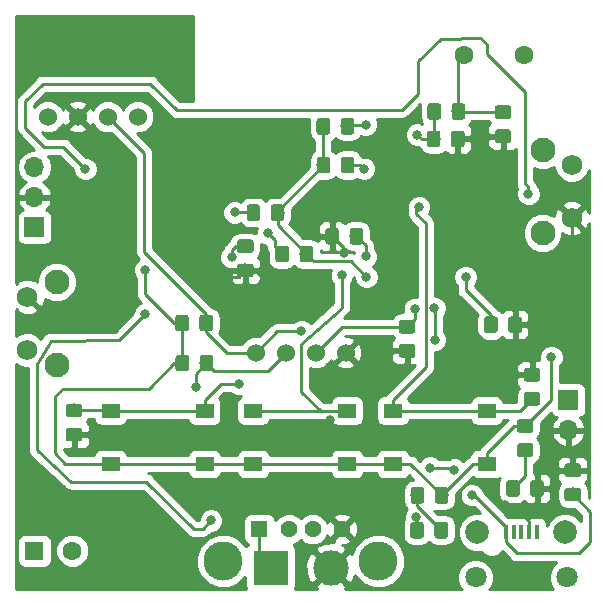
<source format=gtl>
G04 #@! TF.GenerationSoftware,KiCad,Pcbnew,5.0.2-bee76a0~70~ubuntu18.04.1*
G04 #@! TF.CreationDate,2019-03-30T14:25:07+01:00*
G04 #@! TF.ProjectId,jarwis,6a617277-6973-42e6-9b69-6361645f7063,rev?*
G04 #@! TF.SameCoordinates,Original*
G04 #@! TF.FileFunction,Copper,L1,Top*
G04 #@! TF.FilePolarity,Positive*
%FSLAX46Y46*%
G04 Gerber Fmt 4.6, Leading zero omitted, Abs format (unit mm)*
G04 Created by KiCad (PCBNEW 5.0.2-bee76a0~70~ubuntu18.04.1) date sáb 30 mar 2019 14:25:07 CET*
%MOMM*%
%LPD*%
G01*
G04 APERTURE LIST*
G04 #@! TA.AperFunction,Conductor*
%ADD10C,0.100000*%
G04 #@! TD*
G04 #@! TA.AperFunction,SMDPad,CuDef*
%ADD11C,1.150000*%
G04 #@! TD*
G04 #@! TA.AperFunction,ComponentPad*
%ADD12C,1.428000*%
G04 #@! TD*
G04 #@! TA.AperFunction,ComponentPad*
%ADD13R,1.428000X1.428000*%
G04 #@! TD*
G04 #@! TA.AperFunction,ComponentPad*
%ADD14C,3.316000*%
G04 #@! TD*
G04 #@! TA.AperFunction,ComponentPad*
%ADD15R,1.700000X1.700000*%
G04 #@! TD*
G04 #@! TA.AperFunction,ComponentPad*
%ADD16O,1.700000X1.700000*%
G04 #@! TD*
G04 #@! TA.AperFunction,ComponentPad*
%ADD17R,1.600000X1.600000*%
G04 #@! TD*
G04 #@! TA.AperFunction,ComponentPad*
%ADD18C,1.600000*%
G04 #@! TD*
G04 #@! TA.AperFunction,ComponentPad*
%ADD19C,2.100000*%
G04 #@! TD*
G04 #@! TA.AperFunction,ComponentPad*
%ADD20C,1.750000*%
G04 #@! TD*
G04 #@! TA.AperFunction,ComponentPad*
%ADD21C,1.524000*%
G04 #@! TD*
G04 #@! TA.AperFunction,SMDPad,CuDef*
%ADD22R,0.450000X1.300000*%
G04 #@! TD*
G04 #@! TA.AperFunction,ComponentPad*
%ADD23C,2.000000*%
G04 #@! TD*
G04 #@! TA.AperFunction,ComponentPad*
%ADD24C,1.800000*%
G04 #@! TD*
G04 #@! TA.AperFunction,SMDPad,CuDef*
%ADD25R,1.550000X1.300000*%
G04 #@! TD*
G04 #@! TA.AperFunction,ComponentPad*
%ADD26R,3.000000X3.000000*%
G04 #@! TD*
G04 #@! TA.AperFunction,ComponentPad*
%ADD27C,3.000000*%
G04 #@! TD*
G04 #@! TA.AperFunction,ViaPad*
%ADD28C,0.800000*%
G04 #@! TD*
G04 #@! TA.AperFunction,Conductor*
%ADD29C,0.250000*%
G04 #@! TD*
G04 #@! TA.AperFunction,Conductor*
%ADD30C,0.254000*%
G04 #@! TD*
G04 APERTURE END LIST*
D10*
G04 #@! TO.N,Earth*
G04 #@! TO.C,C104*
G36*
X169920445Y-101390584D02*
X169944713Y-101394184D01*
X169968512Y-101400145D01*
X169991611Y-101408410D01*
X170013790Y-101418900D01*
X170034833Y-101431512D01*
X170054539Y-101446127D01*
X170072717Y-101462603D01*
X170089193Y-101480781D01*
X170103808Y-101500487D01*
X170116420Y-101521530D01*
X170126910Y-101543709D01*
X170135175Y-101566808D01*
X170141136Y-101590607D01*
X170144736Y-101614875D01*
X170145940Y-101639379D01*
X170145940Y-102289381D01*
X170144736Y-102313885D01*
X170141136Y-102338153D01*
X170135175Y-102361952D01*
X170126910Y-102385051D01*
X170116420Y-102407230D01*
X170103808Y-102428273D01*
X170089193Y-102447979D01*
X170072717Y-102466157D01*
X170054539Y-102482633D01*
X170034833Y-102497248D01*
X170013790Y-102509860D01*
X169991611Y-102520350D01*
X169968512Y-102528615D01*
X169944713Y-102534576D01*
X169920445Y-102538176D01*
X169895941Y-102539380D01*
X168995939Y-102539380D01*
X168971435Y-102538176D01*
X168947167Y-102534576D01*
X168923368Y-102528615D01*
X168900269Y-102520350D01*
X168878090Y-102509860D01*
X168857047Y-102497248D01*
X168837341Y-102482633D01*
X168819163Y-102466157D01*
X168802687Y-102447979D01*
X168788072Y-102428273D01*
X168775460Y-102407230D01*
X168764970Y-102385051D01*
X168756705Y-102361952D01*
X168750744Y-102338153D01*
X168747144Y-102313885D01*
X168745940Y-102289381D01*
X168745940Y-101639379D01*
X168747144Y-101614875D01*
X168750744Y-101590607D01*
X168756705Y-101566808D01*
X168764970Y-101543709D01*
X168775460Y-101521530D01*
X168788072Y-101500487D01*
X168802687Y-101480781D01*
X168819163Y-101462603D01*
X168837341Y-101446127D01*
X168857047Y-101431512D01*
X168878090Y-101418900D01*
X168900269Y-101408410D01*
X168923368Y-101400145D01*
X168947167Y-101394184D01*
X168971435Y-101390584D01*
X168995939Y-101389380D01*
X169895941Y-101389380D01*
X169920445Y-101390584D01*
X169920445Y-101390584D01*
G37*
D11*
G04 #@! TD*
G04 #@! TO.P,C104,1*
G04 #@! TO.N,Earth*
X169445940Y-101964380D03*
D10*
G04 #@! TO.N,/VBUS*
G04 #@! TO.C,C104*
G36*
X169920445Y-103440584D02*
X169944713Y-103444184D01*
X169968512Y-103450145D01*
X169991611Y-103458410D01*
X170013790Y-103468900D01*
X170034833Y-103481512D01*
X170054539Y-103496127D01*
X170072717Y-103512603D01*
X170089193Y-103530781D01*
X170103808Y-103550487D01*
X170116420Y-103571530D01*
X170126910Y-103593709D01*
X170135175Y-103616808D01*
X170141136Y-103640607D01*
X170144736Y-103664875D01*
X170145940Y-103689379D01*
X170145940Y-104339381D01*
X170144736Y-104363885D01*
X170141136Y-104388153D01*
X170135175Y-104411952D01*
X170126910Y-104435051D01*
X170116420Y-104457230D01*
X170103808Y-104478273D01*
X170089193Y-104497979D01*
X170072717Y-104516157D01*
X170054539Y-104532633D01*
X170034833Y-104547248D01*
X170013790Y-104559860D01*
X169991611Y-104570350D01*
X169968512Y-104578615D01*
X169944713Y-104584576D01*
X169920445Y-104588176D01*
X169895941Y-104589380D01*
X168995939Y-104589380D01*
X168971435Y-104588176D01*
X168947167Y-104584576D01*
X168923368Y-104578615D01*
X168900269Y-104570350D01*
X168878090Y-104559860D01*
X168857047Y-104547248D01*
X168837341Y-104532633D01*
X168819163Y-104516157D01*
X168802687Y-104497979D01*
X168788072Y-104478273D01*
X168775460Y-104457230D01*
X168764970Y-104435051D01*
X168756705Y-104411952D01*
X168750744Y-104388153D01*
X168747144Y-104363885D01*
X168745940Y-104339381D01*
X168745940Y-103689379D01*
X168747144Y-103664875D01*
X168750744Y-103640607D01*
X168756705Y-103616808D01*
X168764970Y-103593709D01*
X168775460Y-103571530D01*
X168788072Y-103550487D01*
X168802687Y-103530781D01*
X168819163Y-103512603D01*
X168837341Y-103496127D01*
X168857047Y-103481512D01*
X168878090Y-103468900D01*
X168900269Y-103458410D01*
X168923368Y-103450145D01*
X168947167Y-103444184D01*
X168971435Y-103440584D01*
X168995939Y-103439380D01*
X169895941Y-103439380D01*
X169920445Y-103440584D01*
X169920445Y-103440584D01*
G37*
D11*
G04 #@! TD*
G04 #@! TO.P,C104,2*
G04 #@! TO.N,/VBUS*
X169445940Y-104014380D03*
D10*
G04 #@! TO.N,+3V3*
G04 #@! TO.C,C106*
G36*
X155897105Y-89240384D02*
X155921373Y-89243984D01*
X155945172Y-89249945D01*
X155968271Y-89258210D01*
X155990450Y-89268700D01*
X156011493Y-89281312D01*
X156031199Y-89295927D01*
X156049377Y-89312403D01*
X156065853Y-89330581D01*
X156080468Y-89350287D01*
X156093080Y-89371330D01*
X156103570Y-89393509D01*
X156111835Y-89416608D01*
X156117796Y-89440407D01*
X156121396Y-89464675D01*
X156122600Y-89489179D01*
X156122600Y-90139181D01*
X156121396Y-90163685D01*
X156117796Y-90187953D01*
X156111835Y-90211752D01*
X156103570Y-90234851D01*
X156093080Y-90257030D01*
X156080468Y-90278073D01*
X156065853Y-90297779D01*
X156049377Y-90315957D01*
X156031199Y-90332433D01*
X156011493Y-90347048D01*
X155990450Y-90359660D01*
X155968271Y-90370150D01*
X155945172Y-90378415D01*
X155921373Y-90384376D01*
X155897105Y-90387976D01*
X155872601Y-90389180D01*
X154972599Y-90389180D01*
X154948095Y-90387976D01*
X154923827Y-90384376D01*
X154900028Y-90378415D01*
X154876929Y-90370150D01*
X154854750Y-90359660D01*
X154833707Y-90347048D01*
X154814001Y-90332433D01*
X154795823Y-90315957D01*
X154779347Y-90297779D01*
X154764732Y-90278073D01*
X154752120Y-90257030D01*
X154741630Y-90234851D01*
X154733365Y-90211752D01*
X154727404Y-90187953D01*
X154723804Y-90163685D01*
X154722600Y-90139181D01*
X154722600Y-89489179D01*
X154723804Y-89464675D01*
X154727404Y-89440407D01*
X154733365Y-89416608D01*
X154741630Y-89393509D01*
X154752120Y-89371330D01*
X154764732Y-89350287D01*
X154779347Y-89330581D01*
X154795823Y-89312403D01*
X154814001Y-89295927D01*
X154833707Y-89281312D01*
X154854750Y-89268700D01*
X154876929Y-89258210D01*
X154900028Y-89249945D01*
X154923827Y-89243984D01*
X154948095Y-89240384D01*
X154972599Y-89239180D01*
X155872601Y-89239180D01*
X155897105Y-89240384D01*
X155897105Y-89240384D01*
G37*
D11*
G04 #@! TD*
G04 #@! TO.P,C106,1*
G04 #@! TO.N,+3V3*
X155422600Y-89814180D03*
D10*
G04 #@! TO.N,Earth*
G04 #@! TO.C,C106*
G36*
X155897105Y-91290384D02*
X155921373Y-91293984D01*
X155945172Y-91299945D01*
X155968271Y-91308210D01*
X155990450Y-91318700D01*
X156011493Y-91331312D01*
X156031199Y-91345927D01*
X156049377Y-91362403D01*
X156065853Y-91380581D01*
X156080468Y-91400287D01*
X156093080Y-91421330D01*
X156103570Y-91443509D01*
X156111835Y-91466608D01*
X156117796Y-91490407D01*
X156121396Y-91514675D01*
X156122600Y-91539179D01*
X156122600Y-92189181D01*
X156121396Y-92213685D01*
X156117796Y-92237953D01*
X156111835Y-92261752D01*
X156103570Y-92284851D01*
X156093080Y-92307030D01*
X156080468Y-92328073D01*
X156065853Y-92347779D01*
X156049377Y-92365957D01*
X156031199Y-92382433D01*
X156011493Y-92397048D01*
X155990450Y-92409660D01*
X155968271Y-92420150D01*
X155945172Y-92428415D01*
X155921373Y-92434376D01*
X155897105Y-92437976D01*
X155872601Y-92439180D01*
X154972599Y-92439180D01*
X154948095Y-92437976D01*
X154923827Y-92434376D01*
X154900028Y-92428415D01*
X154876929Y-92420150D01*
X154854750Y-92409660D01*
X154833707Y-92397048D01*
X154814001Y-92382433D01*
X154795823Y-92365957D01*
X154779347Y-92347779D01*
X154764732Y-92328073D01*
X154752120Y-92307030D01*
X154741630Y-92284851D01*
X154733365Y-92261752D01*
X154727404Y-92237953D01*
X154723804Y-92213685D01*
X154722600Y-92189181D01*
X154722600Y-91539179D01*
X154723804Y-91514675D01*
X154727404Y-91490407D01*
X154733365Y-91466608D01*
X154741630Y-91443509D01*
X154752120Y-91421330D01*
X154764732Y-91400287D01*
X154779347Y-91380581D01*
X154795823Y-91362403D01*
X154814001Y-91345927D01*
X154833707Y-91331312D01*
X154854750Y-91318700D01*
X154876929Y-91308210D01*
X154900028Y-91299945D01*
X154923827Y-91293984D01*
X154948095Y-91290384D01*
X154972599Y-91289180D01*
X155872601Y-91289180D01*
X155897105Y-91290384D01*
X155897105Y-91290384D01*
G37*
D11*
G04 #@! TD*
G04 #@! TO.P,C106,2*
G04 #@! TO.N,Earth*
X155422600Y-91864180D03*
D10*
G04 #@! TO.N,+3V3*
G04 #@! TO.C,D102*
G36*
X158691945Y-103395484D02*
X158716213Y-103399084D01*
X158740012Y-103405045D01*
X158763111Y-103413310D01*
X158785290Y-103423800D01*
X158806333Y-103436412D01*
X158826039Y-103451027D01*
X158844217Y-103467503D01*
X158860693Y-103485681D01*
X158875308Y-103505387D01*
X158887920Y-103526430D01*
X158898410Y-103548609D01*
X158906675Y-103571708D01*
X158912636Y-103595507D01*
X158916236Y-103619775D01*
X158917440Y-103644279D01*
X158917440Y-104544281D01*
X158916236Y-104568785D01*
X158912636Y-104593053D01*
X158906675Y-104616852D01*
X158898410Y-104639951D01*
X158887920Y-104662130D01*
X158875308Y-104683173D01*
X158860693Y-104702879D01*
X158844217Y-104721057D01*
X158826039Y-104737533D01*
X158806333Y-104752148D01*
X158785290Y-104764760D01*
X158763111Y-104775250D01*
X158740012Y-104783515D01*
X158716213Y-104789476D01*
X158691945Y-104793076D01*
X158667441Y-104794280D01*
X158017439Y-104794280D01*
X157992935Y-104793076D01*
X157968667Y-104789476D01*
X157944868Y-104783515D01*
X157921769Y-104775250D01*
X157899590Y-104764760D01*
X157878547Y-104752148D01*
X157858841Y-104737533D01*
X157840663Y-104721057D01*
X157824187Y-104702879D01*
X157809572Y-104683173D01*
X157796960Y-104662130D01*
X157786470Y-104639951D01*
X157778205Y-104616852D01*
X157772244Y-104593053D01*
X157768644Y-104568785D01*
X157767440Y-104544281D01*
X157767440Y-103644279D01*
X157768644Y-103619775D01*
X157772244Y-103595507D01*
X157778205Y-103571708D01*
X157786470Y-103548609D01*
X157796960Y-103526430D01*
X157809572Y-103505387D01*
X157824187Y-103485681D01*
X157840663Y-103467503D01*
X157858841Y-103451027D01*
X157878547Y-103436412D01*
X157899590Y-103423800D01*
X157921769Y-103413310D01*
X157944868Y-103405045D01*
X157968667Y-103399084D01*
X157992935Y-103395484D01*
X158017439Y-103394280D01*
X158667441Y-103394280D01*
X158691945Y-103395484D01*
X158691945Y-103395484D01*
G37*
D11*
G04 #@! TD*
G04 #@! TO.P,D102,2*
G04 #@! TO.N,+3V3*
X158342440Y-104094280D03*
D10*
G04 #@! TO.N,Net-(D102-Pad1)*
G04 #@! TO.C,D102*
G36*
X156641945Y-103395484D02*
X156666213Y-103399084D01*
X156690012Y-103405045D01*
X156713111Y-103413310D01*
X156735290Y-103423800D01*
X156756333Y-103436412D01*
X156776039Y-103451027D01*
X156794217Y-103467503D01*
X156810693Y-103485681D01*
X156825308Y-103505387D01*
X156837920Y-103526430D01*
X156848410Y-103548609D01*
X156856675Y-103571708D01*
X156862636Y-103595507D01*
X156866236Y-103619775D01*
X156867440Y-103644279D01*
X156867440Y-104544281D01*
X156866236Y-104568785D01*
X156862636Y-104593053D01*
X156856675Y-104616852D01*
X156848410Y-104639951D01*
X156837920Y-104662130D01*
X156825308Y-104683173D01*
X156810693Y-104702879D01*
X156794217Y-104721057D01*
X156776039Y-104737533D01*
X156756333Y-104752148D01*
X156735290Y-104764760D01*
X156713111Y-104775250D01*
X156690012Y-104783515D01*
X156666213Y-104789476D01*
X156641945Y-104793076D01*
X156617441Y-104794280D01*
X155967439Y-104794280D01*
X155942935Y-104793076D01*
X155918667Y-104789476D01*
X155894868Y-104783515D01*
X155871769Y-104775250D01*
X155849590Y-104764760D01*
X155828547Y-104752148D01*
X155808841Y-104737533D01*
X155790663Y-104721057D01*
X155774187Y-104702879D01*
X155759572Y-104683173D01*
X155746960Y-104662130D01*
X155736470Y-104639951D01*
X155728205Y-104616852D01*
X155722244Y-104593053D01*
X155718644Y-104568785D01*
X155717440Y-104544281D01*
X155717440Y-103644279D01*
X155718644Y-103619775D01*
X155722244Y-103595507D01*
X155728205Y-103571708D01*
X155736470Y-103548609D01*
X155746960Y-103526430D01*
X155759572Y-103505387D01*
X155774187Y-103485681D01*
X155790663Y-103467503D01*
X155808841Y-103451027D01*
X155828547Y-103436412D01*
X155849590Y-103423800D01*
X155871769Y-103413310D01*
X155894868Y-103405045D01*
X155918667Y-103399084D01*
X155942935Y-103395484D01*
X155967439Y-103394280D01*
X156617441Y-103394280D01*
X156641945Y-103395484D01*
X156641945Y-103395484D01*
G37*
D11*
G04 #@! TD*
G04 #@! TO.P,D102,1*
G04 #@! TO.N,Net-(D102-Pad1)*
X156292440Y-104094280D03*
D10*
G04 #@! TO.N,Earth*
G04 #@! TO.C,D108*
G36*
X166776765Y-102811284D02*
X166801033Y-102814884D01*
X166824832Y-102820845D01*
X166847931Y-102829110D01*
X166870110Y-102839600D01*
X166891153Y-102852212D01*
X166910859Y-102866827D01*
X166929037Y-102883303D01*
X166945513Y-102901481D01*
X166960128Y-102921187D01*
X166972740Y-102942230D01*
X166983230Y-102964409D01*
X166991495Y-102987508D01*
X166997456Y-103011307D01*
X167001056Y-103035575D01*
X167002260Y-103060079D01*
X167002260Y-103960081D01*
X167001056Y-103984585D01*
X166997456Y-104008853D01*
X166991495Y-104032652D01*
X166983230Y-104055751D01*
X166972740Y-104077930D01*
X166960128Y-104098973D01*
X166945513Y-104118679D01*
X166929037Y-104136857D01*
X166910859Y-104153333D01*
X166891153Y-104167948D01*
X166870110Y-104180560D01*
X166847931Y-104191050D01*
X166824832Y-104199315D01*
X166801033Y-104205276D01*
X166776765Y-104208876D01*
X166752261Y-104210080D01*
X166102259Y-104210080D01*
X166077755Y-104208876D01*
X166053487Y-104205276D01*
X166029688Y-104199315D01*
X166006589Y-104191050D01*
X165984410Y-104180560D01*
X165963367Y-104167948D01*
X165943661Y-104153333D01*
X165925483Y-104136857D01*
X165909007Y-104118679D01*
X165894392Y-104098973D01*
X165881780Y-104077930D01*
X165871290Y-104055751D01*
X165863025Y-104032652D01*
X165857064Y-104008853D01*
X165853464Y-103984585D01*
X165852260Y-103960081D01*
X165852260Y-103060079D01*
X165853464Y-103035575D01*
X165857064Y-103011307D01*
X165863025Y-102987508D01*
X165871290Y-102964409D01*
X165881780Y-102942230D01*
X165894392Y-102921187D01*
X165909007Y-102901481D01*
X165925483Y-102883303D01*
X165943661Y-102866827D01*
X165963367Y-102852212D01*
X165984410Y-102839600D01*
X166006589Y-102829110D01*
X166029688Y-102820845D01*
X166053487Y-102814884D01*
X166077755Y-102811284D01*
X166102259Y-102810080D01*
X166752261Y-102810080D01*
X166776765Y-102811284D01*
X166776765Y-102811284D01*
G37*
D11*
G04 #@! TD*
G04 #@! TO.P,D108,1*
G04 #@! TO.N,Earth*
X166427260Y-103510080D03*
D10*
G04 #@! TO.N,Net-(D108-Pad2)*
G04 #@! TO.C,D108*
G36*
X164726765Y-102811284D02*
X164751033Y-102814884D01*
X164774832Y-102820845D01*
X164797931Y-102829110D01*
X164820110Y-102839600D01*
X164841153Y-102852212D01*
X164860859Y-102866827D01*
X164879037Y-102883303D01*
X164895513Y-102901481D01*
X164910128Y-102921187D01*
X164922740Y-102942230D01*
X164933230Y-102964409D01*
X164941495Y-102987508D01*
X164947456Y-103011307D01*
X164951056Y-103035575D01*
X164952260Y-103060079D01*
X164952260Y-103960081D01*
X164951056Y-103984585D01*
X164947456Y-104008853D01*
X164941495Y-104032652D01*
X164933230Y-104055751D01*
X164922740Y-104077930D01*
X164910128Y-104098973D01*
X164895513Y-104118679D01*
X164879037Y-104136857D01*
X164860859Y-104153333D01*
X164841153Y-104167948D01*
X164820110Y-104180560D01*
X164797931Y-104191050D01*
X164774832Y-104199315D01*
X164751033Y-104205276D01*
X164726765Y-104208876D01*
X164702261Y-104210080D01*
X164052259Y-104210080D01*
X164027755Y-104208876D01*
X164003487Y-104205276D01*
X163979688Y-104199315D01*
X163956589Y-104191050D01*
X163934410Y-104180560D01*
X163913367Y-104167948D01*
X163893661Y-104153333D01*
X163875483Y-104136857D01*
X163859007Y-104118679D01*
X163844392Y-104098973D01*
X163831780Y-104077930D01*
X163821290Y-104055751D01*
X163813025Y-104032652D01*
X163807064Y-104008853D01*
X163803464Y-103984585D01*
X163802260Y-103960081D01*
X163802260Y-103060079D01*
X163803464Y-103035575D01*
X163807064Y-103011307D01*
X163813025Y-102987508D01*
X163821290Y-102964409D01*
X163831780Y-102942230D01*
X163844392Y-102921187D01*
X163859007Y-102901481D01*
X163875483Y-102883303D01*
X163893661Y-102866827D01*
X163913367Y-102852212D01*
X163934410Y-102839600D01*
X163956589Y-102829110D01*
X163979688Y-102820845D01*
X164003487Y-102814884D01*
X164027755Y-102811284D01*
X164052259Y-102810080D01*
X164702261Y-102810080D01*
X164726765Y-102811284D01*
X164726765Y-102811284D01*
G37*
D11*
G04 #@! TD*
G04 #@! TO.P,D108,2*
G04 #@! TO.N,Net-(D108-Pad2)*
X164377260Y-103510080D03*
D10*
G04 #@! TO.N,Earth*
G04 #@! TO.C,D109*
G36*
X164916325Y-88940344D02*
X164940593Y-88943944D01*
X164964392Y-88949905D01*
X164987491Y-88958170D01*
X165009670Y-88968660D01*
X165030713Y-88981272D01*
X165050419Y-88995887D01*
X165068597Y-89012363D01*
X165085073Y-89030541D01*
X165099688Y-89050247D01*
X165112300Y-89071290D01*
X165122790Y-89093469D01*
X165131055Y-89116568D01*
X165137016Y-89140367D01*
X165140616Y-89164635D01*
X165141820Y-89189139D01*
X165141820Y-90089141D01*
X165140616Y-90113645D01*
X165137016Y-90137913D01*
X165131055Y-90161712D01*
X165122790Y-90184811D01*
X165112300Y-90206990D01*
X165099688Y-90228033D01*
X165085073Y-90247739D01*
X165068597Y-90265917D01*
X165050419Y-90282393D01*
X165030713Y-90297008D01*
X165009670Y-90309620D01*
X164987491Y-90320110D01*
X164964392Y-90328375D01*
X164940593Y-90334336D01*
X164916325Y-90337936D01*
X164891821Y-90339140D01*
X164241819Y-90339140D01*
X164217315Y-90337936D01*
X164193047Y-90334336D01*
X164169248Y-90328375D01*
X164146149Y-90320110D01*
X164123970Y-90309620D01*
X164102927Y-90297008D01*
X164083221Y-90282393D01*
X164065043Y-90265917D01*
X164048567Y-90247739D01*
X164033952Y-90228033D01*
X164021340Y-90206990D01*
X164010850Y-90184811D01*
X164002585Y-90161712D01*
X163996624Y-90137913D01*
X163993024Y-90113645D01*
X163991820Y-90089141D01*
X163991820Y-89189139D01*
X163993024Y-89164635D01*
X163996624Y-89140367D01*
X164002585Y-89116568D01*
X164010850Y-89093469D01*
X164021340Y-89071290D01*
X164033952Y-89050247D01*
X164048567Y-89030541D01*
X164065043Y-89012363D01*
X164083221Y-88995887D01*
X164102927Y-88981272D01*
X164123970Y-88968660D01*
X164146149Y-88958170D01*
X164169248Y-88949905D01*
X164193047Y-88943944D01*
X164217315Y-88940344D01*
X164241819Y-88939140D01*
X164891821Y-88939140D01*
X164916325Y-88940344D01*
X164916325Y-88940344D01*
G37*
D11*
G04 #@! TD*
G04 #@! TO.P,D109,1*
G04 #@! TO.N,Earth*
X164566820Y-89639140D03*
D10*
G04 #@! TO.N,Net-(D109-Pad2)*
G04 #@! TO.C,D109*
G36*
X162866325Y-88940344D02*
X162890593Y-88943944D01*
X162914392Y-88949905D01*
X162937491Y-88958170D01*
X162959670Y-88968660D01*
X162980713Y-88981272D01*
X163000419Y-88995887D01*
X163018597Y-89012363D01*
X163035073Y-89030541D01*
X163049688Y-89050247D01*
X163062300Y-89071290D01*
X163072790Y-89093469D01*
X163081055Y-89116568D01*
X163087016Y-89140367D01*
X163090616Y-89164635D01*
X163091820Y-89189139D01*
X163091820Y-90089141D01*
X163090616Y-90113645D01*
X163087016Y-90137913D01*
X163081055Y-90161712D01*
X163072790Y-90184811D01*
X163062300Y-90206990D01*
X163049688Y-90228033D01*
X163035073Y-90247739D01*
X163018597Y-90265917D01*
X163000419Y-90282393D01*
X162980713Y-90297008D01*
X162959670Y-90309620D01*
X162937491Y-90320110D01*
X162914392Y-90328375D01*
X162890593Y-90334336D01*
X162866325Y-90337936D01*
X162841821Y-90339140D01*
X162191819Y-90339140D01*
X162167315Y-90337936D01*
X162143047Y-90334336D01*
X162119248Y-90328375D01*
X162096149Y-90320110D01*
X162073970Y-90309620D01*
X162052927Y-90297008D01*
X162033221Y-90282393D01*
X162015043Y-90265917D01*
X161998567Y-90247739D01*
X161983952Y-90228033D01*
X161971340Y-90206990D01*
X161960850Y-90184811D01*
X161952585Y-90161712D01*
X161946624Y-90137913D01*
X161943024Y-90113645D01*
X161941820Y-90089141D01*
X161941820Y-89189139D01*
X161943024Y-89164635D01*
X161946624Y-89140367D01*
X161952585Y-89116568D01*
X161960850Y-89093469D01*
X161971340Y-89071290D01*
X161983952Y-89050247D01*
X161998567Y-89030541D01*
X162015043Y-89012363D01*
X162033221Y-88995887D01*
X162052927Y-88981272D01*
X162073970Y-88968660D01*
X162096149Y-88958170D01*
X162119248Y-88949905D01*
X162143047Y-88943944D01*
X162167315Y-88940344D01*
X162191819Y-88939140D01*
X162841821Y-88939140D01*
X162866325Y-88940344D01*
X162866325Y-88940344D01*
G37*
D11*
G04 #@! TD*
G04 #@! TO.P,D109,2*
G04 #@! TO.N,Net-(D109-Pad2)*
X162516820Y-89639140D03*
D12*
G04 #@! TO.P,J101,2*
G04 #@! TO.N,N/C*
X145418300Y-106951960D03*
G04 #@! TO.P,J101,3*
X147418300Y-106951960D03*
G04 #@! TO.P,J101,4*
G04 #@! TO.N,Earth*
X149918300Y-106951960D03*
D13*
G04 #@! TO.P,J101,1*
G04 #@! TO.N,/Vout*
X142918300Y-106951960D03*
D14*
G04 #@! TO.P,J101,P1*
G04 #@! TO.N,N/C*
X139848300Y-109661960D03*
G04 #@! TO.P,J101,P2*
X152988300Y-109661960D03*
G04 #@! TD*
D15*
G04 #@! TO.P,J102,1*
G04 #@! TO.N,/LIPO*
X169085260Y-96029780D03*
D16*
G04 #@! TO.P,J102,2*
G04 #@! TO.N,Earth*
X169085260Y-98569780D03*
G04 #@! TD*
D15*
G04 #@! TO.P,J104,1*
G04 #@! TO.N,/TX*
X123878340Y-81389220D03*
D16*
G04 #@! TO.P,J104,2*
G04 #@! TO.N,Earth*
X123878340Y-78849220D03*
G04 #@! TO.P,J104,3*
G04 #@! TO.N,/RX*
X123878340Y-76309220D03*
G04 #@! TD*
D17*
G04 #@! TO.P,LS101,1*
G04 #@! TO.N,+5V*
X123878340Y-108783120D03*
D18*
G04 #@! TO.P,LS101,2*
G04 #@! TO.N,Net-(LS101-Pad2)*
X127078340Y-108783120D03*
G04 #@! TD*
D10*
G04 #@! TO.N,Earth*
G04 #@! TO.C,R101*
G36*
X127705645Y-98378364D02*
X127729913Y-98381964D01*
X127753712Y-98387925D01*
X127776811Y-98396190D01*
X127798990Y-98406680D01*
X127820033Y-98419292D01*
X127839739Y-98433907D01*
X127857917Y-98450383D01*
X127874393Y-98468561D01*
X127889008Y-98488267D01*
X127901620Y-98509310D01*
X127912110Y-98531489D01*
X127920375Y-98554588D01*
X127926336Y-98578387D01*
X127929936Y-98602655D01*
X127931140Y-98627159D01*
X127931140Y-99277161D01*
X127929936Y-99301665D01*
X127926336Y-99325933D01*
X127920375Y-99349732D01*
X127912110Y-99372831D01*
X127901620Y-99395010D01*
X127889008Y-99416053D01*
X127874393Y-99435759D01*
X127857917Y-99453937D01*
X127839739Y-99470413D01*
X127820033Y-99485028D01*
X127798990Y-99497640D01*
X127776811Y-99508130D01*
X127753712Y-99516395D01*
X127729913Y-99522356D01*
X127705645Y-99525956D01*
X127681141Y-99527160D01*
X126781139Y-99527160D01*
X126756635Y-99525956D01*
X126732367Y-99522356D01*
X126708568Y-99516395D01*
X126685469Y-99508130D01*
X126663290Y-99497640D01*
X126642247Y-99485028D01*
X126622541Y-99470413D01*
X126604363Y-99453937D01*
X126587887Y-99435759D01*
X126573272Y-99416053D01*
X126560660Y-99395010D01*
X126550170Y-99372831D01*
X126541905Y-99349732D01*
X126535944Y-99325933D01*
X126532344Y-99301665D01*
X126531140Y-99277161D01*
X126531140Y-98627159D01*
X126532344Y-98602655D01*
X126535944Y-98578387D01*
X126541905Y-98554588D01*
X126550170Y-98531489D01*
X126560660Y-98509310D01*
X126573272Y-98488267D01*
X126587887Y-98468561D01*
X126604363Y-98450383D01*
X126622541Y-98433907D01*
X126642247Y-98419292D01*
X126663290Y-98406680D01*
X126685469Y-98396190D01*
X126708568Y-98387925D01*
X126732367Y-98381964D01*
X126756635Y-98378364D01*
X126781139Y-98377160D01*
X127681141Y-98377160D01*
X127705645Y-98378364D01*
X127705645Y-98378364D01*
G37*
D11*
G04 #@! TD*
G04 #@! TO.P,R101,1*
G04 #@! TO.N,Earth*
X127231140Y-98952160D03*
D10*
G04 #@! TO.N,/GPIO16*
G04 #@! TO.C,R101*
G36*
X127705645Y-96328364D02*
X127729913Y-96331964D01*
X127753712Y-96337925D01*
X127776811Y-96346190D01*
X127798990Y-96356680D01*
X127820033Y-96369292D01*
X127839739Y-96383907D01*
X127857917Y-96400383D01*
X127874393Y-96418561D01*
X127889008Y-96438267D01*
X127901620Y-96459310D01*
X127912110Y-96481489D01*
X127920375Y-96504588D01*
X127926336Y-96528387D01*
X127929936Y-96552655D01*
X127931140Y-96577159D01*
X127931140Y-97227161D01*
X127929936Y-97251665D01*
X127926336Y-97275933D01*
X127920375Y-97299732D01*
X127912110Y-97322831D01*
X127901620Y-97345010D01*
X127889008Y-97366053D01*
X127874393Y-97385759D01*
X127857917Y-97403937D01*
X127839739Y-97420413D01*
X127820033Y-97435028D01*
X127798990Y-97447640D01*
X127776811Y-97458130D01*
X127753712Y-97466395D01*
X127729913Y-97472356D01*
X127705645Y-97475956D01*
X127681141Y-97477160D01*
X126781139Y-97477160D01*
X126756635Y-97475956D01*
X126732367Y-97472356D01*
X126708568Y-97466395D01*
X126685469Y-97458130D01*
X126663290Y-97447640D01*
X126642247Y-97435028D01*
X126622541Y-97420413D01*
X126604363Y-97403937D01*
X126587887Y-97385759D01*
X126573272Y-97366053D01*
X126560660Y-97345010D01*
X126550170Y-97322831D01*
X126541905Y-97299732D01*
X126535944Y-97275933D01*
X126532344Y-97251665D01*
X126531140Y-97227161D01*
X126531140Y-96577159D01*
X126532344Y-96552655D01*
X126535944Y-96528387D01*
X126541905Y-96504588D01*
X126550170Y-96481489D01*
X126560660Y-96459310D01*
X126573272Y-96438267D01*
X126587887Y-96418561D01*
X126604363Y-96400383D01*
X126622541Y-96383907D01*
X126642247Y-96369292D01*
X126663290Y-96356680D01*
X126685469Y-96346190D01*
X126708568Y-96337925D01*
X126732367Y-96331964D01*
X126756635Y-96328364D01*
X126781139Y-96327160D01*
X127681141Y-96327160D01*
X127705645Y-96328364D01*
X127705645Y-96328364D01*
G37*
D11*
G04 #@! TD*
G04 #@! TO.P,R101,2*
G04 #@! TO.N,/GPIO16*
X127231140Y-96902160D03*
D10*
G04 #@! TO.N,/GPIO14*
G04 #@! TO.C,R102*
G36*
X166478745Y-95354384D02*
X166503013Y-95357984D01*
X166526812Y-95363945D01*
X166549911Y-95372210D01*
X166572090Y-95382700D01*
X166593133Y-95395312D01*
X166612839Y-95409927D01*
X166631017Y-95426403D01*
X166647493Y-95444581D01*
X166662108Y-95464287D01*
X166674720Y-95485330D01*
X166685210Y-95507509D01*
X166693475Y-95530608D01*
X166699436Y-95554407D01*
X166703036Y-95578675D01*
X166704240Y-95603179D01*
X166704240Y-96253181D01*
X166703036Y-96277685D01*
X166699436Y-96301953D01*
X166693475Y-96325752D01*
X166685210Y-96348851D01*
X166674720Y-96371030D01*
X166662108Y-96392073D01*
X166647493Y-96411779D01*
X166631017Y-96429957D01*
X166612839Y-96446433D01*
X166593133Y-96461048D01*
X166572090Y-96473660D01*
X166549911Y-96484150D01*
X166526812Y-96492415D01*
X166503013Y-96498376D01*
X166478745Y-96501976D01*
X166454241Y-96503180D01*
X165554239Y-96503180D01*
X165529735Y-96501976D01*
X165505467Y-96498376D01*
X165481668Y-96492415D01*
X165458569Y-96484150D01*
X165436390Y-96473660D01*
X165415347Y-96461048D01*
X165395641Y-96446433D01*
X165377463Y-96429957D01*
X165360987Y-96411779D01*
X165346372Y-96392073D01*
X165333760Y-96371030D01*
X165323270Y-96348851D01*
X165315005Y-96325752D01*
X165309044Y-96301953D01*
X165305444Y-96277685D01*
X165304240Y-96253181D01*
X165304240Y-95603179D01*
X165305444Y-95578675D01*
X165309044Y-95554407D01*
X165315005Y-95530608D01*
X165323270Y-95507509D01*
X165333760Y-95485330D01*
X165346372Y-95464287D01*
X165360987Y-95444581D01*
X165377463Y-95426403D01*
X165395641Y-95409927D01*
X165415347Y-95395312D01*
X165436390Y-95382700D01*
X165458569Y-95372210D01*
X165481668Y-95363945D01*
X165505467Y-95357984D01*
X165529735Y-95354384D01*
X165554239Y-95353180D01*
X166454241Y-95353180D01*
X166478745Y-95354384D01*
X166478745Y-95354384D01*
G37*
D11*
G04 #@! TD*
G04 #@! TO.P,R102,2*
G04 #@! TO.N,/GPIO14*
X166004240Y-95928180D03*
D10*
G04 #@! TO.N,Earth*
G04 #@! TO.C,R102*
G36*
X166478745Y-93304384D02*
X166503013Y-93307984D01*
X166526812Y-93313945D01*
X166549911Y-93322210D01*
X166572090Y-93332700D01*
X166593133Y-93345312D01*
X166612839Y-93359927D01*
X166631017Y-93376403D01*
X166647493Y-93394581D01*
X166662108Y-93414287D01*
X166674720Y-93435330D01*
X166685210Y-93457509D01*
X166693475Y-93480608D01*
X166699436Y-93504407D01*
X166703036Y-93528675D01*
X166704240Y-93553179D01*
X166704240Y-94203181D01*
X166703036Y-94227685D01*
X166699436Y-94251953D01*
X166693475Y-94275752D01*
X166685210Y-94298851D01*
X166674720Y-94321030D01*
X166662108Y-94342073D01*
X166647493Y-94361779D01*
X166631017Y-94379957D01*
X166612839Y-94396433D01*
X166593133Y-94411048D01*
X166572090Y-94423660D01*
X166549911Y-94434150D01*
X166526812Y-94442415D01*
X166503013Y-94448376D01*
X166478745Y-94451976D01*
X166454241Y-94453180D01*
X165554239Y-94453180D01*
X165529735Y-94451976D01*
X165505467Y-94448376D01*
X165481668Y-94442415D01*
X165458569Y-94434150D01*
X165436390Y-94423660D01*
X165415347Y-94411048D01*
X165395641Y-94396433D01*
X165377463Y-94379957D01*
X165360987Y-94361779D01*
X165346372Y-94342073D01*
X165333760Y-94321030D01*
X165323270Y-94298851D01*
X165315005Y-94275752D01*
X165309044Y-94251953D01*
X165305444Y-94227685D01*
X165304240Y-94203181D01*
X165304240Y-93553179D01*
X165305444Y-93528675D01*
X165309044Y-93504407D01*
X165315005Y-93480608D01*
X165323270Y-93457509D01*
X165333760Y-93435330D01*
X165346372Y-93414287D01*
X165360987Y-93394581D01*
X165377463Y-93376403D01*
X165395641Y-93359927D01*
X165415347Y-93345312D01*
X165436390Y-93332700D01*
X165458569Y-93322210D01*
X165481668Y-93313945D01*
X165505467Y-93307984D01*
X165529735Y-93304384D01*
X165554239Y-93303180D01*
X166454241Y-93303180D01*
X166478745Y-93304384D01*
X166478745Y-93304384D01*
G37*
D11*
G04 #@! TD*
G04 #@! TO.P,R102,1*
G04 #@! TO.N,Earth*
X166004240Y-93878180D03*
D10*
G04 #@! TO.N,Earth*
G04 #@! TO.C,R103*
G36*
X149432045Y-81454964D02*
X149456313Y-81458564D01*
X149480112Y-81464525D01*
X149503211Y-81472790D01*
X149525390Y-81483280D01*
X149546433Y-81495892D01*
X149566139Y-81510507D01*
X149584317Y-81526983D01*
X149600793Y-81545161D01*
X149615408Y-81564867D01*
X149628020Y-81585910D01*
X149638510Y-81608089D01*
X149646775Y-81631188D01*
X149652736Y-81654987D01*
X149656336Y-81679255D01*
X149657540Y-81703759D01*
X149657540Y-82603761D01*
X149656336Y-82628265D01*
X149652736Y-82652533D01*
X149646775Y-82676332D01*
X149638510Y-82699431D01*
X149628020Y-82721610D01*
X149615408Y-82742653D01*
X149600793Y-82762359D01*
X149584317Y-82780537D01*
X149566139Y-82797013D01*
X149546433Y-82811628D01*
X149525390Y-82824240D01*
X149503211Y-82834730D01*
X149480112Y-82842995D01*
X149456313Y-82848956D01*
X149432045Y-82852556D01*
X149407541Y-82853760D01*
X148757539Y-82853760D01*
X148733035Y-82852556D01*
X148708767Y-82848956D01*
X148684968Y-82842995D01*
X148661869Y-82834730D01*
X148639690Y-82824240D01*
X148618647Y-82811628D01*
X148598941Y-82797013D01*
X148580763Y-82780537D01*
X148564287Y-82762359D01*
X148549672Y-82742653D01*
X148537060Y-82721610D01*
X148526570Y-82699431D01*
X148518305Y-82676332D01*
X148512344Y-82652533D01*
X148508744Y-82628265D01*
X148507540Y-82603761D01*
X148507540Y-81703759D01*
X148508744Y-81679255D01*
X148512344Y-81654987D01*
X148518305Y-81631188D01*
X148526570Y-81608089D01*
X148537060Y-81585910D01*
X148549672Y-81564867D01*
X148564287Y-81545161D01*
X148580763Y-81526983D01*
X148598941Y-81510507D01*
X148618647Y-81495892D01*
X148639690Y-81483280D01*
X148661869Y-81472790D01*
X148684968Y-81464525D01*
X148708767Y-81458564D01*
X148733035Y-81454964D01*
X148757539Y-81453760D01*
X149407541Y-81453760D01*
X149432045Y-81454964D01*
X149432045Y-81454964D01*
G37*
D11*
G04 #@! TD*
G04 #@! TO.P,R103,1*
G04 #@! TO.N,Earth*
X149082540Y-82153760D03*
D10*
G04 #@! TO.N,/GPIO12*
G04 #@! TO.C,R103*
G36*
X151482045Y-81454964D02*
X151506313Y-81458564D01*
X151530112Y-81464525D01*
X151553211Y-81472790D01*
X151575390Y-81483280D01*
X151596433Y-81495892D01*
X151616139Y-81510507D01*
X151634317Y-81526983D01*
X151650793Y-81545161D01*
X151665408Y-81564867D01*
X151678020Y-81585910D01*
X151688510Y-81608089D01*
X151696775Y-81631188D01*
X151702736Y-81654987D01*
X151706336Y-81679255D01*
X151707540Y-81703759D01*
X151707540Y-82603761D01*
X151706336Y-82628265D01*
X151702736Y-82652533D01*
X151696775Y-82676332D01*
X151688510Y-82699431D01*
X151678020Y-82721610D01*
X151665408Y-82742653D01*
X151650793Y-82762359D01*
X151634317Y-82780537D01*
X151616139Y-82797013D01*
X151596433Y-82811628D01*
X151575390Y-82824240D01*
X151553211Y-82834730D01*
X151530112Y-82842995D01*
X151506313Y-82848956D01*
X151482045Y-82852556D01*
X151457541Y-82853760D01*
X150807539Y-82853760D01*
X150783035Y-82852556D01*
X150758767Y-82848956D01*
X150734968Y-82842995D01*
X150711869Y-82834730D01*
X150689690Y-82824240D01*
X150668647Y-82811628D01*
X150648941Y-82797013D01*
X150630763Y-82780537D01*
X150614287Y-82762359D01*
X150599672Y-82742653D01*
X150587060Y-82721610D01*
X150576570Y-82699431D01*
X150568305Y-82676332D01*
X150562344Y-82652533D01*
X150558744Y-82628265D01*
X150557540Y-82603761D01*
X150557540Y-81703759D01*
X150558744Y-81679255D01*
X150562344Y-81654987D01*
X150568305Y-81631188D01*
X150576570Y-81608089D01*
X150587060Y-81585910D01*
X150599672Y-81564867D01*
X150614287Y-81545161D01*
X150630763Y-81526983D01*
X150648941Y-81510507D01*
X150668647Y-81495892D01*
X150689690Y-81483280D01*
X150711869Y-81472790D01*
X150734968Y-81464525D01*
X150758767Y-81458564D01*
X150783035Y-81454964D01*
X150807539Y-81453760D01*
X151457541Y-81453760D01*
X151482045Y-81454964D01*
X151482045Y-81454964D01*
G37*
D11*
G04 #@! TD*
G04 #@! TO.P,R103,2*
G04 #@! TO.N,/GPIO12*
X151132540Y-82153760D03*
D10*
G04 #@! TO.N,Net-(D102-Pad1)*
G04 #@! TO.C,R108*
G36*
X158669085Y-106349504D02*
X158693353Y-106353104D01*
X158717152Y-106359065D01*
X158740251Y-106367330D01*
X158762430Y-106377820D01*
X158783473Y-106390432D01*
X158803179Y-106405047D01*
X158821357Y-106421523D01*
X158837833Y-106439701D01*
X158852448Y-106459407D01*
X158865060Y-106480450D01*
X158875550Y-106502629D01*
X158883815Y-106525728D01*
X158889776Y-106549527D01*
X158893376Y-106573795D01*
X158894580Y-106598299D01*
X158894580Y-107498301D01*
X158893376Y-107522805D01*
X158889776Y-107547073D01*
X158883815Y-107570872D01*
X158875550Y-107593971D01*
X158865060Y-107616150D01*
X158852448Y-107637193D01*
X158837833Y-107656899D01*
X158821357Y-107675077D01*
X158803179Y-107691553D01*
X158783473Y-107706168D01*
X158762430Y-107718780D01*
X158740251Y-107729270D01*
X158717152Y-107737535D01*
X158693353Y-107743496D01*
X158669085Y-107747096D01*
X158644581Y-107748300D01*
X157994579Y-107748300D01*
X157970075Y-107747096D01*
X157945807Y-107743496D01*
X157922008Y-107737535D01*
X157898909Y-107729270D01*
X157876730Y-107718780D01*
X157855687Y-107706168D01*
X157835981Y-107691553D01*
X157817803Y-107675077D01*
X157801327Y-107656899D01*
X157786712Y-107637193D01*
X157774100Y-107616150D01*
X157763610Y-107593971D01*
X157755345Y-107570872D01*
X157749384Y-107547073D01*
X157745784Y-107522805D01*
X157744580Y-107498301D01*
X157744580Y-106598299D01*
X157745784Y-106573795D01*
X157749384Y-106549527D01*
X157755345Y-106525728D01*
X157763610Y-106502629D01*
X157774100Y-106480450D01*
X157786712Y-106459407D01*
X157801327Y-106439701D01*
X157817803Y-106421523D01*
X157835981Y-106405047D01*
X157855687Y-106390432D01*
X157876730Y-106377820D01*
X157898909Y-106367330D01*
X157922008Y-106359065D01*
X157945807Y-106353104D01*
X157970075Y-106349504D01*
X157994579Y-106348300D01*
X158644581Y-106348300D01*
X158669085Y-106349504D01*
X158669085Y-106349504D01*
G37*
D11*
G04 #@! TD*
G04 #@! TO.P,R108,1*
G04 #@! TO.N,Net-(D102-Pad1)*
X158319580Y-107048300D03*
D10*
G04 #@! TO.N,Net-(R108-Pad2)*
G04 #@! TO.C,R108*
G36*
X156619085Y-106349504D02*
X156643353Y-106353104D01*
X156667152Y-106359065D01*
X156690251Y-106367330D01*
X156712430Y-106377820D01*
X156733473Y-106390432D01*
X156753179Y-106405047D01*
X156771357Y-106421523D01*
X156787833Y-106439701D01*
X156802448Y-106459407D01*
X156815060Y-106480450D01*
X156825550Y-106502629D01*
X156833815Y-106525728D01*
X156839776Y-106549527D01*
X156843376Y-106573795D01*
X156844580Y-106598299D01*
X156844580Y-107498301D01*
X156843376Y-107522805D01*
X156839776Y-107547073D01*
X156833815Y-107570872D01*
X156825550Y-107593971D01*
X156815060Y-107616150D01*
X156802448Y-107637193D01*
X156787833Y-107656899D01*
X156771357Y-107675077D01*
X156753179Y-107691553D01*
X156733473Y-107706168D01*
X156712430Y-107718780D01*
X156690251Y-107729270D01*
X156667152Y-107737535D01*
X156643353Y-107743496D01*
X156619085Y-107747096D01*
X156594581Y-107748300D01*
X155944579Y-107748300D01*
X155920075Y-107747096D01*
X155895807Y-107743496D01*
X155872008Y-107737535D01*
X155848909Y-107729270D01*
X155826730Y-107718780D01*
X155805687Y-107706168D01*
X155785981Y-107691553D01*
X155767803Y-107675077D01*
X155751327Y-107656899D01*
X155736712Y-107637193D01*
X155724100Y-107616150D01*
X155713610Y-107593971D01*
X155705345Y-107570872D01*
X155699384Y-107547073D01*
X155695784Y-107522805D01*
X155694580Y-107498301D01*
X155694580Y-106598299D01*
X155695784Y-106573795D01*
X155699384Y-106549527D01*
X155705345Y-106525728D01*
X155713610Y-106502629D01*
X155724100Y-106480450D01*
X155736712Y-106459407D01*
X155751327Y-106439701D01*
X155767803Y-106421523D01*
X155785981Y-106405047D01*
X155805687Y-106390432D01*
X155826730Y-106377820D01*
X155848909Y-106367330D01*
X155872008Y-106359065D01*
X155895807Y-106353104D01*
X155920075Y-106349504D01*
X155944579Y-106348300D01*
X156594581Y-106348300D01*
X156619085Y-106349504D01*
X156619085Y-106349504D01*
G37*
D11*
G04 #@! TD*
G04 #@! TO.P,R108,2*
G04 #@! TO.N,Net-(R108-Pad2)*
X156269580Y-107048300D03*
D10*
G04 #@! TO.N,/GPIO2*
G04 #@! TO.C,R114*
G36*
X145190245Y-82951024D02*
X145214513Y-82954624D01*
X145238312Y-82960585D01*
X145261411Y-82968850D01*
X145283590Y-82979340D01*
X145304633Y-82991952D01*
X145324339Y-83006567D01*
X145342517Y-83023043D01*
X145358993Y-83041221D01*
X145373608Y-83060927D01*
X145386220Y-83081970D01*
X145396710Y-83104149D01*
X145404975Y-83127248D01*
X145410936Y-83151047D01*
X145414536Y-83175315D01*
X145415740Y-83199819D01*
X145415740Y-84099821D01*
X145414536Y-84124325D01*
X145410936Y-84148593D01*
X145404975Y-84172392D01*
X145396710Y-84195491D01*
X145386220Y-84217670D01*
X145373608Y-84238713D01*
X145358993Y-84258419D01*
X145342517Y-84276597D01*
X145324339Y-84293073D01*
X145304633Y-84307688D01*
X145283590Y-84320300D01*
X145261411Y-84330790D01*
X145238312Y-84339055D01*
X145214513Y-84345016D01*
X145190245Y-84348616D01*
X145165741Y-84349820D01*
X144515739Y-84349820D01*
X144491235Y-84348616D01*
X144466967Y-84345016D01*
X144443168Y-84339055D01*
X144420069Y-84330790D01*
X144397890Y-84320300D01*
X144376847Y-84307688D01*
X144357141Y-84293073D01*
X144338963Y-84276597D01*
X144322487Y-84258419D01*
X144307872Y-84238713D01*
X144295260Y-84217670D01*
X144284770Y-84195491D01*
X144276505Y-84172392D01*
X144270544Y-84148593D01*
X144266944Y-84124325D01*
X144265740Y-84099821D01*
X144265740Y-83199819D01*
X144266944Y-83175315D01*
X144270544Y-83151047D01*
X144276505Y-83127248D01*
X144284770Y-83104149D01*
X144295260Y-83081970D01*
X144307872Y-83060927D01*
X144322487Y-83041221D01*
X144338963Y-83023043D01*
X144357141Y-83006567D01*
X144376847Y-82991952D01*
X144397890Y-82979340D01*
X144420069Y-82968850D01*
X144443168Y-82960585D01*
X144466967Y-82954624D01*
X144491235Y-82951024D01*
X144515739Y-82949820D01*
X145165741Y-82949820D01*
X145190245Y-82951024D01*
X145190245Y-82951024D01*
G37*
D11*
G04 #@! TD*
G04 #@! TO.P,R114,1*
G04 #@! TO.N,/GPIO2*
X144840740Y-83649820D03*
D10*
G04 #@! TO.N,+3V3*
G04 #@! TO.C,R114*
G36*
X147240245Y-82951024D02*
X147264513Y-82954624D01*
X147288312Y-82960585D01*
X147311411Y-82968850D01*
X147333590Y-82979340D01*
X147354633Y-82991952D01*
X147374339Y-83006567D01*
X147392517Y-83023043D01*
X147408993Y-83041221D01*
X147423608Y-83060927D01*
X147436220Y-83081970D01*
X147446710Y-83104149D01*
X147454975Y-83127248D01*
X147460936Y-83151047D01*
X147464536Y-83175315D01*
X147465740Y-83199819D01*
X147465740Y-84099821D01*
X147464536Y-84124325D01*
X147460936Y-84148593D01*
X147454975Y-84172392D01*
X147446710Y-84195491D01*
X147436220Y-84217670D01*
X147423608Y-84238713D01*
X147408993Y-84258419D01*
X147392517Y-84276597D01*
X147374339Y-84293073D01*
X147354633Y-84307688D01*
X147333590Y-84320300D01*
X147311411Y-84330790D01*
X147288312Y-84339055D01*
X147264513Y-84345016D01*
X147240245Y-84348616D01*
X147215741Y-84349820D01*
X146565739Y-84349820D01*
X146541235Y-84348616D01*
X146516967Y-84345016D01*
X146493168Y-84339055D01*
X146470069Y-84330790D01*
X146447890Y-84320300D01*
X146426847Y-84307688D01*
X146407141Y-84293073D01*
X146388963Y-84276597D01*
X146372487Y-84258419D01*
X146357872Y-84238713D01*
X146345260Y-84217670D01*
X146334770Y-84195491D01*
X146326505Y-84172392D01*
X146320544Y-84148593D01*
X146316944Y-84124325D01*
X146315740Y-84099821D01*
X146315740Y-83199819D01*
X146316944Y-83175315D01*
X146320544Y-83151047D01*
X146326505Y-83127248D01*
X146334770Y-83104149D01*
X146345260Y-83081970D01*
X146357872Y-83060927D01*
X146372487Y-83041221D01*
X146388963Y-83023043D01*
X146407141Y-83006567D01*
X146426847Y-82991952D01*
X146447890Y-82979340D01*
X146470069Y-82968850D01*
X146493168Y-82960585D01*
X146516967Y-82954624D01*
X146541235Y-82951024D01*
X146565739Y-82949820D01*
X147215741Y-82949820D01*
X147240245Y-82951024D01*
X147240245Y-82951024D01*
G37*
D11*
G04 #@! TD*
G04 #@! TO.P,R114,2*
G04 #@! TO.N,+3V3*
X146890740Y-83649820D03*
D10*
G04 #@! TO.N,/GPIO9*
G04 #@! TO.C,R115*
G36*
X138765645Y-88798104D02*
X138789913Y-88801704D01*
X138813712Y-88807665D01*
X138836811Y-88815930D01*
X138858990Y-88826420D01*
X138880033Y-88839032D01*
X138899739Y-88853647D01*
X138917917Y-88870123D01*
X138934393Y-88888301D01*
X138949008Y-88908007D01*
X138961620Y-88929050D01*
X138972110Y-88951229D01*
X138980375Y-88974328D01*
X138986336Y-88998127D01*
X138989936Y-89022395D01*
X138991140Y-89046899D01*
X138991140Y-89946901D01*
X138989936Y-89971405D01*
X138986336Y-89995673D01*
X138980375Y-90019472D01*
X138972110Y-90042571D01*
X138961620Y-90064750D01*
X138949008Y-90085793D01*
X138934393Y-90105499D01*
X138917917Y-90123677D01*
X138899739Y-90140153D01*
X138880033Y-90154768D01*
X138858990Y-90167380D01*
X138836811Y-90177870D01*
X138813712Y-90186135D01*
X138789913Y-90192096D01*
X138765645Y-90195696D01*
X138741141Y-90196900D01*
X138091139Y-90196900D01*
X138066635Y-90195696D01*
X138042367Y-90192096D01*
X138018568Y-90186135D01*
X137995469Y-90177870D01*
X137973290Y-90167380D01*
X137952247Y-90154768D01*
X137932541Y-90140153D01*
X137914363Y-90123677D01*
X137897887Y-90105499D01*
X137883272Y-90085793D01*
X137870660Y-90064750D01*
X137860170Y-90042571D01*
X137851905Y-90019472D01*
X137845944Y-89995673D01*
X137842344Y-89971405D01*
X137841140Y-89946901D01*
X137841140Y-89046899D01*
X137842344Y-89022395D01*
X137845944Y-88998127D01*
X137851905Y-88974328D01*
X137860170Y-88951229D01*
X137870660Y-88929050D01*
X137883272Y-88908007D01*
X137897887Y-88888301D01*
X137914363Y-88870123D01*
X137932541Y-88853647D01*
X137952247Y-88839032D01*
X137973290Y-88826420D01*
X137995469Y-88815930D01*
X138018568Y-88807665D01*
X138042367Y-88801704D01*
X138066635Y-88798104D01*
X138091139Y-88796900D01*
X138741141Y-88796900D01*
X138765645Y-88798104D01*
X138765645Y-88798104D01*
G37*
D11*
G04 #@! TD*
G04 #@! TO.P,R115,2*
G04 #@! TO.N,/GPIO9*
X138416140Y-89496900D03*
D10*
G04 #@! TO.N,+3V3*
G04 #@! TO.C,R115*
G36*
X136715645Y-88798104D02*
X136739913Y-88801704D01*
X136763712Y-88807665D01*
X136786811Y-88815930D01*
X136808990Y-88826420D01*
X136830033Y-88839032D01*
X136849739Y-88853647D01*
X136867917Y-88870123D01*
X136884393Y-88888301D01*
X136899008Y-88908007D01*
X136911620Y-88929050D01*
X136922110Y-88951229D01*
X136930375Y-88974328D01*
X136936336Y-88998127D01*
X136939936Y-89022395D01*
X136941140Y-89046899D01*
X136941140Y-89946901D01*
X136939936Y-89971405D01*
X136936336Y-89995673D01*
X136930375Y-90019472D01*
X136922110Y-90042571D01*
X136911620Y-90064750D01*
X136899008Y-90085793D01*
X136884393Y-90105499D01*
X136867917Y-90123677D01*
X136849739Y-90140153D01*
X136830033Y-90154768D01*
X136808990Y-90167380D01*
X136786811Y-90177870D01*
X136763712Y-90186135D01*
X136739913Y-90192096D01*
X136715645Y-90195696D01*
X136691141Y-90196900D01*
X136041139Y-90196900D01*
X136016635Y-90195696D01*
X135992367Y-90192096D01*
X135968568Y-90186135D01*
X135945469Y-90177870D01*
X135923290Y-90167380D01*
X135902247Y-90154768D01*
X135882541Y-90140153D01*
X135864363Y-90123677D01*
X135847887Y-90105499D01*
X135833272Y-90085793D01*
X135820660Y-90064750D01*
X135810170Y-90042571D01*
X135801905Y-90019472D01*
X135795944Y-89995673D01*
X135792344Y-89971405D01*
X135791140Y-89946901D01*
X135791140Y-89046899D01*
X135792344Y-89022395D01*
X135795944Y-88998127D01*
X135801905Y-88974328D01*
X135810170Y-88951229D01*
X135820660Y-88929050D01*
X135833272Y-88908007D01*
X135847887Y-88888301D01*
X135864363Y-88870123D01*
X135882541Y-88853647D01*
X135902247Y-88839032D01*
X135923290Y-88826420D01*
X135945469Y-88815930D01*
X135968568Y-88807665D01*
X135992367Y-88801704D01*
X136016635Y-88798104D01*
X136041139Y-88796900D01*
X136691141Y-88796900D01*
X136715645Y-88798104D01*
X136715645Y-88798104D01*
G37*
D11*
G04 #@! TD*
G04 #@! TO.P,R115,1*
G04 #@! TO.N,+3V3*
X136366140Y-89496900D03*
D10*
G04 #@! TO.N,Earth*
G04 #@! TO.C,R116*
G36*
X142198885Y-84470704D02*
X142223153Y-84474304D01*
X142246952Y-84480265D01*
X142270051Y-84488530D01*
X142292230Y-84499020D01*
X142313273Y-84511632D01*
X142332979Y-84526247D01*
X142351157Y-84542723D01*
X142367633Y-84560901D01*
X142382248Y-84580607D01*
X142394860Y-84601650D01*
X142405350Y-84623829D01*
X142413615Y-84646928D01*
X142419576Y-84670727D01*
X142423176Y-84694995D01*
X142424380Y-84719499D01*
X142424380Y-85369501D01*
X142423176Y-85394005D01*
X142419576Y-85418273D01*
X142413615Y-85442072D01*
X142405350Y-85465171D01*
X142394860Y-85487350D01*
X142382248Y-85508393D01*
X142367633Y-85528099D01*
X142351157Y-85546277D01*
X142332979Y-85562753D01*
X142313273Y-85577368D01*
X142292230Y-85589980D01*
X142270051Y-85600470D01*
X142246952Y-85608735D01*
X142223153Y-85614696D01*
X142198885Y-85618296D01*
X142174381Y-85619500D01*
X141274379Y-85619500D01*
X141249875Y-85618296D01*
X141225607Y-85614696D01*
X141201808Y-85608735D01*
X141178709Y-85600470D01*
X141156530Y-85589980D01*
X141135487Y-85577368D01*
X141115781Y-85562753D01*
X141097603Y-85546277D01*
X141081127Y-85528099D01*
X141066512Y-85508393D01*
X141053900Y-85487350D01*
X141043410Y-85465171D01*
X141035145Y-85442072D01*
X141029184Y-85418273D01*
X141025584Y-85394005D01*
X141024380Y-85369501D01*
X141024380Y-84719499D01*
X141025584Y-84694995D01*
X141029184Y-84670727D01*
X141035145Y-84646928D01*
X141043410Y-84623829D01*
X141053900Y-84601650D01*
X141066512Y-84580607D01*
X141081127Y-84560901D01*
X141097603Y-84542723D01*
X141115781Y-84526247D01*
X141135487Y-84511632D01*
X141156530Y-84499020D01*
X141178709Y-84488530D01*
X141201808Y-84480265D01*
X141225607Y-84474304D01*
X141249875Y-84470704D01*
X141274379Y-84469500D01*
X142174381Y-84469500D01*
X142198885Y-84470704D01*
X142198885Y-84470704D01*
G37*
D11*
G04 #@! TD*
G04 #@! TO.P,R116,2*
G04 #@! TO.N,Earth*
X141724380Y-85044500D03*
D10*
G04 #@! TO.N,/GPIO15*
G04 #@! TO.C,R116*
G36*
X142198885Y-82420704D02*
X142223153Y-82424304D01*
X142246952Y-82430265D01*
X142270051Y-82438530D01*
X142292230Y-82449020D01*
X142313273Y-82461632D01*
X142332979Y-82476247D01*
X142351157Y-82492723D01*
X142367633Y-82510901D01*
X142382248Y-82530607D01*
X142394860Y-82551650D01*
X142405350Y-82573829D01*
X142413615Y-82596928D01*
X142419576Y-82620727D01*
X142423176Y-82644995D01*
X142424380Y-82669499D01*
X142424380Y-83319501D01*
X142423176Y-83344005D01*
X142419576Y-83368273D01*
X142413615Y-83392072D01*
X142405350Y-83415171D01*
X142394860Y-83437350D01*
X142382248Y-83458393D01*
X142367633Y-83478099D01*
X142351157Y-83496277D01*
X142332979Y-83512753D01*
X142313273Y-83527368D01*
X142292230Y-83539980D01*
X142270051Y-83550470D01*
X142246952Y-83558735D01*
X142223153Y-83564696D01*
X142198885Y-83568296D01*
X142174381Y-83569500D01*
X141274379Y-83569500D01*
X141249875Y-83568296D01*
X141225607Y-83564696D01*
X141201808Y-83558735D01*
X141178709Y-83550470D01*
X141156530Y-83539980D01*
X141135487Y-83527368D01*
X141115781Y-83512753D01*
X141097603Y-83496277D01*
X141081127Y-83478099D01*
X141066512Y-83458393D01*
X141053900Y-83437350D01*
X141043410Y-83415171D01*
X141035145Y-83392072D01*
X141029184Y-83368273D01*
X141025584Y-83344005D01*
X141024380Y-83319501D01*
X141024380Y-82669499D01*
X141025584Y-82644995D01*
X141029184Y-82620727D01*
X141035145Y-82596928D01*
X141043410Y-82573829D01*
X141053900Y-82551650D01*
X141066512Y-82530607D01*
X141081127Y-82510901D01*
X141097603Y-82492723D01*
X141115781Y-82476247D01*
X141135487Y-82461632D01*
X141156530Y-82449020D01*
X141178709Y-82438530D01*
X141201808Y-82430265D01*
X141225607Y-82424304D01*
X141249875Y-82420704D01*
X141274379Y-82419500D01*
X142174381Y-82419500D01*
X142198885Y-82420704D01*
X142198885Y-82420704D01*
G37*
D11*
G04 #@! TD*
G04 #@! TO.P,R116,1*
G04 #@! TO.N,/GPIO15*
X141724380Y-82994500D03*
D10*
G04 #@! TO.N,+3V3*
G04 #@! TO.C,R117*
G36*
X136737125Y-92199164D02*
X136761393Y-92202764D01*
X136785192Y-92208725D01*
X136808291Y-92216990D01*
X136830470Y-92227480D01*
X136851513Y-92240092D01*
X136871219Y-92254707D01*
X136889397Y-92271183D01*
X136905873Y-92289361D01*
X136920488Y-92309067D01*
X136933100Y-92330110D01*
X136943590Y-92352289D01*
X136951855Y-92375388D01*
X136957816Y-92399187D01*
X136961416Y-92423455D01*
X136962620Y-92447959D01*
X136962620Y-93347961D01*
X136961416Y-93372465D01*
X136957816Y-93396733D01*
X136951855Y-93420532D01*
X136943590Y-93443631D01*
X136933100Y-93465810D01*
X136920488Y-93486853D01*
X136905873Y-93506559D01*
X136889397Y-93524737D01*
X136871219Y-93541213D01*
X136851513Y-93555828D01*
X136830470Y-93568440D01*
X136808291Y-93578930D01*
X136785192Y-93587195D01*
X136761393Y-93593156D01*
X136737125Y-93596756D01*
X136712621Y-93597960D01*
X136062619Y-93597960D01*
X136038115Y-93596756D01*
X136013847Y-93593156D01*
X135990048Y-93587195D01*
X135966949Y-93578930D01*
X135944770Y-93568440D01*
X135923727Y-93555828D01*
X135904021Y-93541213D01*
X135885843Y-93524737D01*
X135869367Y-93506559D01*
X135854752Y-93486853D01*
X135842140Y-93465810D01*
X135831650Y-93443631D01*
X135823385Y-93420532D01*
X135817424Y-93396733D01*
X135813824Y-93372465D01*
X135812620Y-93347961D01*
X135812620Y-92447959D01*
X135813824Y-92423455D01*
X135817424Y-92399187D01*
X135823385Y-92375388D01*
X135831650Y-92352289D01*
X135842140Y-92330110D01*
X135854752Y-92309067D01*
X135869367Y-92289361D01*
X135885843Y-92271183D01*
X135904021Y-92254707D01*
X135923727Y-92240092D01*
X135944770Y-92227480D01*
X135966949Y-92216990D01*
X135990048Y-92208725D01*
X136013847Y-92202764D01*
X136038115Y-92199164D01*
X136062619Y-92197960D01*
X136712621Y-92197960D01*
X136737125Y-92199164D01*
X136737125Y-92199164D01*
G37*
D11*
G04 #@! TD*
G04 #@! TO.P,R117,1*
G04 #@! TO.N,+3V3*
X136387620Y-92897960D03*
D10*
G04 #@! TO.N,/GIO10*
G04 #@! TO.C,R117*
G36*
X138787125Y-92199164D02*
X138811393Y-92202764D01*
X138835192Y-92208725D01*
X138858291Y-92216990D01*
X138880470Y-92227480D01*
X138901513Y-92240092D01*
X138921219Y-92254707D01*
X138939397Y-92271183D01*
X138955873Y-92289361D01*
X138970488Y-92309067D01*
X138983100Y-92330110D01*
X138993590Y-92352289D01*
X139001855Y-92375388D01*
X139007816Y-92399187D01*
X139011416Y-92423455D01*
X139012620Y-92447959D01*
X139012620Y-93347961D01*
X139011416Y-93372465D01*
X139007816Y-93396733D01*
X139001855Y-93420532D01*
X138993590Y-93443631D01*
X138983100Y-93465810D01*
X138970488Y-93486853D01*
X138955873Y-93506559D01*
X138939397Y-93524737D01*
X138921219Y-93541213D01*
X138901513Y-93555828D01*
X138880470Y-93568440D01*
X138858291Y-93578930D01*
X138835192Y-93587195D01*
X138811393Y-93593156D01*
X138787125Y-93596756D01*
X138762621Y-93597960D01*
X138112619Y-93597960D01*
X138088115Y-93596756D01*
X138063847Y-93593156D01*
X138040048Y-93587195D01*
X138016949Y-93578930D01*
X137994770Y-93568440D01*
X137973727Y-93555828D01*
X137954021Y-93541213D01*
X137935843Y-93524737D01*
X137919367Y-93506559D01*
X137904752Y-93486853D01*
X137892140Y-93465810D01*
X137881650Y-93443631D01*
X137873385Y-93420532D01*
X137867424Y-93396733D01*
X137863824Y-93372465D01*
X137862620Y-93347961D01*
X137862620Y-92447959D01*
X137863824Y-92423455D01*
X137867424Y-92399187D01*
X137873385Y-92375388D01*
X137881650Y-92352289D01*
X137892140Y-92330110D01*
X137904752Y-92309067D01*
X137919367Y-92289361D01*
X137935843Y-92271183D01*
X137954021Y-92254707D01*
X137973727Y-92240092D01*
X137994770Y-92227480D01*
X138016949Y-92216990D01*
X138040048Y-92208725D01*
X138063847Y-92202764D01*
X138088115Y-92199164D01*
X138112619Y-92197960D01*
X138762621Y-92197960D01*
X138787125Y-92199164D01*
X138787125Y-92199164D01*
G37*
D11*
G04 #@! TD*
G04 #@! TO.P,R117,2*
G04 #@! TO.N,/GIO10*
X138437620Y-92897960D03*
D10*
G04 #@! TO.N,/A0*
G04 #@! TO.C,R118*
G36*
X160121965Y-70888564D02*
X160146233Y-70892164D01*
X160170032Y-70898125D01*
X160193131Y-70906390D01*
X160215310Y-70916880D01*
X160236353Y-70929492D01*
X160256059Y-70944107D01*
X160274237Y-70960583D01*
X160290713Y-70978761D01*
X160305328Y-70998467D01*
X160317940Y-71019510D01*
X160328430Y-71041689D01*
X160336695Y-71064788D01*
X160342656Y-71088587D01*
X160346256Y-71112855D01*
X160347460Y-71137359D01*
X160347460Y-72037361D01*
X160346256Y-72061865D01*
X160342656Y-72086133D01*
X160336695Y-72109932D01*
X160328430Y-72133031D01*
X160317940Y-72155210D01*
X160305328Y-72176253D01*
X160290713Y-72195959D01*
X160274237Y-72214137D01*
X160256059Y-72230613D01*
X160236353Y-72245228D01*
X160215310Y-72257840D01*
X160193131Y-72268330D01*
X160170032Y-72276595D01*
X160146233Y-72282556D01*
X160121965Y-72286156D01*
X160097461Y-72287360D01*
X159447459Y-72287360D01*
X159422955Y-72286156D01*
X159398687Y-72282556D01*
X159374888Y-72276595D01*
X159351789Y-72268330D01*
X159329610Y-72257840D01*
X159308567Y-72245228D01*
X159288861Y-72230613D01*
X159270683Y-72214137D01*
X159254207Y-72195959D01*
X159239592Y-72176253D01*
X159226980Y-72155210D01*
X159216490Y-72133031D01*
X159208225Y-72109932D01*
X159202264Y-72086133D01*
X159198664Y-72061865D01*
X159197460Y-72037361D01*
X159197460Y-71137359D01*
X159198664Y-71112855D01*
X159202264Y-71088587D01*
X159208225Y-71064788D01*
X159216490Y-71041689D01*
X159226980Y-71019510D01*
X159239592Y-70998467D01*
X159254207Y-70978761D01*
X159270683Y-70960583D01*
X159288861Y-70944107D01*
X159308567Y-70929492D01*
X159329610Y-70916880D01*
X159351789Y-70906390D01*
X159374888Y-70898125D01*
X159398687Y-70892164D01*
X159422955Y-70888564D01*
X159447459Y-70887360D01*
X160097461Y-70887360D01*
X160121965Y-70888564D01*
X160121965Y-70888564D01*
G37*
D11*
G04 #@! TD*
G04 #@! TO.P,R118,1*
G04 #@! TO.N,/A0*
X159772460Y-71587360D03*
D10*
G04 #@! TO.N,/ADC*
G04 #@! TO.C,R118*
G36*
X158071965Y-70888564D02*
X158096233Y-70892164D01*
X158120032Y-70898125D01*
X158143131Y-70906390D01*
X158165310Y-70916880D01*
X158186353Y-70929492D01*
X158206059Y-70944107D01*
X158224237Y-70960583D01*
X158240713Y-70978761D01*
X158255328Y-70998467D01*
X158267940Y-71019510D01*
X158278430Y-71041689D01*
X158286695Y-71064788D01*
X158292656Y-71088587D01*
X158296256Y-71112855D01*
X158297460Y-71137359D01*
X158297460Y-72037361D01*
X158296256Y-72061865D01*
X158292656Y-72086133D01*
X158286695Y-72109932D01*
X158278430Y-72133031D01*
X158267940Y-72155210D01*
X158255328Y-72176253D01*
X158240713Y-72195959D01*
X158224237Y-72214137D01*
X158206059Y-72230613D01*
X158186353Y-72245228D01*
X158165310Y-72257840D01*
X158143131Y-72268330D01*
X158120032Y-72276595D01*
X158096233Y-72282556D01*
X158071965Y-72286156D01*
X158047461Y-72287360D01*
X157397459Y-72287360D01*
X157372955Y-72286156D01*
X157348687Y-72282556D01*
X157324888Y-72276595D01*
X157301789Y-72268330D01*
X157279610Y-72257840D01*
X157258567Y-72245228D01*
X157238861Y-72230613D01*
X157220683Y-72214137D01*
X157204207Y-72195959D01*
X157189592Y-72176253D01*
X157176980Y-72155210D01*
X157166490Y-72133031D01*
X157158225Y-72109932D01*
X157152264Y-72086133D01*
X157148664Y-72061865D01*
X157147460Y-72037361D01*
X157147460Y-71137359D01*
X157148664Y-71112855D01*
X157152264Y-71088587D01*
X157158225Y-71064788D01*
X157166490Y-71041689D01*
X157176980Y-71019510D01*
X157189592Y-70998467D01*
X157204207Y-70978761D01*
X157220683Y-70960583D01*
X157238861Y-70944107D01*
X157258567Y-70929492D01*
X157279610Y-70916880D01*
X157301789Y-70906390D01*
X157324888Y-70898125D01*
X157348687Y-70892164D01*
X157372955Y-70888564D01*
X157397459Y-70887360D01*
X158047461Y-70887360D01*
X158071965Y-70888564D01*
X158071965Y-70888564D01*
G37*
D11*
G04 #@! TD*
G04 #@! TO.P,R118,2*
G04 #@! TO.N,/ADC*
X157722460Y-71587360D03*
D10*
G04 #@! TO.N,Earth*
G04 #@! TO.C,R119*
G36*
X160069785Y-73210124D02*
X160094053Y-73213724D01*
X160117852Y-73219685D01*
X160140951Y-73227950D01*
X160163130Y-73238440D01*
X160184173Y-73251052D01*
X160203879Y-73265667D01*
X160222057Y-73282143D01*
X160238533Y-73300321D01*
X160253148Y-73320027D01*
X160265760Y-73341070D01*
X160276250Y-73363249D01*
X160284515Y-73386348D01*
X160290476Y-73410147D01*
X160294076Y-73434415D01*
X160295280Y-73458919D01*
X160295280Y-74358921D01*
X160294076Y-74383425D01*
X160290476Y-74407693D01*
X160284515Y-74431492D01*
X160276250Y-74454591D01*
X160265760Y-74476770D01*
X160253148Y-74497813D01*
X160238533Y-74517519D01*
X160222057Y-74535697D01*
X160203879Y-74552173D01*
X160184173Y-74566788D01*
X160163130Y-74579400D01*
X160140951Y-74589890D01*
X160117852Y-74598155D01*
X160094053Y-74604116D01*
X160069785Y-74607716D01*
X160045281Y-74608920D01*
X159395279Y-74608920D01*
X159370775Y-74607716D01*
X159346507Y-74604116D01*
X159322708Y-74598155D01*
X159299609Y-74589890D01*
X159277430Y-74579400D01*
X159256387Y-74566788D01*
X159236681Y-74552173D01*
X159218503Y-74535697D01*
X159202027Y-74517519D01*
X159187412Y-74497813D01*
X159174800Y-74476770D01*
X159164310Y-74454591D01*
X159156045Y-74431492D01*
X159150084Y-74407693D01*
X159146484Y-74383425D01*
X159145280Y-74358921D01*
X159145280Y-73458919D01*
X159146484Y-73434415D01*
X159150084Y-73410147D01*
X159156045Y-73386348D01*
X159164310Y-73363249D01*
X159174800Y-73341070D01*
X159187412Y-73320027D01*
X159202027Y-73300321D01*
X159218503Y-73282143D01*
X159236681Y-73265667D01*
X159256387Y-73251052D01*
X159277430Y-73238440D01*
X159299609Y-73227950D01*
X159322708Y-73219685D01*
X159346507Y-73213724D01*
X159370775Y-73210124D01*
X159395279Y-73208920D01*
X160045281Y-73208920D01*
X160069785Y-73210124D01*
X160069785Y-73210124D01*
G37*
D11*
G04 #@! TD*
G04 #@! TO.P,R119,2*
G04 #@! TO.N,Earth*
X159720280Y-73908920D03*
D10*
G04 #@! TO.N,/ADC*
G04 #@! TO.C,R119*
G36*
X158019785Y-73210124D02*
X158044053Y-73213724D01*
X158067852Y-73219685D01*
X158090951Y-73227950D01*
X158113130Y-73238440D01*
X158134173Y-73251052D01*
X158153879Y-73265667D01*
X158172057Y-73282143D01*
X158188533Y-73300321D01*
X158203148Y-73320027D01*
X158215760Y-73341070D01*
X158226250Y-73363249D01*
X158234515Y-73386348D01*
X158240476Y-73410147D01*
X158244076Y-73434415D01*
X158245280Y-73458919D01*
X158245280Y-74358921D01*
X158244076Y-74383425D01*
X158240476Y-74407693D01*
X158234515Y-74431492D01*
X158226250Y-74454591D01*
X158215760Y-74476770D01*
X158203148Y-74497813D01*
X158188533Y-74517519D01*
X158172057Y-74535697D01*
X158153879Y-74552173D01*
X158134173Y-74566788D01*
X158113130Y-74579400D01*
X158090951Y-74589890D01*
X158067852Y-74598155D01*
X158044053Y-74604116D01*
X158019785Y-74607716D01*
X157995281Y-74608920D01*
X157345279Y-74608920D01*
X157320775Y-74607716D01*
X157296507Y-74604116D01*
X157272708Y-74598155D01*
X157249609Y-74589890D01*
X157227430Y-74579400D01*
X157206387Y-74566788D01*
X157186681Y-74552173D01*
X157168503Y-74535697D01*
X157152027Y-74517519D01*
X157137412Y-74497813D01*
X157124800Y-74476770D01*
X157114310Y-74454591D01*
X157106045Y-74431492D01*
X157100084Y-74407693D01*
X157096484Y-74383425D01*
X157095280Y-74358921D01*
X157095280Y-73458919D01*
X157096484Y-73434415D01*
X157100084Y-73410147D01*
X157106045Y-73386348D01*
X157114310Y-73363249D01*
X157124800Y-73341070D01*
X157137412Y-73320027D01*
X157152027Y-73300321D01*
X157168503Y-73282143D01*
X157186681Y-73265667D01*
X157206387Y-73251052D01*
X157227430Y-73238440D01*
X157249609Y-73227950D01*
X157272708Y-73219685D01*
X157296507Y-73213724D01*
X157320775Y-73210124D01*
X157345279Y-73208920D01*
X157995281Y-73208920D01*
X158019785Y-73210124D01*
X158019785Y-73210124D01*
G37*
D11*
G04 #@! TD*
G04 #@! TO.P,R119,1*
G04 #@! TO.N,/ADC*
X157670280Y-73908920D03*
D10*
G04 #@! TO.N,Net-(D108-Pad2)*
G04 #@! TO.C,R120*
G36*
X165902165Y-99683924D02*
X165926433Y-99687524D01*
X165950232Y-99693485D01*
X165973331Y-99701750D01*
X165995510Y-99712240D01*
X166016553Y-99724852D01*
X166036259Y-99739467D01*
X166054437Y-99755943D01*
X166070913Y-99774121D01*
X166085528Y-99793827D01*
X166098140Y-99814870D01*
X166108630Y-99837049D01*
X166116895Y-99860148D01*
X166122856Y-99883947D01*
X166126456Y-99908215D01*
X166127660Y-99932719D01*
X166127660Y-100582721D01*
X166126456Y-100607225D01*
X166122856Y-100631493D01*
X166116895Y-100655292D01*
X166108630Y-100678391D01*
X166098140Y-100700570D01*
X166085528Y-100721613D01*
X166070913Y-100741319D01*
X166054437Y-100759497D01*
X166036259Y-100775973D01*
X166016553Y-100790588D01*
X165995510Y-100803200D01*
X165973331Y-100813690D01*
X165950232Y-100821955D01*
X165926433Y-100827916D01*
X165902165Y-100831516D01*
X165877661Y-100832720D01*
X164977659Y-100832720D01*
X164953155Y-100831516D01*
X164928887Y-100827916D01*
X164905088Y-100821955D01*
X164881989Y-100813690D01*
X164859810Y-100803200D01*
X164838767Y-100790588D01*
X164819061Y-100775973D01*
X164800883Y-100759497D01*
X164784407Y-100741319D01*
X164769792Y-100721613D01*
X164757180Y-100700570D01*
X164746690Y-100678391D01*
X164738425Y-100655292D01*
X164732464Y-100631493D01*
X164728864Y-100607225D01*
X164727660Y-100582721D01*
X164727660Y-99932719D01*
X164728864Y-99908215D01*
X164732464Y-99883947D01*
X164738425Y-99860148D01*
X164746690Y-99837049D01*
X164757180Y-99814870D01*
X164769792Y-99793827D01*
X164784407Y-99774121D01*
X164800883Y-99755943D01*
X164819061Y-99739467D01*
X164838767Y-99724852D01*
X164859810Y-99712240D01*
X164881989Y-99701750D01*
X164905088Y-99693485D01*
X164928887Y-99687524D01*
X164953155Y-99683924D01*
X164977659Y-99682720D01*
X165877661Y-99682720D01*
X165902165Y-99683924D01*
X165902165Y-99683924D01*
G37*
D11*
G04 #@! TD*
G04 #@! TO.P,R120,1*
G04 #@! TO.N,Net-(D108-Pad2)*
X165427660Y-100257720D03*
D10*
G04 #@! TO.N,+3V3*
G04 #@! TO.C,R120*
G36*
X165902165Y-97633924D02*
X165926433Y-97637524D01*
X165950232Y-97643485D01*
X165973331Y-97651750D01*
X165995510Y-97662240D01*
X166016553Y-97674852D01*
X166036259Y-97689467D01*
X166054437Y-97705943D01*
X166070913Y-97724121D01*
X166085528Y-97743827D01*
X166098140Y-97764870D01*
X166108630Y-97787049D01*
X166116895Y-97810148D01*
X166122856Y-97833947D01*
X166126456Y-97858215D01*
X166127660Y-97882719D01*
X166127660Y-98532721D01*
X166126456Y-98557225D01*
X166122856Y-98581493D01*
X166116895Y-98605292D01*
X166108630Y-98628391D01*
X166098140Y-98650570D01*
X166085528Y-98671613D01*
X166070913Y-98691319D01*
X166054437Y-98709497D01*
X166036259Y-98725973D01*
X166016553Y-98740588D01*
X165995510Y-98753200D01*
X165973331Y-98763690D01*
X165950232Y-98771955D01*
X165926433Y-98777916D01*
X165902165Y-98781516D01*
X165877661Y-98782720D01*
X164977659Y-98782720D01*
X164953155Y-98781516D01*
X164928887Y-98777916D01*
X164905088Y-98771955D01*
X164881989Y-98763690D01*
X164859810Y-98753200D01*
X164838767Y-98740588D01*
X164819061Y-98725973D01*
X164800883Y-98709497D01*
X164784407Y-98691319D01*
X164769792Y-98671613D01*
X164757180Y-98650570D01*
X164746690Y-98628391D01*
X164738425Y-98605292D01*
X164732464Y-98581493D01*
X164728864Y-98557225D01*
X164727660Y-98532721D01*
X164727660Y-97882719D01*
X164728864Y-97858215D01*
X164732464Y-97833947D01*
X164738425Y-97810148D01*
X164746690Y-97787049D01*
X164757180Y-97764870D01*
X164769792Y-97743827D01*
X164784407Y-97724121D01*
X164800883Y-97705943D01*
X164819061Y-97689467D01*
X164838767Y-97674852D01*
X164859810Y-97662240D01*
X164881989Y-97651750D01*
X164905088Y-97643485D01*
X164928887Y-97637524D01*
X164953155Y-97633924D01*
X164977659Y-97632720D01*
X165877661Y-97632720D01*
X165902165Y-97633924D01*
X165902165Y-97633924D01*
G37*
D11*
G04 #@! TD*
G04 #@! TO.P,R120,2*
G04 #@! TO.N,+3V3*
X165427660Y-98207720D03*
D10*
G04 #@! TO.N,+3V3*
G04 #@! TO.C,R122*
G36*
X148696825Y-75435164D02*
X148721093Y-75438764D01*
X148744892Y-75444725D01*
X148767991Y-75452990D01*
X148790170Y-75463480D01*
X148811213Y-75476092D01*
X148830919Y-75490707D01*
X148849097Y-75507183D01*
X148865573Y-75525361D01*
X148880188Y-75545067D01*
X148892800Y-75566110D01*
X148903290Y-75588289D01*
X148911555Y-75611388D01*
X148917516Y-75635187D01*
X148921116Y-75659455D01*
X148922320Y-75683959D01*
X148922320Y-76583961D01*
X148921116Y-76608465D01*
X148917516Y-76632733D01*
X148911555Y-76656532D01*
X148903290Y-76679631D01*
X148892800Y-76701810D01*
X148880188Y-76722853D01*
X148865573Y-76742559D01*
X148849097Y-76760737D01*
X148830919Y-76777213D01*
X148811213Y-76791828D01*
X148790170Y-76804440D01*
X148767991Y-76814930D01*
X148744892Y-76823195D01*
X148721093Y-76829156D01*
X148696825Y-76832756D01*
X148672321Y-76833960D01*
X148022319Y-76833960D01*
X147997815Y-76832756D01*
X147973547Y-76829156D01*
X147949748Y-76823195D01*
X147926649Y-76814930D01*
X147904470Y-76804440D01*
X147883427Y-76791828D01*
X147863721Y-76777213D01*
X147845543Y-76760737D01*
X147829067Y-76742559D01*
X147814452Y-76722853D01*
X147801840Y-76701810D01*
X147791350Y-76679631D01*
X147783085Y-76656532D01*
X147777124Y-76632733D01*
X147773524Y-76608465D01*
X147772320Y-76583961D01*
X147772320Y-75683959D01*
X147773524Y-75659455D01*
X147777124Y-75635187D01*
X147783085Y-75611388D01*
X147791350Y-75588289D01*
X147801840Y-75566110D01*
X147814452Y-75545067D01*
X147829067Y-75525361D01*
X147845543Y-75507183D01*
X147863721Y-75490707D01*
X147883427Y-75476092D01*
X147904470Y-75463480D01*
X147926649Y-75452990D01*
X147949748Y-75444725D01*
X147973547Y-75438764D01*
X147997815Y-75435164D01*
X148022319Y-75433960D01*
X148672321Y-75433960D01*
X148696825Y-75435164D01*
X148696825Y-75435164D01*
G37*
D11*
G04 #@! TD*
G04 #@! TO.P,R122,1*
G04 #@! TO.N,+3V3*
X148347320Y-76133960D03*
D10*
G04 #@! TO.N,/CH_PD*
G04 #@! TO.C,R122*
G36*
X150746825Y-75435164D02*
X150771093Y-75438764D01*
X150794892Y-75444725D01*
X150817991Y-75452990D01*
X150840170Y-75463480D01*
X150861213Y-75476092D01*
X150880919Y-75490707D01*
X150899097Y-75507183D01*
X150915573Y-75525361D01*
X150930188Y-75545067D01*
X150942800Y-75566110D01*
X150953290Y-75588289D01*
X150961555Y-75611388D01*
X150967516Y-75635187D01*
X150971116Y-75659455D01*
X150972320Y-75683959D01*
X150972320Y-76583961D01*
X150971116Y-76608465D01*
X150967516Y-76632733D01*
X150961555Y-76656532D01*
X150953290Y-76679631D01*
X150942800Y-76701810D01*
X150930188Y-76722853D01*
X150915573Y-76742559D01*
X150899097Y-76760737D01*
X150880919Y-76777213D01*
X150861213Y-76791828D01*
X150840170Y-76804440D01*
X150817991Y-76814930D01*
X150794892Y-76823195D01*
X150771093Y-76829156D01*
X150746825Y-76832756D01*
X150722321Y-76833960D01*
X150072319Y-76833960D01*
X150047815Y-76832756D01*
X150023547Y-76829156D01*
X149999748Y-76823195D01*
X149976649Y-76814930D01*
X149954470Y-76804440D01*
X149933427Y-76791828D01*
X149913721Y-76777213D01*
X149895543Y-76760737D01*
X149879067Y-76742559D01*
X149864452Y-76722853D01*
X149851840Y-76701810D01*
X149841350Y-76679631D01*
X149833085Y-76656532D01*
X149827124Y-76632733D01*
X149823524Y-76608465D01*
X149822320Y-76583961D01*
X149822320Y-75683959D01*
X149823524Y-75659455D01*
X149827124Y-75635187D01*
X149833085Y-75611388D01*
X149841350Y-75588289D01*
X149851840Y-75566110D01*
X149864452Y-75545067D01*
X149879067Y-75525361D01*
X149895543Y-75507183D01*
X149913721Y-75490707D01*
X149933427Y-75476092D01*
X149954470Y-75463480D01*
X149976649Y-75452990D01*
X149999748Y-75444725D01*
X150023547Y-75438764D01*
X150047815Y-75435164D01*
X150072319Y-75433960D01*
X150722321Y-75433960D01*
X150746825Y-75435164D01*
X150746825Y-75435164D01*
G37*
D11*
G04 #@! TD*
G04 #@! TO.P,R122,2*
G04 #@! TO.N,/CH_PD*
X150397320Y-76133960D03*
D10*
G04 #@! TO.N,/GPIO0*
G04 #@! TO.C,R123*
G36*
X142753225Y-79450904D02*
X142777493Y-79454504D01*
X142801292Y-79460465D01*
X142824391Y-79468730D01*
X142846570Y-79479220D01*
X142867613Y-79491832D01*
X142887319Y-79506447D01*
X142905497Y-79522923D01*
X142921973Y-79541101D01*
X142936588Y-79560807D01*
X142949200Y-79581850D01*
X142959690Y-79604029D01*
X142967955Y-79627128D01*
X142973916Y-79650927D01*
X142977516Y-79675195D01*
X142978720Y-79699699D01*
X142978720Y-80599701D01*
X142977516Y-80624205D01*
X142973916Y-80648473D01*
X142967955Y-80672272D01*
X142959690Y-80695371D01*
X142949200Y-80717550D01*
X142936588Y-80738593D01*
X142921973Y-80758299D01*
X142905497Y-80776477D01*
X142887319Y-80792953D01*
X142867613Y-80807568D01*
X142846570Y-80820180D01*
X142824391Y-80830670D01*
X142801292Y-80838935D01*
X142777493Y-80844896D01*
X142753225Y-80848496D01*
X142728721Y-80849700D01*
X142078719Y-80849700D01*
X142054215Y-80848496D01*
X142029947Y-80844896D01*
X142006148Y-80838935D01*
X141983049Y-80830670D01*
X141960870Y-80820180D01*
X141939827Y-80807568D01*
X141920121Y-80792953D01*
X141901943Y-80776477D01*
X141885467Y-80758299D01*
X141870852Y-80738593D01*
X141858240Y-80717550D01*
X141847750Y-80695371D01*
X141839485Y-80672272D01*
X141833524Y-80648473D01*
X141829924Y-80624205D01*
X141828720Y-80599701D01*
X141828720Y-79699699D01*
X141829924Y-79675195D01*
X141833524Y-79650927D01*
X141839485Y-79627128D01*
X141847750Y-79604029D01*
X141858240Y-79581850D01*
X141870852Y-79560807D01*
X141885467Y-79541101D01*
X141901943Y-79522923D01*
X141920121Y-79506447D01*
X141939827Y-79491832D01*
X141960870Y-79479220D01*
X141983049Y-79468730D01*
X142006148Y-79460465D01*
X142029947Y-79454504D01*
X142054215Y-79450904D01*
X142078719Y-79449700D01*
X142728721Y-79449700D01*
X142753225Y-79450904D01*
X142753225Y-79450904D01*
G37*
D11*
G04 #@! TD*
G04 #@! TO.P,R123,2*
G04 #@! TO.N,/GPIO0*
X142403720Y-80149700D03*
D10*
G04 #@! TO.N,+3V3*
G04 #@! TO.C,R123*
G36*
X144803225Y-79450904D02*
X144827493Y-79454504D01*
X144851292Y-79460465D01*
X144874391Y-79468730D01*
X144896570Y-79479220D01*
X144917613Y-79491832D01*
X144937319Y-79506447D01*
X144955497Y-79522923D01*
X144971973Y-79541101D01*
X144986588Y-79560807D01*
X144999200Y-79581850D01*
X145009690Y-79604029D01*
X145017955Y-79627128D01*
X145023916Y-79650927D01*
X145027516Y-79675195D01*
X145028720Y-79699699D01*
X145028720Y-80599701D01*
X145027516Y-80624205D01*
X145023916Y-80648473D01*
X145017955Y-80672272D01*
X145009690Y-80695371D01*
X144999200Y-80717550D01*
X144986588Y-80738593D01*
X144971973Y-80758299D01*
X144955497Y-80776477D01*
X144937319Y-80792953D01*
X144917613Y-80807568D01*
X144896570Y-80820180D01*
X144874391Y-80830670D01*
X144851292Y-80838935D01*
X144827493Y-80844896D01*
X144803225Y-80848496D01*
X144778721Y-80849700D01*
X144128719Y-80849700D01*
X144104215Y-80848496D01*
X144079947Y-80844896D01*
X144056148Y-80838935D01*
X144033049Y-80830670D01*
X144010870Y-80820180D01*
X143989827Y-80807568D01*
X143970121Y-80792953D01*
X143951943Y-80776477D01*
X143935467Y-80758299D01*
X143920852Y-80738593D01*
X143908240Y-80717550D01*
X143897750Y-80695371D01*
X143889485Y-80672272D01*
X143883524Y-80648473D01*
X143879924Y-80624205D01*
X143878720Y-80599701D01*
X143878720Y-79699699D01*
X143879924Y-79675195D01*
X143883524Y-79650927D01*
X143889485Y-79627128D01*
X143897750Y-79604029D01*
X143908240Y-79581850D01*
X143920852Y-79560807D01*
X143935467Y-79541101D01*
X143951943Y-79522923D01*
X143970121Y-79506447D01*
X143989827Y-79491832D01*
X144010870Y-79479220D01*
X144033049Y-79468730D01*
X144056148Y-79460465D01*
X144079947Y-79454504D01*
X144104215Y-79450904D01*
X144128719Y-79449700D01*
X144778721Y-79449700D01*
X144803225Y-79450904D01*
X144803225Y-79450904D01*
G37*
D11*
G04 #@! TD*
G04 #@! TO.P,R123,1*
G04 #@! TO.N,+3V3*
X144453720Y-80149700D03*
D10*
G04 #@! TO.N,/REST*
G04 #@! TO.C,R124*
G36*
X150727885Y-72153484D02*
X150752153Y-72157084D01*
X150775952Y-72163045D01*
X150799051Y-72171310D01*
X150821230Y-72181800D01*
X150842273Y-72194412D01*
X150861979Y-72209027D01*
X150880157Y-72225503D01*
X150896633Y-72243681D01*
X150911248Y-72263387D01*
X150923860Y-72284430D01*
X150934350Y-72306609D01*
X150942615Y-72329708D01*
X150948576Y-72353507D01*
X150952176Y-72377775D01*
X150953380Y-72402279D01*
X150953380Y-73302281D01*
X150952176Y-73326785D01*
X150948576Y-73351053D01*
X150942615Y-73374852D01*
X150934350Y-73397951D01*
X150923860Y-73420130D01*
X150911248Y-73441173D01*
X150896633Y-73460879D01*
X150880157Y-73479057D01*
X150861979Y-73495533D01*
X150842273Y-73510148D01*
X150821230Y-73522760D01*
X150799051Y-73533250D01*
X150775952Y-73541515D01*
X150752153Y-73547476D01*
X150727885Y-73551076D01*
X150703381Y-73552280D01*
X150053379Y-73552280D01*
X150028875Y-73551076D01*
X150004607Y-73547476D01*
X149980808Y-73541515D01*
X149957709Y-73533250D01*
X149935530Y-73522760D01*
X149914487Y-73510148D01*
X149894781Y-73495533D01*
X149876603Y-73479057D01*
X149860127Y-73460879D01*
X149845512Y-73441173D01*
X149832900Y-73420130D01*
X149822410Y-73397951D01*
X149814145Y-73374852D01*
X149808184Y-73351053D01*
X149804584Y-73326785D01*
X149803380Y-73302281D01*
X149803380Y-72402279D01*
X149804584Y-72377775D01*
X149808184Y-72353507D01*
X149814145Y-72329708D01*
X149822410Y-72306609D01*
X149832900Y-72284430D01*
X149845512Y-72263387D01*
X149860127Y-72243681D01*
X149876603Y-72225503D01*
X149894781Y-72209027D01*
X149914487Y-72194412D01*
X149935530Y-72181800D01*
X149957709Y-72171310D01*
X149980808Y-72163045D01*
X150004607Y-72157084D01*
X150028875Y-72153484D01*
X150053379Y-72152280D01*
X150703381Y-72152280D01*
X150727885Y-72153484D01*
X150727885Y-72153484D01*
G37*
D11*
G04 #@! TD*
G04 #@! TO.P,R124,1*
G04 #@! TO.N,/REST*
X150378380Y-72852280D03*
D10*
G04 #@! TO.N,+3V3*
G04 #@! TO.C,R124*
G36*
X148677885Y-72153484D02*
X148702153Y-72157084D01*
X148725952Y-72163045D01*
X148749051Y-72171310D01*
X148771230Y-72181800D01*
X148792273Y-72194412D01*
X148811979Y-72209027D01*
X148830157Y-72225503D01*
X148846633Y-72243681D01*
X148861248Y-72263387D01*
X148873860Y-72284430D01*
X148884350Y-72306609D01*
X148892615Y-72329708D01*
X148898576Y-72353507D01*
X148902176Y-72377775D01*
X148903380Y-72402279D01*
X148903380Y-73302281D01*
X148902176Y-73326785D01*
X148898576Y-73351053D01*
X148892615Y-73374852D01*
X148884350Y-73397951D01*
X148873860Y-73420130D01*
X148861248Y-73441173D01*
X148846633Y-73460879D01*
X148830157Y-73479057D01*
X148811979Y-73495533D01*
X148792273Y-73510148D01*
X148771230Y-73522760D01*
X148749051Y-73533250D01*
X148725952Y-73541515D01*
X148702153Y-73547476D01*
X148677885Y-73551076D01*
X148653381Y-73552280D01*
X148003379Y-73552280D01*
X147978875Y-73551076D01*
X147954607Y-73547476D01*
X147930808Y-73541515D01*
X147907709Y-73533250D01*
X147885530Y-73522760D01*
X147864487Y-73510148D01*
X147844781Y-73495533D01*
X147826603Y-73479057D01*
X147810127Y-73460879D01*
X147795512Y-73441173D01*
X147782900Y-73420130D01*
X147772410Y-73397951D01*
X147764145Y-73374852D01*
X147758184Y-73351053D01*
X147754584Y-73326785D01*
X147753380Y-73302281D01*
X147753380Y-72402279D01*
X147754584Y-72377775D01*
X147758184Y-72353507D01*
X147764145Y-72329708D01*
X147772410Y-72306609D01*
X147782900Y-72284430D01*
X147795512Y-72263387D01*
X147810127Y-72243681D01*
X147826603Y-72225503D01*
X147844781Y-72209027D01*
X147864487Y-72194412D01*
X147885530Y-72181800D01*
X147907709Y-72171310D01*
X147930808Y-72163045D01*
X147954607Y-72157084D01*
X147978875Y-72153484D01*
X148003379Y-72152280D01*
X148653381Y-72152280D01*
X148677885Y-72153484D01*
X148677885Y-72153484D01*
G37*
D11*
G04 #@! TD*
G04 #@! TO.P,R124,2*
G04 #@! TO.N,+3V3*
X148328380Y-72852280D03*
D10*
G04 #@! TO.N,Earth*
G04 #@! TO.C,R125*
G36*
X164022565Y-73115524D02*
X164046833Y-73119124D01*
X164070632Y-73125085D01*
X164093731Y-73133350D01*
X164115910Y-73143840D01*
X164136953Y-73156452D01*
X164156659Y-73171067D01*
X164174837Y-73187543D01*
X164191313Y-73205721D01*
X164205928Y-73225427D01*
X164218540Y-73246470D01*
X164229030Y-73268649D01*
X164237295Y-73291748D01*
X164243256Y-73315547D01*
X164246856Y-73339815D01*
X164248060Y-73364319D01*
X164248060Y-74014321D01*
X164246856Y-74038825D01*
X164243256Y-74063093D01*
X164237295Y-74086892D01*
X164229030Y-74109991D01*
X164218540Y-74132170D01*
X164205928Y-74153213D01*
X164191313Y-74172919D01*
X164174837Y-74191097D01*
X164156659Y-74207573D01*
X164136953Y-74222188D01*
X164115910Y-74234800D01*
X164093731Y-74245290D01*
X164070632Y-74253555D01*
X164046833Y-74259516D01*
X164022565Y-74263116D01*
X163998061Y-74264320D01*
X163098059Y-74264320D01*
X163073555Y-74263116D01*
X163049287Y-74259516D01*
X163025488Y-74253555D01*
X163002389Y-74245290D01*
X162980210Y-74234800D01*
X162959167Y-74222188D01*
X162939461Y-74207573D01*
X162921283Y-74191097D01*
X162904807Y-74172919D01*
X162890192Y-74153213D01*
X162877580Y-74132170D01*
X162867090Y-74109991D01*
X162858825Y-74086892D01*
X162852864Y-74063093D01*
X162849264Y-74038825D01*
X162848060Y-74014321D01*
X162848060Y-73364319D01*
X162849264Y-73339815D01*
X162852864Y-73315547D01*
X162858825Y-73291748D01*
X162867090Y-73268649D01*
X162877580Y-73246470D01*
X162890192Y-73225427D01*
X162904807Y-73205721D01*
X162921283Y-73187543D01*
X162939461Y-73171067D01*
X162959167Y-73156452D01*
X162980210Y-73143840D01*
X163002389Y-73133350D01*
X163025488Y-73125085D01*
X163049287Y-73119124D01*
X163073555Y-73115524D01*
X163098059Y-73114320D01*
X163998061Y-73114320D01*
X164022565Y-73115524D01*
X164022565Y-73115524D01*
G37*
D11*
G04 #@! TD*
G04 #@! TO.P,R125,1*
G04 #@! TO.N,Earth*
X163548060Y-73689320D03*
D10*
G04 #@! TO.N,/A0*
G04 #@! TO.C,R125*
G36*
X164022565Y-71065524D02*
X164046833Y-71069124D01*
X164070632Y-71075085D01*
X164093731Y-71083350D01*
X164115910Y-71093840D01*
X164136953Y-71106452D01*
X164156659Y-71121067D01*
X164174837Y-71137543D01*
X164191313Y-71155721D01*
X164205928Y-71175427D01*
X164218540Y-71196470D01*
X164229030Y-71218649D01*
X164237295Y-71241748D01*
X164243256Y-71265547D01*
X164246856Y-71289815D01*
X164248060Y-71314319D01*
X164248060Y-71964321D01*
X164246856Y-71988825D01*
X164243256Y-72013093D01*
X164237295Y-72036892D01*
X164229030Y-72059991D01*
X164218540Y-72082170D01*
X164205928Y-72103213D01*
X164191313Y-72122919D01*
X164174837Y-72141097D01*
X164156659Y-72157573D01*
X164136953Y-72172188D01*
X164115910Y-72184800D01*
X164093731Y-72195290D01*
X164070632Y-72203555D01*
X164046833Y-72209516D01*
X164022565Y-72213116D01*
X163998061Y-72214320D01*
X163098059Y-72214320D01*
X163073555Y-72213116D01*
X163049287Y-72209516D01*
X163025488Y-72203555D01*
X163002389Y-72195290D01*
X162980210Y-72184800D01*
X162959167Y-72172188D01*
X162939461Y-72157573D01*
X162921283Y-72141097D01*
X162904807Y-72122919D01*
X162890192Y-72103213D01*
X162877580Y-72082170D01*
X162867090Y-72059991D01*
X162858825Y-72036892D01*
X162852864Y-72013093D01*
X162849264Y-71988825D01*
X162848060Y-71964321D01*
X162848060Y-71314319D01*
X162849264Y-71289815D01*
X162852864Y-71265547D01*
X162858825Y-71241748D01*
X162867090Y-71218649D01*
X162877580Y-71196470D01*
X162890192Y-71175427D01*
X162904807Y-71155721D01*
X162921283Y-71137543D01*
X162939461Y-71121067D01*
X162959167Y-71106452D01*
X162980210Y-71093840D01*
X163002389Y-71083350D01*
X163025488Y-71075085D01*
X163049287Y-71069124D01*
X163073555Y-71065524D01*
X163098059Y-71064320D01*
X163998061Y-71064320D01*
X164022565Y-71065524D01*
X164022565Y-71065524D01*
G37*
D11*
G04 #@! TD*
G04 #@! TO.P,R125,2*
G04 #@! TO.N,/A0*
X163548060Y-71639320D03*
D19*
G04 #@! TO.P,SW104,*
G04 #@! TO.N,*
X125753660Y-86034560D03*
D20*
G04 #@! TO.P,SW104,1*
G04 #@! TO.N,Earth*
X123263660Y-87284560D03*
G04 #@! TO.P,SW104,2*
G04 #@! TO.N,/GPIO0*
X123263660Y-91784560D03*
D19*
G04 #@! TO.P,SW104,*
G04 #@! TO.N,*
X125753660Y-93044560D03*
G04 #@! TD*
G04 #@! TO.P,SW105,*
G04 #@! TO.N,*
X166892440Y-74861260D03*
D20*
G04 #@! TO.P,SW105,2*
G04 #@! TO.N,/REST*
X169382440Y-76121260D03*
G04 #@! TO.P,SW105,1*
G04 #@! TO.N,Earth*
X169382440Y-80621260D03*
D19*
G04 #@! TO.P,SW105,*
G04 #@! TO.N,*
X166892440Y-81871260D03*
G04 #@! TD*
D21*
G04 #@! TO.P,U102,1*
G04 #@! TO.N,Earth*
X150225760Y-92016580D03*
G04 #@! TO.P,U102,2*
G04 #@! TO.N,+3V3*
X147685760Y-92016580D03*
G04 #@! TO.P,U102,3*
G04 #@! TO.N,/GIO10*
X145145760Y-92016580D03*
G04 #@! TO.P,U102,4*
G04 #@! TO.N,/GPIO9*
X142605760Y-92016580D03*
G04 #@! TD*
G04 #@! TO.P,U106,1*
G04 #@! TO.N,+3V3*
X132618480Y-72036940D03*
G04 #@! TO.P,U106,2*
G04 #@! TO.N,/GPIO9*
X130078480Y-72036940D03*
G04 #@! TO.P,U106,3*
G04 #@! TO.N,Earth*
X127538480Y-72036940D03*
G04 #@! TO.P,U106,4*
G04 #@! TO.N,/GIO10*
X124998480Y-72036940D03*
G04 #@! TD*
D18*
G04 #@! TO.P,R1,1*
G04 #@! TO.N,/A0*
X160218120Y-66827400D03*
G04 #@! TO.P,R1,2*
G04 #@! TO.N,+3V3*
X165298120Y-66827400D03*
G04 #@! TD*
D22*
G04 #@! TO.P,J103,1*
G04 #@! TO.N,/VBUS*
X163792380Y-107180300D03*
G04 #@! TO.P,J103,2*
G04 #@! TO.N,N/C*
X164442380Y-107180300D03*
G04 #@! TO.P,J103,3*
X165092380Y-107180300D03*
G04 #@! TO.P,J103,4*
G04 #@! TO.N,Earth*
X165742380Y-107180300D03*
G04 #@! TO.P,J103,5*
G04 #@! TO.N,N/C*
X166392380Y-107180300D03*
D23*
G04 #@! TO.P,J103,6*
X161367380Y-107230300D03*
X168817380Y-107230300D03*
D24*
X161217380Y-111030300D03*
X168967380Y-111030300D03*
G04 #@! TD*
D25*
G04 #@! TO.P,SW101,1*
G04 #@! TO.N,/GPIO16*
X130322420Y-96926840D03*
X138272420Y-96926840D03*
G04 #@! TO.P,SW101,2*
G04 #@! TO.N,+3V3*
X130322420Y-101426840D03*
X138272420Y-101426840D03*
G04 #@! TD*
G04 #@! TO.P,SW102,2*
G04 #@! TO.N,+3V3*
X162181440Y-101426840D03*
X154231440Y-101426840D03*
G04 #@! TO.P,SW102,1*
G04 #@! TO.N,/GPIO14*
X162181440Y-96926840D03*
X154231440Y-96926840D03*
G04 #@! TD*
G04 #@! TO.P,SW103,1*
G04 #@! TO.N,/GPIO12*
X142392500Y-96926840D03*
X150342500Y-96926840D03*
G04 #@! TO.P,SW103,2*
G04 #@! TO.N,+3V3*
X142392500Y-101426840D03*
X150342500Y-101426840D03*
G04 #@! TD*
D26*
G04 #@! TO.P,J1,1*
G04 #@! TO.N,/Vout*
X143878300Y-110215680D03*
D27*
G04 #@! TO.P,J1,2*
G04 #@! TO.N,Earth*
X148958300Y-110215680D03*
G04 #@! TD*
D28*
G04 #@! TO.N,Earth*
X170558460Y-83784440D03*
X136042400Y-104152700D03*
X138064240Y-105059480D03*
X149758400Y-98691700D03*
X151231600Y-99070160D03*
X136296400Y-74127360D03*
X140388340Y-85608160D03*
X148882100Y-97688400D03*
X142681960Y-99082860D03*
X147558760Y-85570060D03*
X150073360Y-83545680D03*
X163704600Y-104941144D03*
X159992060Y-95359220D03*
X165201600Y-91465400D03*
G04 #@! TO.N,+5V*
X157797500Y-90924380D03*
X157744160Y-88229440D03*
G04 #@! TO.N,+3V3*
X156077920Y-88320880D03*
X151983440Y-85610700D03*
X133253480Y-85006180D03*
X167636970Y-92387460D03*
G04 #@! TO.N,/VBUS*
X160906460Y-104071420D03*
X157368240Y-101749860D03*
X159430720Y-101914960D03*
G04 #@! TO.N,/GPIO15*
X140558520Y-83924140D03*
X138818620Y-106220260D03*
X133258560Y-88734900D03*
G04 #@! TO.N,Net-(D106-Pad2)*
X165699440Y-78574900D03*
X128196340Y-76456540D03*
G04 #@! TO.N,Net-(D109-Pad2)*
X160388300Y-85610700D03*
G04 #@! TO.N,/GPIO16*
X141173200Y-94658180D03*
G04 #@! TO.N,/REST*
X151935180Y-72704960D03*
G04 #@! TO.N,/GPIO14*
X156443680Y-79667100D03*
G04 #@! TO.N,/GPIO12*
X151914860Y-83865720D03*
X149898100Y-85430360D03*
G04 #@! TO.N,Net-(R108-Pad2)*
X156175550Y-105929590D03*
G04 #@! TO.N,/GPIO2*
X143657320Y-81904840D03*
G04 #@! TO.N,/GPIO9*
X146484340Y-90187780D03*
G04 #@! TO.N,/GIO10*
X137533380Y-94881700D03*
G04 #@! TO.N,/ADC*
X156296360Y-73555860D03*
G04 #@! TO.N,/CH_PD*
X151775160Y-76441300D03*
G04 #@! TO.N,/GPIO0*
X140827760Y-80142080D03*
G04 #@! TD*
D29*
G04 #@! TO.N,Earth*
X169382440Y-80621260D02*
X169382440Y-82608420D01*
X169382440Y-82608420D02*
X170558460Y-83784440D01*
X136042400Y-104152700D02*
X137157460Y-104152700D01*
X137157460Y-104152700D02*
X138064240Y-105059480D01*
X150853140Y-98691700D02*
X151231600Y-99070160D01*
X149758400Y-98691700D02*
X150853140Y-98691700D01*
X141160720Y-85608160D02*
X141724380Y-85044500D01*
X140388340Y-85608160D02*
X141160720Y-85608160D01*
X148882100Y-97688400D02*
X147487640Y-99082860D01*
X147487640Y-99082860D02*
X142681960Y-99082860D01*
X142524380Y-85044500D02*
X143049940Y-85570060D01*
X141724380Y-85044500D02*
X142524380Y-85044500D01*
X143049940Y-85570060D02*
X147558760Y-85570060D01*
X150073360Y-83144580D02*
X149082540Y-82153760D01*
X150073360Y-83545680D02*
X150073360Y-83144580D01*
X165742380Y-107180300D02*
X165742380Y-106280300D01*
X164403224Y-104941144D02*
X164270285Y-104941144D01*
X164270285Y-104941144D02*
X163704600Y-104941144D01*
X165742380Y-106280300D02*
X164403224Y-104941144D01*
X164566820Y-90784460D02*
X164566820Y-89639140D01*
X159992060Y-95359220D02*
X164566820Y-90784460D01*
G04 #@! TO.N,+5V*
X157797500Y-90924380D02*
X157797500Y-88282780D01*
X157797500Y-88282780D02*
X157744160Y-88229440D01*
G04 #@! TO.N,+3V3*
X148328380Y-76115020D02*
X148347320Y-76133960D01*
X148328380Y-72852280D02*
X148328380Y-76115020D01*
X144453720Y-80027560D02*
X144453720Y-80149700D01*
X148347320Y-76133960D02*
X144453720Y-80027560D01*
X144453720Y-81212800D02*
X146890740Y-83649820D01*
X144453720Y-80149700D02*
X144453720Y-81212800D01*
X156077920Y-89158860D02*
X155422600Y-89814180D01*
X156077920Y-88320880D02*
X156077920Y-89158860D01*
X149888160Y-89814180D02*
X147685760Y-92016580D01*
X155422600Y-89814180D02*
X149888160Y-89814180D01*
X147514112Y-84273192D02*
X150645932Y-84273192D01*
X146890740Y-83649820D02*
X147514112Y-84273192D01*
X150645932Y-84273192D02*
X151983440Y-85610700D01*
X136387620Y-89518380D02*
X136366140Y-89496900D01*
X136387620Y-92897960D02*
X136387620Y-89518380D01*
X135691140Y-89496900D02*
X133253480Y-87059240D01*
X136366140Y-89496900D02*
X135691140Y-89496900D01*
X133253480Y-87059240D02*
X133253480Y-85006180D01*
X164627660Y-98207720D02*
X165427660Y-98207720D01*
X164500560Y-98207720D02*
X164627660Y-98207720D01*
X162181440Y-100526840D02*
X164500560Y-98207720D01*
X162181440Y-101426840D02*
X162181440Y-100526840D01*
X161009880Y-101426840D02*
X162181440Y-101426840D01*
X158342440Y-104094280D02*
X161009880Y-101426840D01*
X155675000Y-101426840D02*
X158342440Y-104094280D01*
X154231440Y-101426840D02*
X155675000Y-101426840D01*
X138272420Y-101426840D02*
X142392500Y-101426840D01*
X130322420Y-101426840D02*
X138272420Y-101426840D01*
X135712620Y-92897960D02*
X133540920Y-95069660D01*
X136387620Y-92897960D02*
X135712620Y-92897960D01*
X133540920Y-95069660D02*
X126250700Y-95069660D01*
X126250700Y-95069660D02*
X125618240Y-95702120D01*
X125618240Y-95702120D02*
X125618240Y-100548440D01*
X126496640Y-101426840D02*
X130322420Y-101426840D01*
X125618240Y-100548440D02*
X126496640Y-101426840D01*
X143417500Y-101426840D02*
X150342500Y-101426840D01*
X142392500Y-101426840D02*
X143417500Y-101426840D01*
X150342500Y-101426840D02*
X154231440Y-101426840D01*
X165427660Y-98207720D02*
X167636970Y-95998410D01*
X167636970Y-92953145D02*
X167636970Y-92387460D01*
X167636970Y-95998410D02*
X167636970Y-92953145D01*
G04 #@! TO.N,/VBUS*
X163792380Y-108080300D02*
X164706020Y-108993940D01*
X163792380Y-107180300D02*
X163792380Y-108080300D01*
X164706020Y-108993940D02*
X166220140Y-108993940D01*
X166231501Y-109005301D02*
X169978139Y-109005301D01*
X166220140Y-108993940D02*
X166231501Y-109005301D01*
X169978139Y-109005301D02*
X170908980Y-108074460D01*
X170908980Y-105477420D02*
X169445940Y-104014380D01*
X170908980Y-108074460D02*
X170908980Y-105477420D01*
X161108500Y-104071420D02*
X160906460Y-104071420D01*
X163792380Y-107180300D02*
X163792380Y-106755300D01*
X163792380Y-106755300D02*
X161108500Y-104071420D01*
X157368240Y-101749860D02*
X159265620Y-101749860D01*
X159265620Y-101749860D02*
X159430720Y-101914960D01*
G04 #@! TO.N,Net-(D102-Pad1)*
X156292440Y-105021160D02*
X158319580Y-107048300D01*
X156292440Y-104094280D02*
X156292440Y-105021160D01*
G04 #@! TO.N,/GPIO15*
X140924380Y-82994500D02*
X140558520Y-83360360D01*
X141724380Y-82994500D02*
X140924380Y-82994500D01*
X140558520Y-83360360D02*
X140558520Y-83924140D01*
X131013200Y-90980260D02*
X133258560Y-88734900D01*
X125249940Y-90990420D02*
X131013200Y-90980260D01*
X124091700Y-93007180D02*
X125249940Y-90990420D01*
X137342880Y-106926380D02*
X133344920Y-102928420D01*
X124084080Y-100241100D02*
X124091700Y-93007180D01*
X138818620Y-106220260D02*
X138112500Y-106926380D01*
X133344920Y-102928420D02*
X126974600Y-102928420D01*
X138112500Y-106926380D02*
X137342880Y-106926380D01*
X126974600Y-102928420D02*
X124084080Y-100241100D01*
G04 #@! TO.N,/Vout*
X142918300Y-109255680D02*
X143878300Y-110215680D01*
X142918300Y-106951960D02*
X142918300Y-109255680D01*
G04 #@! TO.N,Net-(D106-Pad2)*
X165699440Y-78009215D02*
X165374320Y-77684095D01*
X165699440Y-78574900D02*
X165699440Y-78009215D01*
X165374320Y-77684095D02*
X165374320Y-69946520D01*
X165374320Y-69946520D02*
X162171380Y-66743580D01*
X162171380Y-66743580D02*
X162171380Y-65874900D01*
X162171380Y-65874900D02*
X161627820Y-65331340D01*
X160049178Y-65331340D02*
X159939958Y-65440560D01*
X161627820Y-65331340D02*
X160049178Y-65331340D01*
X159939958Y-65440560D02*
X158264860Y-65440560D01*
X158264860Y-65440560D02*
X156364940Y-67340480D01*
X156364940Y-70071534D02*
X154971034Y-71465440D01*
X156364940Y-67340480D02*
X156364940Y-70071534D01*
X154971034Y-71465440D02*
X135905240Y-71465440D01*
X135905240Y-71465440D02*
X133680200Y-69240400D01*
X133680200Y-69240400D02*
X124559060Y-69240400D01*
X124559060Y-69240400D02*
X123096020Y-70703440D01*
X123096020Y-70703440D02*
X123096020Y-72981820D01*
X123096020Y-72981820D02*
X124673360Y-74559160D01*
X124673360Y-74559160D02*
X126298960Y-74559160D01*
X126298960Y-74559160D02*
X128196340Y-76456540D01*
G04 #@! TO.N,Net-(D108-Pad2)*
X165427660Y-102459680D02*
X164377260Y-103510080D01*
X165427660Y-100257720D02*
X165427660Y-102459680D01*
G04 #@! TO.N,Net-(D109-Pad2)*
X162516820Y-88839140D02*
X160388300Y-86710620D01*
X162516820Y-89639140D02*
X162516820Y-88839140D01*
X160388300Y-86710620D02*
X160388300Y-85610700D01*
G04 #@! TO.N,/GPIO16*
X130297740Y-96902160D02*
X130322420Y-96926840D01*
X127231140Y-96902160D02*
X130297740Y-96902160D01*
X130322420Y-96926840D02*
X138272420Y-96926840D01*
X138272420Y-96026840D02*
X138272420Y-96926840D01*
X139641080Y-94658180D02*
X138272420Y-96026840D01*
X141173200Y-94658180D02*
X139641080Y-94658180D01*
G04 #@! TO.N,/REST*
X150525700Y-72704960D02*
X150378380Y-72852280D01*
X151935180Y-72704960D02*
X150525700Y-72704960D01*
G04 #@! TO.N,/A0*
X159772460Y-67273060D02*
X160218120Y-66827400D01*
X159772460Y-71587360D02*
X159772460Y-67273060D01*
X159824420Y-71639320D02*
X159772460Y-71587360D01*
X163548060Y-71639320D02*
X159824420Y-71639320D01*
G04 #@! TO.N,/GPIO14*
X165005580Y-96926840D02*
X166004240Y-95928180D01*
X162181440Y-96926840D02*
X165005580Y-96926840D01*
X154231440Y-96926840D02*
X162181440Y-96926840D01*
X154231440Y-96026840D02*
X157012640Y-93245640D01*
X154231440Y-96926840D02*
X154231440Y-96026840D01*
X157012640Y-93245640D02*
X157012640Y-81064100D01*
X157012640Y-81064100D02*
X156184600Y-80236060D01*
X156184600Y-80236060D02*
X156184600Y-79926180D01*
X156184600Y-79926180D02*
X156443680Y-79667100D01*
G04 #@! TO.N,/GPIO12*
X151914860Y-82936080D02*
X151132540Y-82153760D01*
X151914860Y-83865720D02*
X151914860Y-82936080D01*
X142392500Y-96926840D02*
X150342500Y-96926840D01*
X146446240Y-91267280D02*
X149898100Y-88188800D01*
X146415760Y-95331280D02*
X146446240Y-91267280D01*
X149898100Y-88188800D02*
X149898100Y-85430360D01*
X150342500Y-96926840D02*
X148123080Y-96926840D01*
X148123080Y-96926840D02*
X146415760Y-95331280D01*
G04 #@! TO.N,Net-(R108-Pad2)*
X156269580Y-106023620D02*
X156175550Y-105929590D01*
X156269580Y-107048300D02*
X156269580Y-106023620D01*
G04 #@! TO.N,/GPIO2*
X144217368Y-83026448D02*
X144217368Y-82464888D01*
X144840740Y-83649820D02*
X144217368Y-83026448D01*
X144217368Y-82464888D02*
X143657320Y-81904840D01*
G04 #@! TO.N,/GPIO9*
X141528130Y-92016580D02*
X142605760Y-92016580D01*
X140135820Y-92016580D02*
X141528130Y-92016580D01*
X138416140Y-90296900D02*
X140135820Y-92016580D01*
X138416140Y-89496900D02*
X138416140Y-90296900D01*
X138416140Y-88696900D02*
X133187440Y-83468200D01*
X138416140Y-89496900D02*
X138416140Y-88696900D01*
X133187440Y-75145900D02*
X130078480Y-72036940D01*
X133187440Y-83468200D02*
X133187440Y-75145900D01*
X144434560Y-90187780D02*
X142605760Y-92016580D01*
X146484340Y-90187780D02*
X144434560Y-90187780D01*
G04 #@! TO.N,/GIO10*
X144383761Y-92778579D02*
X145145760Y-92016580D01*
X143641008Y-93521332D02*
X144383761Y-92778579D01*
X139060992Y-93521332D02*
X143641008Y-93521332D01*
X138437620Y-92897960D02*
X139060992Y-93521332D01*
X137533380Y-93802200D02*
X138437620Y-92897960D01*
X137533380Y-94881700D02*
X137533380Y-93802200D01*
G04 #@! TO.N,/ADC*
X157722460Y-73856740D02*
X157670280Y-73908920D01*
X157722460Y-71587360D02*
X157722460Y-73856740D01*
X157670280Y-73908920D02*
X156649420Y-73908920D01*
X156649420Y-73908920D02*
X156296360Y-73555860D01*
G04 #@! TO.N,/CH_PD*
X150397320Y-76133960D02*
X151467820Y-76133960D01*
X151467820Y-76133960D02*
X151775160Y-76441300D01*
G04 #@! TO.N,/GPIO0*
X142396100Y-80142080D02*
X142403720Y-80149700D01*
X140827760Y-80142080D02*
X142396100Y-80142080D01*
G04 #@! TD*
D30*
G04 #@! TO.N,Earth*
G36*
X156500020Y-71137359D02*
X156500020Y-72037361D01*
X156568333Y-72380796D01*
X156723031Y-72612317D01*
X156502234Y-72520860D01*
X156090486Y-72520860D01*
X155710080Y-72678429D01*
X155418929Y-72969580D01*
X155261360Y-73349986D01*
X155261360Y-73761734D01*
X155418929Y-74142140D01*
X155710080Y-74433291D01*
X156090486Y-74590860D01*
X156302052Y-74590860D01*
X156352883Y-74624824D01*
X156506822Y-74655444D01*
X156516153Y-74702356D01*
X156710694Y-74993506D01*
X157001844Y-75188047D01*
X157345279Y-75256360D01*
X157995281Y-75256360D01*
X158338716Y-75188047D01*
X158629866Y-74993506D01*
X158630657Y-74992323D01*
X158785582Y-75147247D01*
X159018971Y-75243920D01*
X159434530Y-75243920D01*
X159593280Y-75085170D01*
X159593280Y-74035920D01*
X159847280Y-74035920D01*
X159847280Y-75085170D01*
X160006030Y-75243920D01*
X160421589Y-75243920D01*
X160654978Y-75147247D01*
X160833607Y-74968619D01*
X160930280Y-74735230D01*
X160930280Y-74194670D01*
X160771530Y-74035920D01*
X159847280Y-74035920D01*
X159593280Y-74035920D01*
X159573280Y-74035920D01*
X159573280Y-73975070D01*
X162213060Y-73975070D01*
X162213060Y-74390629D01*
X162309733Y-74624018D01*
X162488361Y-74802647D01*
X162721750Y-74899320D01*
X163262310Y-74899320D01*
X163421060Y-74740570D01*
X163421060Y-73816320D01*
X162371810Y-73816320D01*
X162213060Y-73975070D01*
X159573280Y-73975070D01*
X159573280Y-73781920D01*
X159593280Y-73781920D01*
X159593280Y-73761920D01*
X159847280Y-73761920D01*
X159847280Y-73781920D01*
X160771530Y-73781920D01*
X160930280Y-73623170D01*
X160930280Y-73082610D01*
X160833607Y-72849221D01*
X160686658Y-72702273D01*
X160732046Y-72671946D01*
X160914210Y-72399320D01*
X162330114Y-72399320D01*
X162463474Y-72598906D01*
X162464657Y-72599697D01*
X162309733Y-72754622D01*
X162213060Y-72988011D01*
X162213060Y-73403570D01*
X162371810Y-73562320D01*
X163421060Y-73562320D01*
X163421060Y-73542320D01*
X163675060Y-73542320D01*
X163675060Y-73562320D01*
X163695060Y-73562320D01*
X163695060Y-73816320D01*
X163675060Y-73816320D01*
X163675060Y-74740570D01*
X163833810Y-74899320D01*
X164374370Y-74899320D01*
X164607759Y-74802647D01*
X164614320Y-74796086D01*
X164614320Y-77609248D01*
X164599432Y-77684095D01*
X164614320Y-77758942D01*
X164614320Y-77758946D01*
X164658416Y-77980631D01*
X164761447Y-78134829D01*
X164664440Y-78369026D01*
X164664440Y-78780774D01*
X164822009Y-79161180D01*
X165113160Y-79452331D01*
X165493566Y-79609900D01*
X165905314Y-79609900D01*
X166027714Y-79559200D01*
X168499985Y-79559200D01*
X169382440Y-80441655D01*
X170264895Y-79559200D01*
X170181556Y-79305307D01*
X169617134Y-79099670D01*
X169016982Y-79125681D01*
X168583324Y-79305307D01*
X168499985Y-79559200D01*
X166027714Y-79559200D01*
X166285720Y-79452331D01*
X166576871Y-79161180D01*
X166734440Y-78780774D01*
X166734440Y-78369026D01*
X166576871Y-77988620D01*
X166443754Y-77855503D01*
X166415344Y-77712678D01*
X166247369Y-77461286D01*
X166183910Y-77418884D01*
X166134320Y-77369294D01*
X166134320Y-76371067D01*
X166557273Y-76546260D01*
X167227607Y-76546260D01*
X167846916Y-76289734D01*
X167872440Y-76264210D01*
X167872440Y-76421618D01*
X168102324Y-76976606D01*
X168527094Y-77401376D01*
X169082082Y-77631260D01*
X169682798Y-77631260D01*
X170237786Y-77401376D01*
X170662556Y-76976606D01*
X170837021Y-76555412D01*
X170837021Y-80156823D01*
X170698393Y-79822144D01*
X170444500Y-79738805D01*
X169562045Y-80621260D01*
X170444500Y-81503715D01*
X170698393Y-81420376D01*
X170837021Y-81039878D01*
X170837020Y-104330659D01*
X170793380Y-104287018D01*
X170793380Y-103689379D01*
X170725067Y-103345944D01*
X170530526Y-103054794D01*
X170529343Y-103054003D01*
X170684267Y-102899078D01*
X170780940Y-102665689D01*
X170780940Y-102250130D01*
X170622190Y-102091380D01*
X169572940Y-102091380D01*
X169572940Y-102111380D01*
X169318940Y-102111380D01*
X169318940Y-102091380D01*
X168269690Y-102091380D01*
X168110940Y-102250130D01*
X168110940Y-102665689D01*
X168207613Y-102899078D01*
X168362537Y-103054003D01*
X168361354Y-103054794D01*
X168166813Y-103345944D01*
X168098500Y-103689379D01*
X168098500Y-104339381D01*
X168166813Y-104682816D01*
X168361354Y-104973966D01*
X168652504Y-105168507D01*
X168995939Y-105236820D01*
X169593579Y-105236820D01*
X170148981Y-105792223D01*
X170148981Y-106249662D01*
X169743533Y-105844214D01*
X169142602Y-105595300D01*
X168492158Y-105595300D01*
X167891227Y-105844214D01*
X167431294Y-106304147D01*
X167264820Y-106706050D01*
X167264820Y-106530300D01*
X167215537Y-106282535D01*
X167075189Y-106072491D01*
X166865145Y-105932143D01*
X166617380Y-105882860D01*
X166167380Y-105882860D01*
X166097306Y-105896798D01*
X166093689Y-105895300D01*
X166013630Y-105895300D01*
X165990983Y-105917947D01*
X165919615Y-105932143D01*
X165742380Y-106050569D01*
X165565145Y-105932143D01*
X165493777Y-105917947D01*
X165471130Y-105895300D01*
X165391071Y-105895300D01*
X165387454Y-105896798D01*
X165317380Y-105882860D01*
X164867380Y-105882860D01*
X164767380Y-105902751D01*
X164667380Y-105882860D01*
X164217380Y-105882860D01*
X164117380Y-105902751D01*
X164017380Y-105882860D01*
X163994743Y-105882860D01*
X161916027Y-103804146D01*
X161783891Y-103485140D01*
X161492740Y-103193989D01*
X161112334Y-103036420D01*
X160700586Y-103036420D01*
X160320180Y-103193989D01*
X160029029Y-103485140D01*
X159871460Y-103865546D01*
X159871460Y-104277294D01*
X160029029Y-104657700D01*
X160320180Y-104948851D01*
X160700586Y-105106420D01*
X161068699Y-105106420D01*
X161557578Y-105595300D01*
X161042158Y-105595300D01*
X160441227Y-105844214D01*
X159981294Y-106304147D01*
X159732380Y-106905078D01*
X159732380Y-107555522D01*
X159981294Y-108156453D01*
X160441227Y-108616386D01*
X161042158Y-108865300D01*
X161692602Y-108865300D01*
X161711224Y-108857587D01*
X161714949Y-108866580D01*
X162006100Y-109157731D01*
X162386506Y-109315300D01*
X162798254Y-109315300D01*
X163178660Y-109157731D01*
X163469811Y-108866580D01*
X163479783Y-108842505D01*
X164115690Y-109478412D01*
X164158091Y-109541869D01*
X164409483Y-109709844D01*
X164631168Y-109753940D01*
X164631172Y-109753940D01*
X164706019Y-109768828D01*
X164780866Y-109753940D01*
X166099534Y-109753940D01*
X166156649Y-109765301D01*
X166156654Y-109765301D01*
X166231501Y-109780189D01*
X166306348Y-109765301D01*
X168061562Y-109765301D01*
X167666070Y-110160793D01*
X167432380Y-110724970D01*
X167432380Y-111335630D01*
X167666070Y-111899807D01*
X167794663Y-112028400D01*
X162390097Y-112028400D01*
X162518690Y-111899807D01*
X162752380Y-111335630D01*
X162752380Y-110724970D01*
X162518690Y-110160793D01*
X162086887Y-109728990D01*
X161522710Y-109495300D01*
X160912050Y-109495300D01*
X160347873Y-109728990D01*
X159916070Y-110160793D01*
X159682380Y-110724970D01*
X159682380Y-111335630D01*
X159916070Y-111899807D01*
X160044663Y-112028400D01*
X150142917Y-112028400D01*
X150292665Y-111729650D01*
X148958300Y-110395285D01*
X147623935Y-111729650D01*
X147773683Y-112028400D01*
X145933055Y-112028400D01*
X145976457Y-111963445D01*
X146025740Y-111715680D01*
X146025740Y-109831867D01*
X146815577Y-109831867D01*
X146831803Y-110681067D01*
X147125561Y-111390262D01*
X147444330Y-111550045D01*
X148778695Y-110215680D01*
X149137905Y-110215680D01*
X150472270Y-111550045D01*
X150791039Y-111390262D01*
X151000710Y-110855392D01*
X151044388Y-110960840D01*
X151689420Y-111605872D01*
X152532194Y-111954960D01*
X153444406Y-111954960D01*
X154287180Y-111605872D01*
X154932212Y-110960840D01*
X155281300Y-110118066D01*
X155281300Y-109205854D01*
X154932212Y-108363080D01*
X154287180Y-107718048D01*
X153444406Y-107368960D01*
X152532194Y-107368960D01*
X151689420Y-107718048D01*
X151044388Y-108363080D01*
X150768271Y-109029686D01*
X150472270Y-108881315D01*
X149137905Y-110215680D01*
X148778695Y-110215680D01*
X147444330Y-108881315D01*
X147125561Y-109041098D01*
X146815577Y-109831867D01*
X146025740Y-109831867D01*
X146025740Y-108715680D01*
X146022962Y-108701710D01*
X147623935Y-108701710D01*
X148958300Y-110036075D01*
X150292665Y-108701710D01*
X150132882Y-108382941D01*
X149927388Y-108302387D01*
X150257983Y-108284783D01*
X150620557Y-108134600D01*
X150684119Y-107897384D01*
X149918300Y-107131565D01*
X149152481Y-107897384D01*
X149200252Y-108075668D01*
X148492913Y-108089183D01*
X147783718Y-108382941D01*
X147623935Y-108701710D01*
X146022962Y-108701710D01*
X145976457Y-108467915D01*
X145836109Y-108257871D01*
X145818716Y-108246249D01*
X146182447Y-108095587D01*
X146418300Y-107859734D01*
X146654153Y-108095587D01*
X147149967Y-108300960D01*
X147686633Y-108300960D01*
X148182447Y-108095587D01*
X148561927Y-107716107D01*
X148661611Y-107475448D01*
X148735660Y-107654217D01*
X148972876Y-107717779D01*
X149738695Y-106951960D01*
X150097905Y-106951960D01*
X150863724Y-107717779D01*
X151100940Y-107654217D01*
X151279659Y-107148184D01*
X151251123Y-106612277D01*
X151100940Y-106249703D01*
X150863724Y-106186141D01*
X150097905Y-106951960D01*
X149738695Y-106951960D01*
X148972876Y-106186141D01*
X148735660Y-106249703D01*
X148667501Y-106442691D01*
X148561927Y-106187813D01*
X148380650Y-106006536D01*
X149152481Y-106006536D01*
X149918300Y-106772355D01*
X150684119Y-106006536D01*
X150620557Y-105769320D01*
X150114524Y-105590601D01*
X149578617Y-105619137D01*
X149216043Y-105769320D01*
X149152481Y-106006536D01*
X148380650Y-106006536D01*
X148182447Y-105808333D01*
X147686633Y-105602960D01*
X147149967Y-105602960D01*
X146654153Y-105808333D01*
X146418300Y-106044186D01*
X146182447Y-105808333D01*
X145686633Y-105602960D01*
X145149967Y-105602960D01*
X144654153Y-105808333D01*
X144274673Y-106187813D01*
X144271357Y-106195818D01*
X144230457Y-105990195D01*
X144090109Y-105780151D01*
X143880065Y-105639803D01*
X143632300Y-105590520D01*
X142204300Y-105590520D01*
X141956535Y-105639803D01*
X141746491Y-105780151D01*
X141606143Y-105990195D01*
X141556860Y-106237960D01*
X141556860Y-107665960D01*
X141606143Y-107913725D01*
X141746491Y-108123769D01*
X141933839Y-108248952D01*
X141920491Y-108257871D01*
X141814400Y-108416646D01*
X141792212Y-108363080D01*
X141147180Y-107718048D01*
X140304406Y-107368960D01*
X139392194Y-107368960D01*
X138549420Y-107718048D01*
X137904388Y-108363080D01*
X137555300Y-109205854D01*
X137555300Y-110118066D01*
X137904388Y-110960840D01*
X138549420Y-111605872D01*
X139392194Y-111954960D01*
X140304406Y-111954960D01*
X141147180Y-111605872D01*
X141730860Y-111022192D01*
X141730860Y-111715680D01*
X141780143Y-111963445D01*
X141823545Y-112028400D01*
X122307020Y-112028400D01*
X122307020Y-107983120D01*
X122430900Y-107983120D01*
X122430900Y-109583120D01*
X122480183Y-109830885D01*
X122620531Y-110040929D01*
X122830575Y-110181277D01*
X123078340Y-110230560D01*
X124678340Y-110230560D01*
X124926105Y-110181277D01*
X125136149Y-110040929D01*
X125276497Y-109830885D01*
X125325780Y-109583120D01*
X125325780Y-108497681D01*
X125643340Y-108497681D01*
X125643340Y-109068559D01*
X125861806Y-109595982D01*
X126265478Y-109999654D01*
X126792901Y-110218120D01*
X127363779Y-110218120D01*
X127891202Y-109999654D01*
X128294874Y-109595982D01*
X128513340Y-109068559D01*
X128513340Y-108497681D01*
X128294874Y-107970258D01*
X127891202Y-107566586D01*
X127363779Y-107348120D01*
X126792901Y-107348120D01*
X126265478Y-107566586D01*
X125861806Y-107970258D01*
X125643340Y-108497681D01*
X125325780Y-108497681D01*
X125325780Y-107983120D01*
X125276497Y-107735355D01*
X125136149Y-107525311D01*
X124926105Y-107384963D01*
X124678340Y-107335680D01*
X123078340Y-107335680D01*
X122830575Y-107384963D01*
X122620531Y-107525311D01*
X122480183Y-107735355D01*
X122430900Y-107983120D01*
X122307020Y-107983120D01*
X122307020Y-92963382D01*
X122408314Y-93064676D01*
X122963302Y-93294560D01*
X123331398Y-93294560D01*
X123324145Y-100179804D01*
X123309706Y-100269310D01*
X123341290Y-100402541D01*
X123367865Y-100536882D01*
X123376045Y-100549152D01*
X123379447Y-100563503D01*
X123459628Y-100674529D01*
X123535575Y-100788451D01*
X123610906Y-100838901D01*
X126392048Y-103424532D01*
X126426671Y-103476349D01*
X126501723Y-103526497D01*
X126511939Y-103535995D01*
X126563875Y-103568026D01*
X126678063Y-103644324D01*
X126692121Y-103647120D01*
X126704322Y-103654645D01*
X126839901Y-103676516D01*
X126899748Y-103688420D01*
X126913698Y-103688420D01*
X127002810Y-103702795D01*
X127063448Y-103688420D01*
X133030119Y-103688420D01*
X136752551Y-107410853D01*
X136794951Y-107474309D01*
X137046343Y-107642284D01*
X137268028Y-107686380D01*
X137268032Y-107686380D01*
X137342879Y-107701268D01*
X137417726Y-107686380D01*
X138037653Y-107686380D01*
X138112500Y-107701268D01*
X138187347Y-107686380D01*
X138187352Y-107686380D01*
X138409037Y-107642284D01*
X138660429Y-107474309D01*
X138702830Y-107410851D01*
X138858422Y-107255260D01*
X139024494Y-107255260D01*
X139404900Y-107097691D01*
X139696051Y-106806540D01*
X139853620Y-106426134D01*
X139853620Y-106014386D01*
X139696051Y-105633980D01*
X139404900Y-105342829D01*
X139024494Y-105185260D01*
X138612746Y-105185260D01*
X138232340Y-105342829D01*
X137941189Y-105633980D01*
X137783620Y-106014386D01*
X137783620Y-106166380D01*
X137657682Y-106166380D01*
X133935251Y-102443950D01*
X133892849Y-102380491D01*
X133641457Y-102212516D01*
X133512375Y-102186840D01*
X136871860Y-102186840D01*
X136899263Y-102324605D01*
X137039611Y-102534649D01*
X137249655Y-102674997D01*
X137497420Y-102724280D01*
X139047420Y-102724280D01*
X139295185Y-102674997D01*
X139505229Y-102534649D01*
X139645577Y-102324605D01*
X139672980Y-102186840D01*
X140991940Y-102186840D01*
X141019343Y-102324605D01*
X141159691Y-102534649D01*
X141369735Y-102674997D01*
X141617500Y-102724280D01*
X143167500Y-102724280D01*
X143415265Y-102674997D01*
X143625309Y-102534649D01*
X143765657Y-102324605D01*
X143793060Y-102186840D01*
X148941940Y-102186840D01*
X148969343Y-102324605D01*
X149109691Y-102534649D01*
X149319735Y-102674997D01*
X149567500Y-102724280D01*
X151117500Y-102724280D01*
X151365265Y-102674997D01*
X151575309Y-102534649D01*
X151715657Y-102324605D01*
X151743060Y-102186840D01*
X152830880Y-102186840D01*
X152858283Y-102324605D01*
X152998631Y-102534649D01*
X153208675Y-102674997D01*
X153456440Y-102724280D01*
X155006440Y-102724280D01*
X155254205Y-102674997D01*
X155464249Y-102534649D01*
X155561886Y-102388527D01*
X155928036Y-102754678D01*
X155624004Y-102815153D01*
X155332854Y-103009694D01*
X155138313Y-103300844D01*
X155070000Y-103644279D01*
X155070000Y-104544281D01*
X155138313Y-104887716D01*
X155332854Y-105178866D01*
X155410609Y-105230820D01*
X155298119Y-105343310D01*
X155140550Y-105723716D01*
X155140550Y-106135464D01*
X155161477Y-106185985D01*
X155115453Y-106254864D01*
X155047140Y-106598299D01*
X155047140Y-107498301D01*
X155115453Y-107841736D01*
X155309994Y-108132886D01*
X155601144Y-108327427D01*
X155944579Y-108395740D01*
X156594581Y-108395740D01*
X156938016Y-108327427D01*
X157229166Y-108132886D01*
X157294580Y-108034987D01*
X157359994Y-108132886D01*
X157651144Y-108327427D01*
X157994579Y-108395740D01*
X158644581Y-108395740D01*
X158988016Y-108327427D01*
X159279166Y-108132886D01*
X159473707Y-107841736D01*
X159542020Y-107498301D01*
X159542020Y-106598299D01*
X159473707Y-106254864D01*
X159279166Y-105963714D01*
X158988016Y-105769173D01*
X158644581Y-105700860D01*
X158046942Y-105700860D01*
X157730782Y-105384701D01*
X158017439Y-105441720D01*
X158667441Y-105441720D01*
X159010876Y-105373407D01*
X159302026Y-105178866D01*
X159496567Y-104887716D01*
X159564880Y-104544281D01*
X159564880Y-103946641D01*
X160965561Y-102545961D01*
X161158675Y-102674997D01*
X161406440Y-102724280D01*
X162956440Y-102724280D01*
X163204205Y-102674997D01*
X163288673Y-102618557D01*
X163223133Y-102716644D01*
X163154820Y-103060079D01*
X163154820Y-103960081D01*
X163223133Y-104303516D01*
X163417674Y-104594666D01*
X163708824Y-104789207D01*
X164052259Y-104857520D01*
X164702261Y-104857520D01*
X165045696Y-104789207D01*
X165336846Y-104594666D01*
X165337637Y-104593483D01*
X165492562Y-104748407D01*
X165725951Y-104845080D01*
X166141510Y-104845080D01*
X166300260Y-104686330D01*
X166300260Y-103637080D01*
X166554260Y-103637080D01*
X166554260Y-104686330D01*
X166713010Y-104845080D01*
X167128569Y-104845080D01*
X167361958Y-104748407D01*
X167540587Y-104569779D01*
X167637260Y-104336390D01*
X167637260Y-103795830D01*
X167478510Y-103637080D01*
X166554260Y-103637080D01*
X166300260Y-103637080D01*
X166280260Y-103637080D01*
X166280260Y-103383080D01*
X166300260Y-103383080D01*
X166300260Y-102333830D01*
X166554260Y-102333830D01*
X166554260Y-103383080D01*
X167478510Y-103383080D01*
X167637260Y-103224330D01*
X167637260Y-102683770D01*
X167540587Y-102450381D01*
X167361958Y-102271753D01*
X167128569Y-102175080D01*
X166713010Y-102175080D01*
X166554260Y-102333830D01*
X166300260Y-102333830D01*
X166187660Y-102221230D01*
X166187660Y-101418498D01*
X166221096Y-101411847D01*
X166443754Y-101263071D01*
X168110940Y-101263071D01*
X168110940Y-101678630D01*
X168269690Y-101837380D01*
X169318940Y-101837380D01*
X169318940Y-100913130D01*
X169572940Y-100913130D01*
X169572940Y-101837380D01*
X170622190Y-101837380D01*
X170780940Y-101678630D01*
X170780940Y-101263071D01*
X170684267Y-101029682D01*
X170505639Y-100851053D01*
X170272250Y-100754380D01*
X169731690Y-100754380D01*
X169572940Y-100913130D01*
X169318940Y-100913130D01*
X169160190Y-100754380D01*
X168619630Y-100754380D01*
X168386241Y-100851053D01*
X168207613Y-101029682D01*
X168110940Y-101263071D01*
X166443754Y-101263071D01*
X166512246Y-101217306D01*
X166706787Y-100926156D01*
X166775100Y-100582721D01*
X166775100Y-99932719D01*
X166706787Y-99589284D01*
X166512246Y-99298134D01*
X166414347Y-99232720D01*
X166512246Y-99167306D01*
X166673034Y-98926670D01*
X167643784Y-98926670D01*
X167813615Y-99336704D01*
X168203902Y-99764963D01*
X168728368Y-100011266D01*
X168958260Y-99890599D01*
X168958260Y-98696780D01*
X169212260Y-98696780D01*
X169212260Y-99890599D01*
X169442152Y-100011266D01*
X169966618Y-99764963D01*
X170356905Y-99336704D01*
X170526736Y-98926670D01*
X170405415Y-98696780D01*
X169212260Y-98696780D01*
X168958260Y-98696780D01*
X167765105Y-98696780D01*
X167643784Y-98926670D01*
X166673034Y-98926670D01*
X166706787Y-98876156D01*
X166775100Y-98532721D01*
X166775100Y-97935081D01*
X167628067Y-97082115D01*
X167637103Y-97127545D01*
X167777451Y-97337589D01*
X167987495Y-97477937D01*
X168090968Y-97498519D01*
X167813615Y-97802856D01*
X167643784Y-98212890D01*
X167765105Y-98442780D01*
X168958260Y-98442780D01*
X168958260Y-98422780D01*
X169212260Y-98422780D01*
X169212260Y-98442780D01*
X170405415Y-98442780D01*
X170526736Y-98212890D01*
X170356905Y-97802856D01*
X170079552Y-97498519D01*
X170183025Y-97477937D01*
X170393069Y-97337589D01*
X170533417Y-97127545D01*
X170582700Y-96879780D01*
X170582700Y-95179780D01*
X170533417Y-94932015D01*
X170393069Y-94721971D01*
X170183025Y-94581623D01*
X169935260Y-94532340D01*
X168396970Y-94532340D01*
X168396970Y-93091171D01*
X168514401Y-92973740D01*
X168671970Y-92593334D01*
X168671970Y-92181586D01*
X168514401Y-91801180D01*
X168223250Y-91510029D01*
X167842844Y-91352460D01*
X167431096Y-91352460D01*
X167050690Y-91510029D01*
X166759539Y-91801180D01*
X166601970Y-92181586D01*
X166601970Y-92593334D01*
X166632972Y-92668180D01*
X166289990Y-92668180D01*
X166131240Y-92826930D01*
X166131240Y-93751180D01*
X166151240Y-93751180D01*
X166151240Y-94005180D01*
X166131240Y-94005180D01*
X166131240Y-94025180D01*
X165877240Y-94025180D01*
X165877240Y-94005180D01*
X164827990Y-94005180D01*
X164669240Y-94163930D01*
X164669240Y-94579489D01*
X164765913Y-94812878D01*
X164920837Y-94967803D01*
X164919654Y-94968594D01*
X164725113Y-95259744D01*
X164656800Y-95603179D01*
X164656800Y-96166840D01*
X163582000Y-96166840D01*
X163554597Y-96029075D01*
X163414249Y-95819031D01*
X163204205Y-95678683D01*
X162956440Y-95629400D01*
X161406440Y-95629400D01*
X161158675Y-95678683D01*
X160948631Y-95819031D01*
X160808283Y-96029075D01*
X160780880Y-96166840D01*
X155632000Y-96166840D01*
X155604597Y-96029075D01*
X155484197Y-95848885D01*
X157497113Y-93835969D01*
X157560569Y-93793569D01*
X157651180Y-93657960D01*
X157728544Y-93542178D01*
X157752357Y-93422460D01*
X157772640Y-93320492D01*
X157772640Y-93320488D01*
X157787528Y-93245640D01*
X157773850Y-93176871D01*
X164669240Y-93176871D01*
X164669240Y-93592430D01*
X164827990Y-93751180D01*
X165877240Y-93751180D01*
X165877240Y-92826930D01*
X165718490Y-92668180D01*
X165177930Y-92668180D01*
X164944541Y-92764853D01*
X164765913Y-92943482D01*
X164669240Y-93176871D01*
X157773850Y-93176871D01*
X157772640Y-93170792D01*
X157772640Y-91959380D01*
X158003374Y-91959380D01*
X158383780Y-91801811D01*
X158674931Y-91510660D01*
X158832500Y-91130254D01*
X158832500Y-90718506D01*
X158674931Y-90338100D01*
X158557500Y-90220669D01*
X158557500Y-88879811D01*
X158621591Y-88815720D01*
X158779160Y-88435314D01*
X158779160Y-88023566D01*
X158621591Y-87643160D01*
X158330440Y-87352009D01*
X157950034Y-87194440D01*
X157772640Y-87194440D01*
X157772640Y-85404826D01*
X159353300Y-85404826D01*
X159353300Y-85816574D01*
X159510869Y-86196980D01*
X159628300Y-86314411D01*
X159628300Y-86635773D01*
X159613412Y-86710620D01*
X159628300Y-86785467D01*
X159628300Y-86785471D01*
X159672396Y-87007156D01*
X159840371Y-87258549D01*
X159903830Y-87300951D01*
X161397096Y-88794217D01*
X161362693Y-88845704D01*
X161294380Y-89189139D01*
X161294380Y-90089141D01*
X161362693Y-90432576D01*
X161557234Y-90723726D01*
X161848384Y-90918267D01*
X162191819Y-90986580D01*
X162841821Y-90986580D01*
X163185256Y-90918267D01*
X163476406Y-90723726D01*
X163477197Y-90722543D01*
X163632122Y-90877467D01*
X163865511Y-90974140D01*
X164281070Y-90974140D01*
X164439820Y-90815390D01*
X164439820Y-89766140D01*
X164693820Y-89766140D01*
X164693820Y-90815390D01*
X164852570Y-90974140D01*
X165268129Y-90974140D01*
X165501518Y-90877467D01*
X165680147Y-90698839D01*
X165776820Y-90465450D01*
X165776820Y-89924890D01*
X165618070Y-89766140D01*
X164693820Y-89766140D01*
X164439820Y-89766140D01*
X164419820Y-89766140D01*
X164419820Y-89512140D01*
X164439820Y-89512140D01*
X164439820Y-88462890D01*
X164693820Y-88462890D01*
X164693820Y-89512140D01*
X165618070Y-89512140D01*
X165776820Y-89353390D01*
X165776820Y-88812830D01*
X165680147Y-88579441D01*
X165501518Y-88400813D01*
X165268129Y-88304140D01*
X164852570Y-88304140D01*
X164693820Y-88462890D01*
X164439820Y-88462890D01*
X164281070Y-88304140D01*
X163865511Y-88304140D01*
X163632122Y-88400813D01*
X163477197Y-88555737D01*
X163476406Y-88554554D01*
X163185256Y-88360013D01*
X163099296Y-88342915D01*
X163064749Y-88291211D01*
X163001293Y-88248811D01*
X161148300Y-86395819D01*
X161148300Y-86314411D01*
X161265731Y-86196980D01*
X161423300Y-85816574D01*
X161423300Y-85404826D01*
X161265731Y-85024420D01*
X160974580Y-84733269D01*
X160594174Y-84575700D01*
X160182426Y-84575700D01*
X159802020Y-84733269D01*
X159510869Y-85024420D01*
X159353300Y-85404826D01*
X157772640Y-85404826D01*
X157772640Y-81536093D01*
X165207440Y-81536093D01*
X165207440Y-82206427D01*
X165463966Y-82825736D01*
X165937964Y-83299734D01*
X166557273Y-83556260D01*
X167227607Y-83556260D01*
X167846916Y-83299734D01*
X168320914Y-82825736D01*
X168577440Y-82206427D01*
X168577440Y-81919287D01*
X168583324Y-81937213D01*
X169147746Y-82142850D01*
X169747898Y-82116839D01*
X170181556Y-81937213D01*
X170264895Y-81683320D01*
X169382440Y-80800865D01*
X169368298Y-80815008D01*
X169188693Y-80635403D01*
X169202835Y-80621260D01*
X168320380Y-79738805D01*
X168066487Y-79822144D01*
X167860850Y-80386566D01*
X167864028Y-80459898D01*
X167846916Y-80442786D01*
X167227607Y-80186260D01*
X166557273Y-80186260D01*
X165937964Y-80442786D01*
X165463966Y-80916784D01*
X165207440Y-81536093D01*
X157772640Y-81536093D01*
X157772640Y-81138946D01*
X157787528Y-81064099D01*
X157772640Y-80989252D01*
X157772640Y-80989248D01*
X157728544Y-80767563D01*
X157676724Y-80690009D01*
X157602969Y-80579626D01*
X157602967Y-80579624D01*
X157560569Y-80516171D01*
X157497115Y-80473773D01*
X157298917Y-80275574D01*
X157321111Y-80253380D01*
X157478680Y-79872974D01*
X157478680Y-79461226D01*
X157321111Y-79080820D01*
X157029960Y-78789669D01*
X156649554Y-78632100D01*
X156237806Y-78632100D01*
X155857400Y-78789669D01*
X155566249Y-79080820D01*
X155408680Y-79461226D01*
X155408680Y-79872974D01*
X155416527Y-79891918D01*
X155409712Y-79926180D01*
X155424600Y-80001027D01*
X155424600Y-80161213D01*
X155409712Y-80236060D01*
X155424600Y-80310907D01*
X155424600Y-80310911D01*
X155468696Y-80532596D01*
X155636671Y-80783989D01*
X155700129Y-80826391D01*
X156252641Y-81378903D01*
X156252640Y-87285880D01*
X155872046Y-87285880D01*
X155491640Y-87443449D01*
X155200489Y-87734600D01*
X155042920Y-88115006D01*
X155042920Y-88526754D01*
X155069838Y-88591740D01*
X154972599Y-88591740D01*
X154629164Y-88660053D01*
X154338014Y-88854594D01*
X154204654Y-89054180D01*
X150069604Y-89054180D01*
X150364400Y-88791272D01*
X150446029Y-88736729D01*
X150517956Y-88629083D01*
X150595909Y-88525720D01*
X150601536Y-88503997D01*
X150614004Y-88485337D01*
X150639264Y-88358347D01*
X150671724Y-88233034D01*
X150658100Y-88135817D01*
X150658100Y-86134071D01*
X150775531Y-86016640D01*
X150933100Y-85636234D01*
X150933100Y-85635162D01*
X150948440Y-85650502D01*
X150948440Y-85816574D01*
X151106009Y-86196980D01*
X151397160Y-86488131D01*
X151777566Y-86645700D01*
X152189314Y-86645700D01*
X152569720Y-86488131D01*
X152860871Y-86196980D01*
X153018440Y-85816574D01*
X153018440Y-85404826D01*
X152860871Y-85024420D01*
X152569720Y-84733269D01*
X152528214Y-84716077D01*
X152792291Y-84452000D01*
X152949860Y-84071594D01*
X152949860Y-83659846D01*
X152792291Y-83279440D01*
X152674860Y-83162009D01*
X152674860Y-83010928D01*
X152689748Y-82936080D01*
X152674860Y-82861232D01*
X152674860Y-82861228D01*
X152630764Y-82639543D01*
X152462789Y-82388151D01*
X152399333Y-82345751D01*
X152354980Y-82301398D01*
X152354980Y-81703759D01*
X152286667Y-81360324D01*
X152092126Y-81069174D01*
X151800976Y-80874633D01*
X151457541Y-80806320D01*
X150807539Y-80806320D01*
X150464104Y-80874633D01*
X150172954Y-81069174D01*
X150172163Y-81070357D01*
X150017238Y-80915433D01*
X149783849Y-80818760D01*
X149368290Y-80818760D01*
X149209540Y-80977510D01*
X149209540Y-82026760D01*
X149229540Y-82026760D01*
X149229540Y-82280760D01*
X149209540Y-82280760D01*
X149209540Y-83330010D01*
X149368290Y-83488760D01*
X149783849Y-83488760D01*
X150017238Y-83392087D01*
X150172163Y-83237163D01*
X150172954Y-83238346D01*
X150464104Y-83432887D01*
X150807539Y-83501200D01*
X150945573Y-83501200D01*
X150923873Y-83553589D01*
X150720784Y-83513192D01*
X150720779Y-83513192D01*
X150645932Y-83498304D01*
X150571085Y-83513192D01*
X148113180Y-83513192D01*
X148113180Y-83357425D01*
X148147842Y-83392087D01*
X148381231Y-83488760D01*
X148796790Y-83488760D01*
X148955540Y-83330010D01*
X148955540Y-82280760D01*
X148031290Y-82280760D01*
X147872540Y-82439510D01*
X147872540Y-82598479D01*
X147850326Y-82565234D01*
X147559176Y-82370693D01*
X147215741Y-82302380D01*
X146618102Y-82302380D01*
X145643172Y-81327450D01*
X147872540Y-81327450D01*
X147872540Y-81868010D01*
X148031290Y-82026760D01*
X148955540Y-82026760D01*
X148955540Y-80977510D01*
X148796790Y-80818760D01*
X148381231Y-80818760D01*
X148147842Y-80915433D01*
X147969213Y-81094061D01*
X147872540Y-81327450D01*
X145643172Y-81327450D01*
X145468061Y-81152340D01*
X145607847Y-80943136D01*
X145676160Y-80599701D01*
X145676160Y-79879921D01*
X148074682Y-77481400D01*
X148672321Y-77481400D01*
X149015756Y-77413087D01*
X149306906Y-77218546D01*
X149372320Y-77120647D01*
X149437734Y-77218546D01*
X149728884Y-77413087D01*
X150072319Y-77481400D01*
X150722321Y-77481400D01*
X151065756Y-77413087D01*
X151200047Y-77323356D01*
X151569286Y-77476300D01*
X151981034Y-77476300D01*
X152361440Y-77318731D01*
X152652591Y-77027580D01*
X152810160Y-76647174D01*
X152810160Y-76235426D01*
X152652591Y-75855020D01*
X152361440Y-75563869D01*
X151981034Y-75406300D01*
X151705256Y-75406300D01*
X151558733Y-75377155D01*
X151551447Y-75340524D01*
X151356906Y-75049374D01*
X151065756Y-74854833D01*
X150722321Y-74786520D01*
X150072319Y-74786520D01*
X149728884Y-74854833D01*
X149437734Y-75049374D01*
X149372320Y-75147273D01*
X149306906Y-75049374D01*
X149088380Y-74903359D01*
X149088380Y-74070226D01*
X149287966Y-73936866D01*
X149353380Y-73838967D01*
X149418794Y-73936866D01*
X149709944Y-74131407D01*
X150053379Y-74199720D01*
X150703381Y-74199720D01*
X151046816Y-74131407D01*
X151337966Y-73936866D01*
X151525846Y-73655684D01*
X151729306Y-73739960D01*
X152141054Y-73739960D01*
X152521460Y-73582391D01*
X152812611Y-73291240D01*
X152970180Y-72910834D01*
X152970180Y-72499086D01*
X152856832Y-72225440D01*
X154896187Y-72225440D01*
X154971034Y-72240328D01*
X155045881Y-72225440D01*
X155045886Y-72225440D01*
X155267571Y-72181344D01*
X155518963Y-72013369D01*
X155561365Y-71949910D01*
X156531332Y-70979944D01*
X156500020Y-71137359D01*
X156500020Y-71137359D01*
G37*
X156500020Y-71137359D02*
X156500020Y-72037361D01*
X156568333Y-72380796D01*
X156723031Y-72612317D01*
X156502234Y-72520860D01*
X156090486Y-72520860D01*
X155710080Y-72678429D01*
X155418929Y-72969580D01*
X155261360Y-73349986D01*
X155261360Y-73761734D01*
X155418929Y-74142140D01*
X155710080Y-74433291D01*
X156090486Y-74590860D01*
X156302052Y-74590860D01*
X156352883Y-74624824D01*
X156506822Y-74655444D01*
X156516153Y-74702356D01*
X156710694Y-74993506D01*
X157001844Y-75188047D01*
X157345279Y-75256360D01*
X157995281Y-75256360D01*
X158338716Y-75188047D01*
X158629866Y-74993506D01*
X158630657Y-74992323D01*
X158785582Y-75147247D01*
X159018971Y-75243920D01*
X159434530Y-75243920D01*
X159593280Y-75085170D01*
X159593280Y-74035920D01*
X159847280Y-74035920D01*
X159847280Y-75085170D01*
X160006030Y-75243920D01*
X160421589Y-75243920D01*
X160654978Y-75147247D01*
X160833607Y-74968619D01*
X160930280Y-74735230D01*
X160930280Y-74194670D01*
X160771530Y-74035920D01*
X159847280Y-74035920D01*
X159593280Y-74035920D01*
X159573280Y-74035920D01*
X159573280Y-73975070D01*
X162213060Y-73975070D01*
X162213060Y-74390629D01*
X162309733Y-74624018D01*
X162488361Y-74802647D01*
X162721750Y-74899320D01*
X163262310Y-74899320D01*
X163421060Y-74740570D01*
X163421060Y-73816320D01*
X162371810Y-73816320D01*
X162213060Y-73975070D01*
X159573280Y-73975070D01*
X159573280Y-73781920D01*
X159593280Y-73781920D01*
X159593280Y-73761920D01*
X159847280Y-73761920D01*
X159847280Y-73781920D01*
X160771530Y-73781920D01*
X160930280Y-73623170D01*
X160930280Y-73082610D01*
X160833607Y-72849221D01*
X160686658Y-72702273D01*
X160732046Y-72671946D01*
X160914210Y-72399320D01*
X162330114Y-72399320D01*
X162463474Y-72598906D01*
X162464657Y-72599697D01*
X162309733Y-72754622D01*
X162213060Y-72988011D01*
X162213060Y-73403570D01*
X162371810Y-73562320D01*
X163421060Y-73562320D01*
X163421060Y-73542320D01*
X163675060Y-73542320D01*
X163675060Y-73562320D01*
X163695060Y-73562320D01*
X163695060Y-73816320D01*
X163675060Y-73816320D01*
X163675060Y-74740570D01*
X163833810Y-74899320D01*
X164374370Y-74899320D01*
X164607759Y-74802647D01*
X164614320Y-74796086D01*
X164614320Y-77609248D01*
X164599432Y-77684095D01*
X164614320Y-77758942D01*
X164614320Y-77758946D01*
X164658416Y-77980631D01*
X164761447Y-78134829D01*
X164664440Y-78369026D01*
X164664440Y-78780774D01*
X164822009Y-79161180D01*
X165113160Y-79452331D01*
X165493566Y-79609900D01*
X165905314Y-79609900D01*
X166027714Y-79559200D01*
X168499985Y-79559200D01*
X169382440Y-80441655D01*
X170264895Y-79559200D01*
X170181556Y-79305307D01*
X169617134Y-79099670D01*
X169016982Y-79125681D01*
X168583324Y-79305307D01*
X168499985Y-79559200D01*
X166027714Y-79559200D01*
X166285720Y-79452331D01*
X166576871Y-79161180D01*
X166734440Y-78780774D01*
X166734440Y-78369026D01*
X166576871Y-77988620D01*
X166443754Y-77855503D01*
X166415344Y-77712678D01*
X166247369Y-77461286D01*
X166183910Y-77418884D01*
X166134320Y-77369294D01*
X166134320Y-76371067D01*
X166557273Y-76546260D01*
X167227607Y-76546260D01*
X167846916Y-76289734D01*
X167872440Y-76264210D01*
X167872440Y-76421618D01*
X168102324Y-76976606D01*
X168527094Y-77401376D01*
X169082082Y-77631260D01*
X169682798Y-77631260D01*
X170237786Y-77401376D01*
X170662556Y-76976606D01*
X170837021Y-76555412D01*
X170837021Y-80156823D01*
X170698393Y-79822144D01*
X170444500Y-79738805D01*
X169562045Y-80621260D01*
X170444500Y-81503715D01*
X170698393Y-81420376D01*
X170837021Y-81039878D01*
X170837020Y-104330659D01*
X170793380Y-104287018D01*
X170793380Y-103689379D01*
X170725067Y-103345944D01*
X170530526Y-103054794D01*
X170529343Y-103054003D01*
X170684267Y-102899078D01*
X170780940Y-102665689D01*
X170780940Y-102250130D01*
X170622190Y-102091380D01*
X169572940Y-102091380D01*
X169572940Y-102111380D01*
X169318940Y-102111380D01*
X169318940Y-102091380D01*
X168269690Y-102091380D01*
X168110940Y-102250130D01*
X168110940Y-102665689D01*
X168207613Y-102899078D01*
X168362537Y-103054003D01*
X168361354Y-103054794D01*
X168166813Y-103345944D01*
X168098500Y-103689379D01*
X168098500Y-104339381D01*
X168166813Y-104682816D01*
X168361354Y-104973966D01*
X168652504Y-105168507D01*
X168995939Y-105236820D01*
X169593579Y-105236820D01*
X170148981Y-105792223D01*
X170148981Y-106249662D01*
X169743533Y-105844214D01*
X169142602Y-105595300D01*
X168492158Y-105595300D01*
X167891227Y-105844214D01*
X167431294Y-106304147D01*
X167264820Y-106706050D01*
X167264820Y-106530300D01*
X167215537Y-106282535D01*
X167075189Y-106072491D01*
X166865145Y-105932143D01*
X166617380Y-105882860D01*
X166167380Y-105882860D01*
X166097306Y-105896798D01*
X166093689Y-105895300D01*
X166013630Y-105895300D01*
X165990983Y-105917947D01*
X165919615Y-105932143D01*
X165742380Y-106050569D01*
X165565145Y-105932143D01*
X165493777Y-105917947D01*
X165471130Y-105895300D01*
X165391071Y-105895300D01*
X165387454Y-105896798D01*
X165317380Y-105882860D01*
X164867380Y-105882860D01*
X164767380Y-105902751D01*
X164667380Y-105882860D01*
X164217380Y-105882860D01*
X164117380Y-105902751D01*
X164017380Y-105882860D01*
X163994743Y-105882860D01*
X161916027Y-103804146D01*
X161783891Y-103485140D01*
X161492740Y-103193989D01*
X161112334Y-103036420D01*
X160700586Y-103036420D01*
X160320180Y-103193989D01*
X160029029Y-103485140D01*
X159871460Y-103865546D01*
X159871460Y-104277294D01*
X160029029Y-104657700D01*
X160320180Y-104948851D01*
X160700586Y-105106420D01*
X161068699Y-105106420D01*
X161557578Y-105595300D01*
X161042158Y-105595300D01*
X160441227Y-105844214D01*
X159981294Y-106304147D01*
X159732380Y-106905078D01*
X159732380Y-107555522D01*
X159981294Y-108156453D01*
X160441227Y-108616386D01*
X161042158Y-108865300D01*
X161692602Y-108865300D01*
X161711224Y-108857587D01*
X161714949Y-108866580D01*
X162006100Y-109157731D01*
X162386506Y-109315300D01*
X162798254Y-109315300D01*
X163178660Y-109157731D01*
X163469811Y-108866580D01*
X163479783Y-108842505D01*
X164115690Y-109478412D01*
X164158091Y-109541869D01*
X164409483Y-109709844D01*
X164631168Y-109753940D01*
X164631172Y-109753940D01*
X164706019Y-109768828D01*
X164780866Y-109753940D01*
X166099534Y-109753940D01*
X166156649Y-109765301D01*
X166156654Y-109765301D01*
X166231501Y-109780189D01*
X166306348Y-109765301D01*
X168061562Y-109765301D01*
X167666070Y-110160793D01*
X167432380Y-110724970D01*
X167432380Y-111335630D01*
X167666070Y-111899807D01*
X167794663Y-112028400D01*
X162390097Y-112028400D01*
X162518690Y-111899807D01*
X162752380Y-111335630D01*
X162752380Y-110724970D01*
X162518690Y-110160793D01*
X162086887Y-109728990D01*
X161522710Y-109495300D01*
X160912050Y-109495300D01*
X160347873Y-109728990D01*
X159916070Y-110160793D01*
X159682380Y-110724970D01*
X159682380Y-111335630D01*
X159916070Y-111899807D01*
X160044663Y-112028400D01*
X150142917Y-112028400D01*
X150292665Y-111729650D01*
X148958300Y-110395285D01*
X147623935Y-111729650D01*
X147773683Y-112028400D01*
X145933055Y-112028400D01*
X145976457Y-111963445D01*
X146025740Y-111715680D01*
X146025740Y-109831867D01*
X146815577Y-109831867D01*
X146831803Y-110681067D01*
X147125561Y-111390262D01*
X147444330Y-111550045D01*
X148778695Y-110215680D01*
X149137905Y-110215680D01*
X150472270Y-111550045D01*
X150791039Y-111390262D01*
X151000710Y-110855392D01*
X151044388Y-110960840D01*
X151689420Y-111605872D01*
X152532194Y-111954960D01*
X153444406Y-111954960D01*
X154287180Y-111605872D01*
X154932212Y-110960840D01*
X155281300Y-110118066D01*
X155281300Y-109205854D01*
X154932212Y-108363080D01*
X154287180Y-107718048D01*
X153444406Y-107368960D01*
X152532194Y-107368960D01*
X151689420Y-107718048D01*
X151044388Y-108363080D01*
X150768271Y-109029686D01*
X150472270Y-108881315D01*
X149137905Y-110215680D01*
X148778695Y-110215680D01*
X147444330Y-108881315D01*
X147125561Y-109041098D01*
X146815577Y-109831867D01*
X146025740Y-109831867D01*
X146025740Y-108715680D01*
X146022962Y-108701710D01*
X147623935Y-108701710D01*
X148958300Y-110036075D01*
X150292665Y-108701710D01*
X150132882Y-108382941D01*
X149927388Y-108302387D01*
X150257983Y-108284783D01*
X150620557Y-108134600D01*
X150684119Y-107897384D01*
X149918300Y-107131565D01*
X149152481Y-107897384D01*
X149200252Y-108075668D01*
X148492913Y-108089183D01*
X147783718Y-108382941D01*
X147623935Y-108701710D01*
X146022962Y-108701710D01*
X145976457Y-108467915D01*
X145836109Y-108257871D01*
X145818716Y-108246249D01*
X146182447Y-108095587D01*
X146418300Y-107859734D01*
X146654153Y-108095587D01*
X147149967Y-108300960D01*
X147686633Y-108300960D01*
X148182447Y-108095587D01*
X148561927Y-107716107D01*
X148661611Y-107475448D01*
X148735660Y-107654217D01*
X148972876Y-107717779D01*
X149738695Y-106951960D01*
X150097905Y-106951960D01*
X150863724Y-107717779D01*
X151100940Y-107654217D01*
X151279659Y-107148184D01*
X151251123Y-106612277D01*
X151100940Y-106249703D01*
X150863724Y-106186141D01*
X150097905Y-106951960D01*
X149738695Y-106951960D01*
X148972876Y-106186141D01*
X148735660Y-106249703D01*
X148667501Y-106442691D01*
X148561927Y-106187813D01*
X148380650Y-106006536D01*
X149152481Y-106006536D01*
X149918300Y-106772355D01*
X150684119Y-106006536D01*
X150620557Y-105769320D01*
X150114524Y-105590601D01*
X149578617Y-105619137D01*
X149216043Y-105769320D01*
X149152481Y-106006536D01*
X148380650Y-106006536D01*
X148182447Y-105808333D01*
X147686633Y-105602960D01*
X147149967Y-105602960D01*
X146654153Y-105808333D01*
X146418300Y-106044186D01*
X146182447Y-105808333D01*
X145686633Y-105602960D01*
X145149967Y-105602960D01*
X144654153Y-105808333D01*
X144274673Y-106187813D01*
X144271357Y-106195818D01*
X144230457Y-105990195D01*
X144090109Y-105780151D01*
X143880065Y-105639803D01*
X143632300Y-105590520D01*
X142204300Y-105590520D01*
X141956535Y-105639803D01*
X141746491Y-105780151D01*
X141606143Y-105990195D01*
X141556860Y-106237960D01*
X141556860Y-107665960D01*
X141606143Y-107913725D01*
X141746491Y-108123769D01*
X141933839Y-108248952D01*
X141920491Y-108257871D01*
X141814400Y-108416646D01*
X141792212Y-108363080D01*
X141147180Y-107718048D01*
X140304406Y-107368960D01*
X139392194Y-107368960D01*
X138549420Y-107718048D01*
X137904388Y-108363080D01*
X137555300Y-109205854D01*
X137555300Y-110118066D01*
X137904388Y-110960840D01*
X138549420Y-111605872D01*
X139392194Y-111954960D01*
X140304406Y-111954960D01*
X141147180Y-111605872D01*
X141730860Y-111022192D01*
X141730860Y-111715680D01*
X141780143Y-111963445D01*
X141823545Y-112028400D01*
X122307020Y-112028400D01*
X122307020Y-107983120D01*
X122430900Y-107983120D01*
X122430900Y-109583120D01*
X122480183Y-109830885D01*
X122620531Y-110040929D01*
X122830575Y-110181277D01*
X123078340Y-110230560D01*
X124678340Y-110230560D01*
X124926105Y-110181277D01*
X125136149Y-110040929D01*
X125276497Y-109830885D01*
X125325780Y-109583120D01*
X125325780Y-108497681D01*
X125643340Y-108497681D01*
X125643340Y-109068559D01*
X125861806Y-109595982D01*
X126265478Y-109999654D01*
X126792901Y-110218120D01*
X127363779Y-110218120D01*
X127891202Y-109999654D01*
X128294874Y-109595982D01*
X128513340Y-109068559D01*
X128513340Y-108497681D01*
X128294874Y-107970258D01*
X127891202Y-107566586D01*
X127363779Y-107348120D01*
X126792901Y-107348120D01*
X126265478Y-107566586D01*
X125861806Y-107970258D01*
X125643340Y-108497681D01*
X125325780Y-108497681D01*
X125325780Y-107983120D01*
X125276497Y-107735355D01*
X125136149Y-107525311D01*
X124926105Y-107384963D01*
X124678340Y-107335680D01*
X123078340Y-107335680D01*
X122830575Y-107384963D01*
X122620531Y-107525311D01*
X122480183Y-107735355D01*
X122430900Y-107983120D01*
X122307020Y-107983120D01*
X122307020Y-92963382D01*
X122408314Y-93064676D01*
X122963302Y-93294560D01*
X123331398Y-93294560D01*
X123324145Y-100179804D01*
X123309706Y-100269310D01*
X123341290Y-100402541D01*
X123367865Y-100536882D01*
X123376045Y-100549152D01*
X123379447Y-100563503D01*
X123459628Y-100674529D01*
X123535575Y-100788451D01*
X123610906Y-100838901D01*
X126392048Y-103424532D01*
X126426671Y-103476349D01*
X126501723Y-103526497D01*
X126511939Y-103535995D01*
X126563875Y-103568026D01*
X126678063Y-103644324D01*
X126692121Y-103647120D01*
X126704322Y-103654645D01*
X126839901Y-103676516D01*
X126899748Y-103688420D01*
X126913698Y-103688420D01*
X127002810Y-103702795D01*
X127063448Y-103688420D01*
X133030119Y-103688420D01*
X136752551Y-107410853D01*
X136794951Y-107474309D01*
X137046343Y-107642284D01*
X137268028Y-107686380D01*
X137268032Y-107686380D01*
X137342879Y-107701268D01*
X137417726Y-107686380D01*
X138037653Y-107686380D01*
X138112500Y-107701268D01*
X138187347Y-107686380D01*
X138187352Y-107686380D01*
X138409037Y-107642284D01*
X138660429Y-107474309D01*
X138702830Y-107410851D01*
X138858422Y-107255260D01*
X139024494Y-107255260D01*
X139404900Y-107097691D01*
X139696051Y-106806540D01*
X139853620Y-106426134D01*
X139853620Y-106014386D01*
X139696051Y-105633980D01*
X139404900Y-105342829D01*
X139024494Y-105185260D01*
X138612746Y-105185260D01*
X138232340Y-105342829D01*
X137941189Y-105633980D01*
X137783620Y-106014386D01*
X137783620Y-106166380D01*
X137657682Y-106166380D01*
X133935251Y-102443950D01*
X133892849Y-102380491D01*
X133641457Y-102212516D01*
X133512375Y-102186840D01*
X136871860Y-102186840D01*
X136899263Y-102324605D01*
X137039611Y-102534649D01*
X137249655Y-102674997D01*
X137497420Y-102724280D01*
X139047420Y-102724280D01*
X139295185Y-102674997D01*
X139505229Y-102534649D01*
X139645577Y-102324605D01*
X139672980Y-102186840D01*
X140991940Y-102186840D01*
X141019343Y-102324605D01*
X141159691Y-102534649D01*
X141369735Y-102674997D01*
X141617500Y-102724280D01*
X143167500Y-102724280D01*
X143415265Y-102674997D01*
X143625309Y-102534649D01*
X143765657Y-102324605D01*
X143793060Y-102186840D01*
X148941940Y-102186840D01*
X148969343Y-102324605D01*
X149109691Y-102534649D01*
X149319735Y-102674997D01*
X149567500Y-102724280D01*
X151117500Y-102724280D01*
X151365265Y-102674997D01*
X151575309Y-102534649D01*
X151715657Y-102324605D01*
X151743060Y-102186840D01*
X152830880Y-102186840D01*
X152858283Y-102324605D01*
X152998631Y-102534649D01*
X153208675Y-102674997D01*
X153456440Y-102724280D01*
X155006440Y-102724280D01*
X155254205Y-102674997D01*
X155464249Y-102534649D01*
X155561886Y-102388527D01*
X155928036Y-102754678D01*
X155624004Y-102815153D01*
X155332854Y-103009694D01*
X155138313Y-103300844D01*
X155070000Y-103644279D01*
X155070000Y-104544281D01*
X155138313Y-104887716D01*
X155332854Y-105178866D01*
X155410609Y-105230820D01*
X155298119Y-105343310D01*
X155140550Y-105723716D01*
X155140550Y-106135464D01*
X155161477Y-106185985D01*
X155115453Y-106254864D01*
X155047140Y-106598299D01*
X155047140Y-107498301D01*
X155115453Y-107841736D01*
X155309994Y-108132886D01*
X155601144Y-108327427D01*
X155944579Y-108395740D01*
X156594581Y-108395740D01*
X156938016Y-108327427D01*
X157229166Y-108132886D01*
X157294580Y-108034987D01*
X157359994Y-108132886D01*
X157651144Y-108327427D01*
X157994579Y-108395740D01*
X158644581Y-108395740D01*
X158988016Y-108327427D01*
X159279166Y-108132886D01*
X159473707Y-107841736D01*
X159542020Y-107498301D01*
X159542020Y-106598299D01*
X159473707Y-106254864D01*
X159279166Y-105963714D01*
X158988016Y-105769173D01*
X158644581Y-105700860D01*
X158046942Y-105700860D01*
X157730782Y-105384701D01*
X158017439Y-105441720D01*
X158667441Y-105441720D01*
X159010876Y-105373407D01*
X159302026Y-105178866D01*
X159496567Y-104887716D01*
X159564880Y-104544281D01*
X159564880Y-103946641D01*
X160965561Y-102545961D01*
X161158675Y-102674997D01*
X161406440Y-102724280D01*
X162956440Y-102724280D01*
X163204205Y-102674997D01*
X163288673Y-102618557D01*
X163223133Y-102716644D01*
X163154820Y-103060079D01*
X163154820Y-103960081D01*
X163223133Y-104303516D01*
X163417674Y-104594666D01*
X163708824Y-104789207D01*
X164052259Y-104857520D01*
X164702261Y-104857520D01*
X165045696Y-104789207D01*
X165336846Y-104594666D01*
X165337637Y-104593483D01*
X165492562Y-104748407D01*
X165725951Y-104845080D01*
X166141510Y-104845080D01*
X166300260Y-104686330D01*
X166300260Y-103637080D01*
X166554260Y-103637080D01*
X166554260Y-104686330D01*
X166713010Y-104845080D01*
X167128569Y-104845080D01*
X167361958Y-104748407D01*
X167540587Y-104569779D01*
X167637260Y-104336390D01*
X167637260Y-103795830D01*
X167478510Y-103637080D01*
X166554260Y-103637080D01*
X166300260Y-103637080D01*
X166280260Y-103637080D01*
X166280260Y-103383080D01*
X166300260Y-103383080D01*
X166300260Y-102333830D01*
X166554260Y-102333830D01*
X166554260Y-103383080D01*
X167478510Y-103383080D01*
X167637260Y-103224330D01*
X167637260Y-102683770D01*
X167540587Y-102450381D01*
X167361958Y-102271753D01*
X167128569Y-102175080D01*
X166713010Y-102175080D01*
X166554260Y-102333830D01*
X166300260Y-102333830D01*
X166187660Y-102221230D01*
X166187660Y-101418498D01*
X166221096Y-101411847D01*
X166443754Y-101263071D01*
X168110940Y-101263071D01*
X168110940Y-101678630D01*
X168269690Y-101837380D01*
X169318940Y-101837380D01*
X169318940Y-100913130D01*
X169572940Y-100913130D01*
X169572940Y-101837380D01*
X170622190Y-101837380D01*
X170780940Y-101678630D01*
X170780940Y-101263071D01*
X170684267Y-101029682D01*
X170505639Y-100851053D01*
X170272250Y-100754380D01*
X169731690Y-100754380D01*
X169572940Y-100913130D01*
X169318940Y-100913130D01*
X169160190Y-100754380D01*
X168619630Y-100754380D01*
X168386241Y-100851053D01*
X168207613Y-101029682D01*
X168110940Y-101263071D01*
X166443754Y-101263071D01*
X166512246Y-101217306D01*
X166706787Y-100926156D01*
X166775100Y-100582721D01*
X166775100Y-99932719D01*
X166706787Y-99589284D01*
X166512246Y-99298134D01*
X166414347Y-99232720D01*
X166512246Y-99167306D01*
X166673034Y-98926670D01*
X167643784Y-98926670D01*
X167813615Y-99336704D01*
X168203902Y-99764963D01*
X168728368Y-100011266D01*
X168958260Y-99890599D01*
X168958260Y-98696780D01*
X169212260Y-98696780D01*
X169212260Y-99890599D01*
X169442152Y-100011266D01*
X169966618Y-99764963D01*
X170356905Y-99336704D01*
X170526736Y-98926670D01*
X170405415Y-98696780D01*
X169212260Y-98696780D01*
X168958260Y-98696780D01*
X167765105Y-98696780D01*
X167643784Y-98926670D01*
X166673034Y-98926670D01*
X166706787Y-98876156D01*
X166775100Y-98532721D01*
X166775100Y-97935081D01*
X167628067Y-97082115D01*
X167637103Y-97127545D01*
X167777451Y-97337589D01*
X167987495Y-97477937D01*
X168090968Y-97498519D01*
X167813615Y-97802856D01*
X167643784Y-98212890D01*
X167765105Y-98442780D01*
X168958260Y-98442780D01*
X168958260Y-98422780D01*
X169212260Y-98422780D01*
X169212260Y-98442780D01*
X170405415Y-98442780D01*
X170526736Y-98212890D01*
X170356905Y-97802856D01*
X170079552Y-97498519D01*
X170183025Y-97477937D01*
X170393069Y-97337589D01*
X170533417Y-97127545D01*
X170582700Y-96879780D01*
X170582700Y-95179780D01*
X170533417Y-94932015D01*
X170393069Y-94721971D01*
X170183025Y-94581623D01*
X169935260Y-94532340D01*
X168396970Y-94532340D01*
X168396970Y-93091171D01*
X168514401Y-92973740D01*
X168671970Y-92593334D01*
X168671970Y-92181586D01*
X168514401Y-91801180D01*
X168223250Y-91510029D01*
X167842844Y-91352460D01*
X167431096Y-91352460D01*
X167050690Y-91510029D01*
X166759539Y-91801180D01*
X166601970Y-92181586D01*
X166601970Y-92593334D01*
X166632972Y-92668180D01*
X166289990Y-92668180D01*
X166131240Y-92826930D01*
X166131240Y-93751180D01*
X166151240Y-93751180D01*
X166151240Y-94005180D01*
X166131240Y-94005180D01*
X166131240Y-94025180D01*
X165877240Y-94025180D01*
X165877240Y-94005180D01*
X164827990Y-94005180D01*
X164669240Y-94163930D01*
X164669240Y-94579489D01*
X164765913Y-94812878D01*
X164920837Y-94967803D01*
X164919654Y-94968594D01*
X164725113Y-95259744D01*
X164656800Y-95603179D01*
X164656800Y-96166840D01*
X163582000Y-96166840D01*
X163554597Y-96029075D01*
X163414249Y-95819031D01*
X163204205Y-95678683D01*
X162956440Y-95629400D01*
X161406440Y-95629400D01*
X161158675Y-95678683D01*
X160948631Y-95819031D01*
X160808283Y-96029075D01*
X160780880Y-96166840D01*
X155632000Y-96166840D01*
X155604597Y-96029075D01*
X155484197Y-95848885D01*
X157497113Y-93835969D01*
X157560569Y-93793569D01*
X157651180Y-93657960D01*
X157728544Y-93542178D01*
X157752357Y-93422460D01*
X157772640Y-93320492D01*
X157772640Y-93320488D01*
X157787528Y-93245640D01*
X157773850Y-93176871D01*
X164669240Y-93176871D01*
X164669240Y-93592430D01*
X164827990Y-93751180D01*
X165877240Y-93751180D01*
X165877240Y-92826930D01*
X165718490Y-92668180D01*
X165177930Y-92668180D01*
X164944541Y-92764853D01*
X164765913Y-92943482D01*
X164669240Y-93176871D01*
X157773850Y-93176871D01*
X157772640Y-93170792D01*
X157772640Y-91959380D01*
X158003374Y-91959380D01*
X158383780Y-91801811D01*
X158674931Y-91510660D01*
X158832500Y-91130254D01*
X158832500Y-90718506D01*
X158674931Y-90338100D01*
X158557500Y-90220669D01*
X158557500Y-88879811D01*
X158621591Y-88815720D01*
X158779160Y-88435314D01*
X158779160Y-88023566D01*
X158621591Y-87643160D01*
X158330440Y-87352009D01*
X157950034Y-87194440D01*
X157772640Y-87194440D01*
X157772640Y-85404826D01*
X159353300Y-85404826D01*
X159353300Y-85816574D01*
X159510869Y-86196980D01*
X159628300Y-86314411D01*
X159628300Y-86635773D01*
X159613412Y-86710620D01*
X159628300Y-86785467D01*
X159628300Y-86785471D01*
X159672396Y-87007156D01*
X159840371Y-87258549D01*
X159903830Y-87300951D01*
X161397096Y-88794217D01*
X161362693Y-88845704D01*
X161294380Y-89189139D01*
X161294380Y-90089141D01*
X161362693Y-90432576D01*
X161557234Y-90723726D01*
X161848384Y-90918267D01*
X162191819Y-90986580D01*
X162841821Y-90986580D01*
X163185256Y-90918267D01*
X163476406Y-90723726D01*
X163477197Y-90722543D01*
X163632122Y-90877467D01*
X163865511Y-90974140D01*
X164281070Y-90974140D01*
X164439820Y-90815390D01*
X164439820Y-89766140D01*
X164693820Y-89766140D01*
X164693820Y-90815390D01*
X164852570Y-90974140D01*
X165268129Y-90974140D01*
X165501518Y-90877467D01*
X165680147Y-90698839D01*
X165776820Y-90465450D01*
X165776820Y-89924890D01*
X165618070Y-89766140D01*
X164693820Y-89766140D01*
X164439820Y-89766140D01*
X164419820Y-89766140D01*
X164419820Y-89512140D01*
X164439820Y-89512140D01*
X164439820Y-88462890D01*
X164693820Y-88462890D01*
X164693820Y-89512140D01*
X165618070Y-89512140D01*
X165776820Y-89353390D01*
X165776820Y-88812830D01*
X165680147Y-88579441D01*
X165501518Y-88400813D01*
X165268129Y-88304140D01*
X164852570Y-88304140D01*
X164693820Y-88462890D01*
X164439820Y-88462890D01*
X164281070Y-88304140D01*
X163865511Y-88304140D01*
X163632122Y-88400813D01*
X163477197Y-88555737D01*
X163476406Y-88554554D01*
X163185256Y-88360013D01*
X163099296Y-88342915D01*
X163064749Y-88291211D01*
X163001293Y-88248811D01*
X161148300Y-86395819D01*
X161148300Y-86314411D01*
X161265731Y-86196980D01*
X161423300Y-85816574D01*
X161423300Y-85404826D01*
X161265731Y-85024420D01*
X160974580Y-84733269D01*
X160594174Y-84575700D01*
X160182426Y-84575700D01*
X159802020Y-84733269D01*
X159510869Y-85024420D01*
X159353300Y-85404826D01*
X157772640Y-85404826D01*
X157772640Y-81536093D01*
X165207440Y-81536093D01*
X165207440Y-82206427D01*
X165463966Y-82825736D01*
X165937964Y-83299734D01*
X166557273Y-83556260D01*
X167227607Y-83556260D01*
X167846916Y-83299734D01*
X168320914Y-82825736D01*
X168577440Y-82206427D01*
X168577440Y-81919287D01*
X168583324Y-81937213D01*
X169147746Y-82142850D01*
X169747898Y-82116839D01*
X170181556Y-81937213D01*
X170264895Y-81683320D01*
X169382440Y-80800865D01*
X169368298Y-80815008D01*
X169188693Y-80635403D01*
X169202835Y-80621260D01*
X168320380Y-79738805D01*
X168066487Y-79822144D01*
X167860850Y-80386566D01*
X167864028Y-80459898D01*
X167846916Y-80442786D01*
X167227607Y-80186260D01*
X166557273Y-80186260D01*
X165937964Y-80442786D01*
X165463966Y-80916784D01*
X165207440Y-81536093D01*
X157772640Y-81536093D01*
X157772640Y-81138946D01*
X157787528Y-81064099D01*
X157772640Y-80989252D01*
X157772640Y-80989248D01*
X157728544Y-80767563D01*
X157676724Y-80690009D01*
X157602969Y-80579626D01*
X157602967Y-80579624D01*
X157560569Y-80516171D01*
X157497115Y-80473773D01*
X157298917Y-80275574D01*
X157321111Y-80253380D01*
X157478680Y-79872974D01*
X157478680Y-79461226D01*
X157321111Y-79080820D01*
X157029960Y-78789669D01*
X156649554Y-78632100D01*
X156237806Y-78632100D01*
X155857400Y-78789669D01*
X155566249Y-79080820D01*
X155408680Y-79461226D01*
X155408680Y-79872974D01*
X155416527Y-79891918D01*
X155409712Y-79926180D01*
X155424600Y-80001027D01*
X155424600Y-80161213D01*
X155409712Y-80236060D01*
X155424600Y-80310907D01*
X155424600Y-80310911D01*
X155468696Y-80532596D01*
X155636671Y-80783989D01*
X155700129Y-80826391D01*
X156252641Y-81378903D01*
X156252640Y-87285880D01*
X155872046Y-87285880D01*
X155491640Y-87443449D01*
X155200489Y-87734600D01*
X155042920Y-88115006D01*
X155042920Y-88526754D01*
X155069838Y-88591740D01*
X154972599Y-88591740D01*
X154629164Y-88660053D01*
X154338014Y-88854594D01*
X154204654Y-89054180D01*
X150069604Y-89054180D01*
X150364400Y-88791272D01*
X150446029Y-88736729D01*
X150517956Y-88629083D01*
X150595909Y-88525720D01*
X150601536Y-88503997D01*
X150614004Y-88485337D01*
X150639264Y-88358347D01*
X150671724Y-88233034D01*
X150658100Y-88135817D01*
X150658100Y-86134071D01*
X150775531Y-86016640D01*
X150933100Y-85636234D01*
X150933100Y-85635162D01*
X150948440Y-85650502D01*
X150948440Y-85816574D01*
X151106009Y-86196980D01*
X151397160Y-86488131D01*
X151777566Y-86645700D01*
X152189314Y-86645700D01*
X152569720Y-86488131D01*
X152860871Y-86196980D01*
X153018440Y-85816574D01*
X153018440Y-85404826D01*
X152860871Y-85024420D01*
X152569720Y-84733269D01*
X152528214Y-84716077D01*
X152792291Y-84452000D01*
X152949860Y-84071594D01*
X152949860Y-83659846D01*
X152792291Y-83279440D01*
X152674860Y-83162009D01*
X152674860Y-83010928D01*
X152689748Y-82936080D01*
X152674860Y-82861232D01*
X152674860Y-82861228D01*
X152630764Y-82639543D01*
X152462789Y-82388151D01*
X152399333Y-82345751D01*
X152354980Y-82301398D01*
X152354980Y-81703759D01*
X152286667Y-81360324D01*
X152092126Y-81069174D01*
X151800976Y-80874633D01*
X151457541Y-80806320D01*
X150807539Y-80806320D01*
X150464104Y-80874633D01*
X150172954Y-81069174D01*
X150172163Y-81070357D01*
X150017238Y-80915433D01*
X149783849Y-80818760D01*
X149368290Y-80818760D01*
X149209540Y-80977510D01*
X149209540Y-82026760D01*
X149229540Y-82026760D01*
X149229540Y-82280760D01*
X149209540Y-82280760D01*
X149209540Y-83330010D01*
X149368290Y-83488760D01*
X149783849Y-83488760D01*
X150017238Y-83392087D01*
X150172163Y-83237163D01*
X150172954Y-83238346D01*
X150464104Y-83432887D01*
X150807539Y-83501200D01*
X150945573Y-83501200D01*
X150923873Y-83553589D01*
X150720784Y-83513192D01*
X150720779Y-83513192D01*
X150645932Y-83498304D01*
X150571085Y-83513192D01*
X148113180Y-83513192D01*
X148113180Y-83357425D01*
X148147842Y-83392087D01*
X148381231Y-83488760D01*
X148796790Y-83488760D01*
X148955540Y-83330010D01*
X148955540Y-82280760D01*
X148031290Y-82280760D01*
X147872540Y-82439510D01*
X147872540Y-82598479D01*
X147850326Y-82565234D01*
X147559176Y-82370693D01*
X147215741Y-82302380D01*
X146618102Y-82302380D01*
X145643172Y-81327450D01*
X147872540Y-81327450D01*
X147872540Y-81868010D01*
X148031290Y-82026760D01*
X148955540Y-82026760D01*
X148955540Y-80977510D01*
X148796790Y-80818760D01*
X148381231Y-80818760D01*
X148147842Y-80915433D01*
X147969213Y-81094061D01*
X147872540Y-81327450D01*
X145643172Y-81327450D01*
X145468061Y-81152340D01*
X145607847Y-80943136D01*
X145676160Y-80599701D01*
X145676160Y-79879921D01*
X148074682Y-77481400D01*
X148672321Y-77481400D01*
X149015756Y-77413087D01*
X149306906Y-77218546D01*
X149372320Y-77120647D01*
X149437734Y-77218546D01*
X149728884Y-77413087D01*
X150072319Y-77481400D01*
X150722321Y-77481400D01*
X151065756Y-77413087D01*
X151200047Y-77323356D01*
X151569286Y-77476300D01*
X151981034Y-77476300D01*
X152361440Y-77318731D01*
X152652591Y-77027580D01*
X152810160Y-76647174D01*
X152810160Y-76235426D01*
X152652591Y-75855020D01*
X152361440Y-75563869D01*
X151981034Y-75406300D01*
X151705256Y-75406300D01*
X151558733Y-75377155D01*
X151551447Y-75340524D01*
X151356906Y-75049374D01*
X151065756Y-74854833D01*
X150722321Y-74786520D01*
X150072319Y-74786520D01*
X149728884Y-74854833D01*
X149437734Y-75049374D01*
X149372320Y-75147273D01*
X149306906Y-75049374D01*
X149088380Y-74903359D01*
X149088380Y-74070226D01*
X149287966Y-73936866D01*
X149353380Y-73838967D01*
X149418794Y-73936866D01*
X149709944Y-74131407D01*
X150053379Y-74199720D01*
X150703381Y-74199720D01*
X151046816Y-74131407D01*
X151337966Y-73936866D01*
X151525846Y-73655684D01*
X151729306Y-73739960D01*
X152141054Y-73739960D01*
X152521460Y-73582391D01*
X152812611Y-73291240D01*
X152970180Y-72910834D01*
X152970180Y-72499086D01*
X152856832Y-72225440D01*
X154896187Y-72225440D01*
X154971034Y-72240328D01*
X155045881Y-72225440D01*
X155045886Y-72225440D01*
X155267571Y-72181344D01*
X155518963Y-72013369D01*
X155561365Y-71949910D01*
X156531332Y-70979944D01*
X156500020Y-71137359D01*
G36*
X154338014Y-90773766D02*
X154339197Y-90774557D01*
X154184273Y-90929482D01*
X154087600Y-91162871D01*
X154087600Y-91578430D01*
X154246350Y-91737180D01*
X155295600Y-91737180D01*
X155295600Y-91717180D01*
X155549600Y-91717180D01*
X155549600Y-91737180D01*
X155569600Y-91737180D01*
X155569600Y-91991180D01*
X155549600Y-91991180D01*
X155549600Y-92915430D01*
X155708350Y-93074180D01*
X156109298Y-93074180D01*
X153746968Y-95436511D01*
X153683512Y-95478911D01*
X153641112Y-95542367D01*
X153641111Y-95542368D01*
X153582958Y-95629400D01*
X153456440Y-95629400D01*
X153208675Y-95678683D01*
X152998631Y-95819031D01*
X152858283Y-96029075D01*
X152809000Y-96276840D01*
X152809000Y-97576840D01*
X152858283Y-97824605D01*
X152998631Y-98034649D01*
X153208675Y-98174997D01*
X153456440Y-98224280D01*
X155006440Y-98224280D01*
X155254205Y-98174997D01*
X155464249Y-98034649D01*
X155604597Y-97824605D01*
X155632000Y-97686840D01*
X160780880Y-97686840D01*
X160808283Y-97824605D01*
X160948631Y-98034649D01*
X161158675Y-98174997D01*
X161406440Y-98224280D01*
X162956440Y-98224280D01*
X163204205Y-98174997D01*
X163414249Y-98034649D01*
X163554597Y-97824605D01*
X163582000Y-97686840D01*
X163934557Y-97686840D01*
X163910231Y-97723247D01*
X161696968Y-99936511D01*
X161633512Y-99978911D01*
X161591112Y-100042367D01*
X161591111Y-100042368D01*
X161532958Y-100129400D01*
X161406440Y-100129400D01*
X161158675Y-100178683D01*
X160948631Y-100319031D01*
X160808283Y-100529075D01*
X160774530Y-100698765D01*
X160761485Y-100701360D01*
X160713342Y-100710936D01*
X160545063Y-100823377D01*
X160461951Y-100878911D01*
X160419551Y-100942367D01*
X160170695Y-101191224D01*
X160017000Y-101037529D01*
X159636594Y-100879960D01*
X159224846Y-100879960D01*
X158959523Y-100989860D01*
X158071951Y-100989860D01*
X157954520Y-100872429D01*
X157574114Y-100714860D01*
X157162366Y-100714860D01*
X156781960Y-100872429D01*
X156490809Y-101163580D01*
X156489559Y-101166598D01*
X156265331Y-100942370D01*
X156222929Y-100878911D01*
X155971537Y-100710936D01*
X155749852Y-100666840D01*
X155749847Y-100666840D01*
X155675000Y-100651952D01*
X155630788Y-100660746D01*
X155604597Y-100529075D01*
X155464249Y-100319031D01*
X155254205Y-100178683D01*
X155006440Y-100129400D01*
X153456440Y-100129400D01*
X153208675Y-100178683D01*
X152998631Y-100319031D01*
X152858283Y-100529075D01*
X152830880Y-100666840D01*
X151743060Y-100666840D01*
X151715657Y-100529075D01*
X151575309Y-100319031D01*
X151365265Y-100178683D01*
X151117500Y-100129400D01*
X149567500Y-100129400D01*
X149319735Y-100178683D01*
X149109691Y-100319031D01*
X148969343Y-100529075D01*
X148941940Y-100666840D01*
X143793060Y-100666840D01*
X143765657Y-100529075D01*
X143625309Y-100319031D01*
X143415265Y-100178683D01*
X143167500Y-100129400D01*
X141617500Y-100129400D01*
X141369735Y-100178683D01*
X141159691Y-100319031D01*
X141019343Y-100529075D01*
X140991940Y-100666840D01*
X139672980Y-100666840D01*
X139645577Y-100529075D01*
X139505229Y-100319031D01*
X139295185Y-100178683D01*
X139047420Y-100129400D01*
X137497420Y-100129400D01*
X137249655Y-100178683D01*
X137039611Y-100319031D01*
X136899263Y-100529075D01*
X136871860Y-100666840D01*
X131722980Y-100666840D01*
X131695577Y-100529075D01*
X131555229Y-100319031D01*
X131345185Y-100178683D01*
X131097420Y-100129400D01*
X129547420Y-100129400D01*
X129299655Y-100178683D01*
X129089611Y-100319031D01*
X128949263Y-100529075D01*
X128921860Y-100666840D01*
X126811442Y-100666840D01*
X126378240Y-100233639D01*
X126378240Y-100151146D01*
X126404830Y-100162160D01*
X126945390Y-100162160D01*
X127104140Y-100003410D01*
X127104140Y-99079160D01*
X127358140Y-99079160D01*
X127358140Y-100003410D01*
X127516890Y-100162160D01*
X128057450Y-100162160D01*
X128290839Y-100065487D01*
X128469467Y-99886858D01*
X128566140Y-99653469D01*
X128566140Y-99237910D01*
X128407390Y-99079160D01*
X127358140Y-99079160D01*
X127104140Y-99079160D01*
X127084140Y-99079160D01*
X127084140Y-98825160D01*
X127104140Y-98825160D01*
X127104140Y-98805160D01*
X127358140Y-98805160D01*
X127358140Y-98825160D01*
X128407390Y-98825160D01*
X128566140Y-98666410D01*
X128566140Y-98250851D01*
X128469467Y-98017462D01*
X128314543Y-97862537D01*
X128315726Y-97861746D01*
X128449086Y-97662160D01*
X128916951Y-97662160D01*
X128949263Y-97824605D01*
X129089611Y-98034649D01*
X129299655Y-98174997D01*
X129547420Y-98224280D01*
X131097420Y-98224280D01*
X131345185Y-98174997D01*
X131555229Y-98034649D01*
X131695577Y-97824605D01*
X131722980Y-97686840D01*
X136871860Y-97686840D01*
X136899263Y-97824605D01*
X137039611Y-98034649D01*
X137249655Y-98174997D01*
X137497420Y-98224280D01*
X139047420Y-98224280D01*
X139295185Y-98174997D01*
X139505229Y-98034649D01*
X139645577Y-97824605D01*
X139694860Y-97576840D01*
X139694860Y-96276840D01*
X139645577Y-96029075D01*
X139525177Y-95848885D01*
X139955882Y-95418180D01*
X140469489Y-95418180D01*
X140586920Y-95535611D01*
X140967326Y-95693180D01*
X141348039Y-95693180D01*
X141159691Y-95819031D01*
X141019343Y-96029075D01*
X140970060Y-96276840D01*
X140970060Y-97576840D01*
X141019343Y-97824605D01*
X141159691Y-98034649D01*
X141369735Y-98174997D01*
X141617500Y-98224280D01*
X143167500Y-98224280D01*
X143415265Y-98174997D01*
X143625309Y-98034649D01*
X143765657Y-97824605D01*
X143793060Y-97686840D01*
X148061190Y-97686840D01*
X148149284Y-97701285D01*
X148210928Y-97686840D01*
X148941940Y-97686840D01*
X148969343Y-97824605D01*
X149109691Y-98034649D01*
X149319735Y-98174997D01*
X149567500Y-98224280D01*
X151117500Y-98224280D01*
X151365265Y-98174997D01*
X151575309Y-98034649D01*
X151715657Y-97824605D01*
X151764940Y-97576840D01*
X151764940Y-96276840D01*
X151715657Y-96029075D01*
X151575309Y-95819031D01*
X151365265Y-95678683D01*
X151117500Y-95629400D01*
X149567500Y-95629400D01*
X149319735Y-95678683D01*
X149109691Y-95819031D01*
X148969343Y-96029075D01*
X148941940Y-96166840D01*
X148422927Y-96166840D01*
X147178238Y-95003628D01*
X147190838Y-93323679D01*
X147407879Y-93413580D01*
X147963641Y-93413580D01*
X148477097Y-93200900D01*
X148681204Y-92996793D01*
X149425152Y-92996793D01*
X149494617Y-93238977D01*
X150018062Y-93425724D01*
X150573128Y-93397942D01*
X150956903Y-93238977D01*
X151026368Y-92996793D01*
X150225760Y-92196185D01*
X149425152Y-92996793D01*
X148681204Y-92996793D01*
X148870080Y-92807917D01*
X148949188Y-92616933D01*
X149003363Y-92747723D01*
X149245547Y-92817188D01*
X150046155Y-92016580D01*
X150405365Y-92016580D01*
X151205973Y-92817188D01*
X151448157Y-92747723D01*
X151634904Y-92224278D01*
X151631183Y-92149930D01*
X154087600Y-92149930D01*
X154087600Y-92565489D01*
X154184273Y-92798878D01*
X154362901Y-92977507D01*
X154596290Y-93074180D01*
X155136850Y-93074180D01*
X155295600Y-92915430D01*
X155295600Y-91991180D01*
X154246350Y-91991180D01*
X154087600Y-92149930D01*
X151631183Y-92149930D01*
X151607122Y-91669212D01*
X151448157Y-91285437D01*
X151205973Y-91215972D01*
X150405365Y-92016580D01*
X150046155Y-92016580D01*
X150032013Y-92002438D01*
X150211618Y-91822833D01*
X150225760Y-91836975D01*
X151026368Y-91036367D01*
X150956903Y-90794183D01*
X150433458Y-90607436D01*
X150155809Y-90621333D01*
X150202962Y-90574180D01*
X154204654Y-90574180D01*
X154338014Y-90773766D01*
X154338014Y-90773766D01*
G37*
X154338014Y-90773766D02*
X154339197Y-90774557D01*
X154184273Y-90929482D01*
X154087600Y-91162871D01*
X154087600Y-91578430D01*
X154246350Y-91737180D01*
X155295600Y-91737180D01*
X155295600Y-91717180D01*
X155549600Y-91717180D01*
X155549600Y-91737180D01*
X155569600Y-91737180D01*
X155569600Y-91991180D01*
X155549600Y-91991180D01*
X155549600Y-92915430D01*
X155708350Y-93074180D01*
X156109298Y-93074180D01*
X153746968Y-95436511D01*
X153683512Y-95478911D01*
X153641112Y-95542367D01*
X153641111Y-95542368D01*
X153582958Y-95629400D01*
X153456440Y-95629400D01*
X153208675Y-95678683D01*
X152998631Y-95819031D01*
X152858283Y-96029075D01*
X152809000Y-96276840D01*
X152809000Y-97576840D01*
X152858283Y-97824605D01*
X152998631Y-98034649D01*
X153208675Y-98174997D01*
X153456440Y-98224280D01*
X155006440Y-98224280D01*
X155254205Y-98174997D01*
X155464249Y-98034649D01*
X155604597Y-97824605D01*
X155632000Y-97686840D01*
X160780880Y-97686840D01*
X160808283Y-97824605D01*
X160948631Y-98034649D01*
X161158675Y-98174997D01*
X161406440Y-98224280D01*
X162956440Y-98224280D01*
X163204205Y-98174997D01*
X163414249Y-98034649D01*
X163554597Y-97824605D01*
X163582000Y-97686840D01*
X163934557Y-97686840D01*
X163910231Y-97723247D01*
X161696968Y-99936511D01*
X161633512Y-99978911D01*
X161591112Y-100042367D01*
X161591111Y-100042368D01*
X161532958Y-100129400D01*
X161406440Y-100129400D01*
X161158675Y-100178683D01*
X160948631Y-100319031D01*
X160808283Y-100529075D01*
X160774530Y-100698765D01*
X160761485Y-100701360D01*
X160713342Y-100710936D01*
X160545063Y-100823377D01*
X160461951Y-100878911D01*
X160419551Y-100942367D01*
X160170695Y-101191224D01*
X160017000Y-101037529D01*
X159636594Y-100879960D01*
X159224846Y-100879960D01*
X158959523Y-100989860D01*
X158071951Y-100989860D01*
X157954520Y-100872429D01*
X157574114Y-100714860D01*
X157162366Y-100714860D01*
X156781960Y-100872429D01*
X156490809Y-101163580D01*
X156489559Y-101166598D01*
X156265331Y-100942370D01*
X156222929Y-100878911D01*
X155971537Y-100710936D01*
X155749852Y-100666840D01*
X155749847Y-100666840D01*
X155675000Y-100651952D01*
X155630788Y-100660746D01*
X155604597Y-100529075D01*
X155464249Y-100319031D01*
X155254205Y-100178683D01*
X155006440Y-100129400D01*
X153456440Y-100129400D01*
X153208675Y-100178683D01*
X152998631Y-100319031D01*
X152858283Y-100529075D01*
X152830880Y-100666840D01*
X151743060Y-100666840D01*
X151715657Y-100529075D01*
X151575309Y-100319031D01*
X151365265Y-100178683D01*
X151117500Y-100129400D01*
X149567500Y-100129400D01*
X149319735Y-100178683D01*
X149109691Y-100319031D01*
X148969343Y-100529075D01*
X148941940Y-100666840D01*
X143793060Y-100666840D01*
X143765657Y-100529075D01*
X143625309Y-100319031D01*
X143415265Y-100178683D01*
X143167500Y-100129400D01*
X141617500Y-100129400D01*
X141369735Y-100178683D01*
X141159691Y-100319031D01*
X141019343Y-100529075D01*
X140991940Y-100666840D01*
X139672980Y-100666840D01*
X139645577Y-100529075D01*
X139505229Y-100319031D01*
X139295185Y-100178683D01*
X139047420Y-100129400D01*
X137497420Y-100129400D01*
X137249655Y-100178683D01*
X137039611Y-100319031D01*
X136899263Y-100529075D01*
X136871860Y-100666840D01*
X131722980Y-100666840D01*
X131695577Y-100529075D01*
X131555229Y-100319031D01*
X131345185Y-100178683D01*
X131097420Y-100129400D01*
X129547420Y-100129400D01*
X129299655Y-100178683D01*
X129089611Y-100319031D01*
X128949263Y-100529075D01*
X128921860Y-100666840D01*
X126811442Y-100666840D01*
X126378240Y-100233639D01*
X126378240Y-100151146D01*
X126404830Y-100162160D01*
X126945390Y-100162160D01*
X127104140Y-100003410D01*
X127104140Y-99079160D01*
X127358140Y-99079160D01*
X127358140Y-100003410D01*
X127516890Y-100162160D01*
X128057450Y-100162160D01*
X128290839Y-100065487D01*
X128469467Y-99886858D01*
X128566140Y-99653469D01*
X128566140Y-99237910D01*
X128407390Y-99079160D01*
X127358140Y-99079160D01*
X127104140Y-99079160D01*
X127084140Y-99079160D01*
X127084140Y-98825160D01*
X127104140Y-98825160D01*
X127104140Y-98805160D01*
X127358140Y-98805160D01*
X127358140Y-98825160D01*
X128407390Y-98825160D01*
X128566140Y-98666410D01*
X128566140Y-98250851D01*
X128469467Y-98017462D01*
X128314543Y-97862537D01*
X128315726Y-97861746D01*
X128449086Y-97662160D01*
X128916951Y-97662160D01*
X128949263Y-97824605D01*
X129089611Y-98034649D01*
X129299655Y-98174997D01*
X129547420Y-98224280D01*
X131097420Y-98224280D01*
X131345185Y-98174997D01*
X131555229Y-98034649D01*
X131695577Y-97824605D01*
X131722980Y-97686840D01*
X136871860Y-97686840D01*
X136899263Y-97824605D01*
X137039611Y-98034649D01*
X137249655Y-98174997D01*
X137497420Y-98224280D01*
X139047420Y-98224280D01*
X139295185Y-98174997D01*
X139505229Y-98034649D01*
X139645577Y-97824605D01*
X139694860Y-97576840D01*
X139694860Y-96276840D01*
X139645577Y-96029075D01*
X139525177Y-95848885D01*
X139955882Y-95418180D01*
X140469489Y-95418180D01*
X140586920Y-95535611D01*
X140967326Y-95693180D01*
X141348039Y-95693180D01*
X141159691Y-95819031D01*
X141019343Y-96029075D01*
X140970060Y-96276840D01*
X140970060Y-97576840D01*
X141019343Y-97824605D01*
X141159691Y-98034649D01*
X141369735Y-98174997D01*
X141617500Y-98224280D01*
X143167500Y-98224280D01*
X143415265Y-98174997D01*
X143625309Y-98034649D01*
X143765657Y-97824605D01*
X143793060Y-97686840D01*
X148061190Y-97686840D01*
X148149284Y-97701285D01*
X148210928Y-97686840D01*
X148941940Y-97686840D01*
X148969343Y-97824605D01*
X149109691Y-98034649D01*
X149319735Y-98174997D01*
X149567500Y-98224280D01*
X151117500Y-98224280D01*
X151365265Y-98174997D01*
X151575309Y-98034649D01*
X151715657Y-97824605D01*
X151764940Y-97576840D01*
X151764940Y-96276840D01*
X151715657Y-96029075D01*
X151575309Y-95819031D01*
X151365265Y-95678683D01*
X151117500Y-95629400D01*
X149567500Y-95629400D01*
X149319735Y-95678683D01*
X149109691Y-95819031D01*
X148969343Y-96029075D01*
X148941940Y-96166840D01*
X148422927Y-96166840D01*
X147178238Y-95003628D01*
X147190838Y-93323679D01*
X147407879Y-93413580D01*
X147963641Y-93413580D01*
X148477097Y-93200900D01*
X148681204Y-92996793D01*
X149425152Y-92996793D01*
X149494617Y-93238977D01*
X150018062Y-93425724D01*
X150573128Y-93397942D01*
X150956903Y-93238977D01*
X151026368Y-92996793D01*
X150225760Y-92196185D01*
X149425152Y-92996793D01*
X148681204Y-92996793D01*
X148870080Y-92807917D01*
X148949188Y-92616933D01*
X149003363Y-92747723D01*
X149245547Y-92817188D01*
X150046155Y-92016580D01*
X150405365Y-92016580D01*
X151205973Y-92817188D01*
X151448157Y-92747723D01*
X151634904Y-92224278D01*
X151631183Y-92149930D01*
X154087600Y-92149930D01*
X154087600Y-92565489D01*
X154184273Y-92798878D01*
X154362901Y-92977507D01*
X154596290Y-93074180D01*
X155136850Y-93074180D01*
X155295600Y-92915430D01*
X155295600Y-91991180D01*
X154246350Y-91991180D01*
X154087600Y-92149930D01*
X151631183Y-92149930D01*
X151607122Y-91669212D01*
X151448157Y-91285437D01*
X151205973Y-91215972D01*
X150405365Y-92016580D01*
X150046155Y-92016580D01*
X150032013Y-92002438D01*
X150211618Y-91822833D01*
X150225760Y-91836975D01*
X151026368Y-91036367D01*
X150956903Y-90794183D01*
X150433458Y-90607436D01*
X150155809Y-90621333D01*
X150202962Y-90574180D01*
X154204654Y-90574180D01*
X154338014Y-90773766D01*
G36*
X137337020Y-70691012D02*
X137334150Y-70705440D01*
X136220042Y-70705440D01*
X134270531Y-68755930D01*
X134228129Y-68692471D01*
X133976737Y-68524496D01*
X133755052Y-68480400D01*
X133755047Y-68480400D01*
X133680200Y-68465512D01*
X133605353Y-68480400D01*
X124633906Y-68480400D01*
X124559059Y-68465512D01*
X124484212Y-68480400D01*
X124484208Y-68480400D01*
X124262523Y-68524496D01*
X124011131Y-68692471D01*
X123968731Y-68755927D01*
X122611550Y-70113109D01*
X122548091Y-70155511D01*
X122380116Y-70406904D01*
X122336020Y-70628589D01*
X122336020Y-70628593D01*
X122321132Y-70703440D01*
X122336020Y-70778287D01*
X122336021Y-72906968D01*
X122321132Y-72981820D01*
X122380117Y-73278357D01*
X122492189Y-73446084D01*
X122548092Y-73529749D01*
X122611548Y-73572149D01*
X123863618Y-74824220D01*
X123732084Y-74824220D01*
X123298922Y-74910381D01*
X122807715Y-75238595D01*
X122479501Y-75729802D01*
X122364248Y-76309220D01*
X122479501Y-76888638D01*
X122807715Y-77379845D01*
X123126818Y-77593063D01*
X122996982Y-77654037D01*
X122606695Y-78082296D01*
X122436864Y-78492330D01*
X122558185Y-78722220D01*
X123751340Y-78722220D01*
X123751340Y-78702220D01*
X124005340Y-78702220D01*
X124005340Y-78722220D01*
X125198495Y-78722220D01*
X125319816Y-78492330D01*
X125149985Y-78082296D01*
X124759698Y-77654037D01*
X124629862Y-77593063D01*
X124948965Y-77379845D01*
X125277179Y-76888638D01*
X125392432Y-76309220D01*
X125277179Y-75729802D01*
X125002797Y-75319160D01*
X125984159Y-75319160D01*
X127161340Y-76496342D01*
X127161340Y-76662414D01*
X127318909Y-77042820D01*
X127610060Y-77333971D01*
X127990466Y-77491540D01*
X128402214Y-77491540D01*
X128782620Y-77333971D01*
X129073771Y-77042820D01*
X129231340Y-76662414D01*
X129231340Y-76250666D01*
X129073771Y-75870260D01*
X128782620Y-75579109D01*
X128402214Y-75421540D01*
X128236142Y-75421540D01*
X126889291Y-74074690D01*
X126846889Y-74011231D01*
X126595497Y-73843256D01*
X126373812Y-73799160D01*
X126373807Y-73799160D01*
X126298960Y-73784272D01*
X126224113Y-73799160D01*
X124988162Y-73799160D01*
X124553888Y-73364886D01*
X124720599Y-73433940D01*
X125276361Y-73433940D01*
X125789817Y-73221260D01*
X125993924Y-73017153D01*
X126737872Y-73017153D01*
X126807337Y-73259337D01*
X127330782Y-73446084D01*
X127885848Y-73418302D01*
X128269623Y-73259337D01*
X128339088Y-73017153D01*
X127538480Y-72216545D01*
X126737872Y-73017153D01*
X125993924Y-73017153D01*
X126182800Y-72828277D01*
X126261908Y-72637293D01*
X126316083Y-72768083D01*
X126558267Y-72837548D01*
X127358875Y-72036940D01*
X126558267Y-71236332D01*
X126316083Y-71305797D01*
X126265945Y-71446333D01*
X126182800Y-71245603D01*
X125993924Y-71056727D01*
X126737872Y-71056727D01*
X127538480Y-71857335D01*
X128339088Y-71056727D01*
X128269623Y-70814543D01*
X127746178Y-70627796D01*
X127191112Y-70655578D01*
X126807337Y-70814543D01*
X126737872Y-71056727D01*
X125993924Y-71056727D01*
X125789817Y-70852620D01*
X125276361Y-70639940D01*
X124720599Y-70639940D01*
X124207143Y-70852620D01*
X123856020Y-71203743D01*
X123856020Y-71018241D01*
X124873862Y-70000400D01*
X133365399Y-70000400D01*
X135314911Y-71949913D01*
X135357311Y-72013369D01*
X135420767Y-72055769D01*
X135608702Y-72181344D01*
X135638389Y-72187249D01*
X135830388Y-72225440D01*
X135830392Y-72225440D01*
X135905240Y-72240328D01*
X135980088Y-72225440D01*
X147141115Y-72225440D01*
X147105940Y-72402279D01*
X147105940Y-73302281D01*
X147174253Y-73645716D01*
X147368794Y-73936866D01*
X147568380Y-74070226D01*
X147568381Y-74928669D01*
X147387734Y-75049374D01*
X147193193Y-75340524D01*
X147124880Y-75683959D01*
X147124880Y-76281598D01*
X144604219Y-78802260D01*
X144128719Y-78802260D01*
X143785284Y-78870573D01*
X143494134Y-79065114D01*
X143428720Y-79163013D01*
X143363306Y-79065114D01*
X143072156Y-78870573D01*
X142728721Y-78802260D01*
X142078719Y-78802260D01*
X141735284Y-78870573D01*
X141444134Y-79065114D01*
X141333186Y-79231158D01*
X141033634Y-79107080D01*
X140621886Y-79107080D01*
X140241480Y-79264649D01*
X139950329Y-79555800D01*
X139792760Y-79936206D01*
X139792760Y-80347954D01*
X139950329Y-80728360D01*
X140241480Y-81019511D01*
X140621886Y-81177080D01*
X141033634Y-81177080D01*
X141325211Y-81056305D01*
X141444134Y-81234286D01*
X141735284Y-81428827D01*
X142078719Y-81497140D01*
X142705919Y-81497140D01*
X142622320Y-81698966D01*
X142622320Y-81910201D01*
X142517816Y-81840373D01*
X142174381Y-81772060D01*
X141274379Y-81772060D01*
X140930944Y-81840373D01*
X140639794Y-82034914D01*
X140445253Y-82326064D01*
X140428155Y-82412024D01*
X140376451Y-82446571D01*
X140334049Y-82510030D01*
X140074050Y-82770029D01*
X140010591Y-82812431D01*
X139842616Y-83063824D01*
X139814680Y-83204269D01*
X139681089Y-83337860D01*
X139523520Y-83718266D01*
X139523520Y-84130014D01*
X139681089Y-84510420D01*
X139972240Y-84801571D01*
X140352646Y-84959140D01*
X140764394Y-84959140D01*
X140864922Y-84917500D01*
X141597380Y-84917500D01*
X141597380Y-84897500D01*
X141851380Y-84897500D01*
X141851380Y-84917500D01*
X142900630Y-84917500D01*
X143059380Y-84758750D01*
X143059380Y-84343191D01*
X142962707Y-84109802D01*
X142807783Y-83954877D01*
X142808966Y-83954086D01*
X143003507Y-83662936D01*
X143071820Y-83319501D01*
X143071820Y-82782594D01*
X143451446Y-82939840D01*
X143457368Y-82939840D01*
X143457368Y-82951601D01*
X143442480Y-83026448D01*
X143457368Y-83101295D01*
X143457368Y-83101299D01*
X143501464Y-83322984D01*
X143618300Y-83497842D01*
X143618300Y-84099821D01*
X143686613Y-84443256D01*
X143881154Y-84734406D01*
X144172304Y-84928947D01*
X144515739Y-84997260D01*
X145165741Y-84997260D01*
X145509176Y-84928947D01*
X145800326Y-84734406D01*
X145865740Y-84636507D01*
X145931154Y-84734406D01*
X146222304Y-84928947D01*
X146565739Y-84997260D01*
X147215741Y-84997260D01*
X147237180Y-84992996D01*
X147439260Y-85033192D01*
X147439264Y-85033192D01*
X147514111Y-85048080D01*
X147588958Y-85033192D01*
X148942336Y-85033192D01*
X148863100Y-85224486D01*
X148863100Y-85636234D01*
X149020669Y-86016640D01*
X149138101Y-86134072D01*
X149138100Y-87848259D01*
X147272412Y-89512141D01*
X147070620Y-89310349D01*
X146690214Y-89152780D01*
X146278466Y-89152780D01*
X145898060Y-89310349D01*
X145780629Y-89427780D01*
X144509408Y-89427780D01*
X144434560Y-89412892D01*
X144359712Y-89427780D01*
X144359708Y-89427780D01*
X144186165Y-89462300D01*
X144138022Y-89471876D01*
X144068426Y-89518379D01*
X143886631Y-89639851D01*
X143844231Y-89703307D01*
X142914978Y-90632560D01*
X142883641Y-90619580D01*
X142327879Y-90619580D01*
X141814423Y-90832260D01*
X141421440Y-91225243D01*
X141408460Y-91256580D01*
X140450622Y-91256580D01*
X139535864Y-90341823D01*
X139570267Y-90290336D01*
X139638580Y-89946901D01*
X139638580Y-89046899D01*
X139570267Y-88703464D01*
X139375726Y-88412314D01*
X139084576Y-88217773D01*
X138998616Y-88200675D01*
X138964069Y-88148971D01*
X138900616Y-88106573D01*
X136124292Y-85330250D01*
X140389380Y-85330250D01*
X140389380Y-85745809D01*
X140486053Y-85979198D01*
X140664681Y-86157827D01*
X140898070Y-86254500D01*
X141438630Y-86254500D01*
X141597380Y-86095750D01*
X141597380Y-85171500D01*
X141851380Y-85171500D01*
X141851380Y-86095750D01*
X142010130Y-86254500D01*
X142550690Y-86254500D01*
X142784079Y-86157827D01*
X142962707Y-85979198D01*
X143059380Y-85745809D01*
X143059380Y-85330250D01*
X142900630Y-85171500D01*
X141851380Y-85171500D01*
X141597380Y-85171500D01*
X140548130Y-85171500D01*
X140389380Y-85330250D01*
X136124292Y-85330250D01*
X133947440Y-83153399D01*
X133947440Y-75220746D01*
X133962328Y-75145899D01*
X133947440Y-75071052D01*
X133947440Y-75071048D01*
X133903344Y-74849363D01*
X133782776Y-74668920D01*
X133777769Y-74661426D01*
X133777767Y-74661424D01*
X133735369Y-74597971D01*
X133671916Y-74555573D01*
X132550282Y-73433940D01*
X132896361Y-73433940D01*
X133409817Y-73221260D01*
X133802800Y-72828277D01*
X134015480Y-72314821D01*
X134015480Y-71759059D01*
X133802800Y-71245603D01*
X133409817Y-70852620D01*
X132896361Y-70639940D01*
X132340599Y-70639940D01*
X131827143Y-70852620D01*
X131434160Y-71245603D01*
X131348480Y-71452453D01*
X131262800Y-71245603D01*
X130869817Y-70852620D01*
X130356361Y-70639940D01*
X129800599Y-70639940D01*
X129287143Y-70852620D01*
X128894160Y-71245603D01*
X128815052Y-71436587D01*
X128760877Y-71305797D01*
X128518693Y-71236332D01*
X127718085Y-72036940D01*
X128518693Y-72837548D01*
X128760877Y-72768083D01*
X128811015Y-72627547D01*
X128894160Y-72828277D01*
X129287143Y-73221260D01*
X129800599Y-73433940D01*
X130356361Y-73433940D01*
X130387698Y-73420960D01*
X132427441Y-75460704D01*
X132427440Y-83393353D01*
X132412552Y-83468200D01*
X132427440Y-83543047D01*
X132427440Y-83543051D01*
X132471536Y-83764736D01*
X132639511Y-84016129D01*
X132702970Y-84058531D01*
X132742145Y-84097706D01*
X132667200Y-84128749D01*
X132376049Y-84419900D01*
X132218480Y-84800306D01*
X132218480Y-85212054D01*
X132376049Y-85592460D01*
X132493481Y-85709892D01*
X132493480Y-86984393D01*
X132478592Y-87059240D01*
X132493480Y-87134087D01*
X132493480Y-87134091D01*
X132537576Y-87355776D01*
X132705551Y-87607169D01*
X132769010Y-87649571D01*
X132887685Y-87768246D01*
X132672280Y-87857469D01*
X132381129Y-88148620D01*
X132223560Y-88529026D01*
X132223560Y-88695098D01*
X130697843Y-90220816D01*
X125373871Y-90230201D01*
X125349327Y-90221932D01*
X125223526Y-90230466D01*
X125173749Y-90230554D01*
X125149001Y-90235522D01*
X125047673Y-90242396D01*
X125002061Y-90265019D01*
X124952142Y-90275040D01*
X124867797Y-90331613D01*
X124776813Y-90376740D01*
X124743329Y-90415097D01*
X124701046Y-90443458D01*
X124644774Y-90527997D01*
X124628171Y-90547017D01*
X124603374Y-90590194D01*
X124533515Y-90695146D01*
X124528508Y-90720554D01*
X124457958Y-90843396D01*
X124119006Y-90504444D01*
X123564018Y-90274560D01*
X122963302Y-90274560D01*
X122408314Y-90504444D01*
X122307020Y-90605738D01*
X122307020Y-88420808D01*
X122381206Y-88346622D01*
X122464544Y-88600513D01*
X123028966Y-88806150D01*
X123629118Y-88780139D01*
X124062776Y-88600513D01*
X124146115Y-88346620D01*
X123263660Y-87464165D01*
X123249518Y-87478308D01*
X123069913Y-87298703D01*
X123084055Y-87284560D01*
X123069913Y-87270418D01*
X123249518Y-87090813D01*
X123263660Y-87104955D01*
X123277803Y-87090813D01*
X123457408Y-87270418D01*
X123443265Y-87284560D01*
X124325720Y-88167015D01*
X124579613Y-88083676D01*
X124785250Y-87519254D01*
X124782072Y-87445922D01*
X124799184Y-87463034D01*
X125418493Y-87719560D01*
X126088827Y-87719560D01*
X126708136Y-87463034D01*
X127182134Y-86989036D01*
X127438660Y-86369727D01*
X127438660Y-85699393D01*
X127182134Y-85080084D01*
X126708136Y-84606086D01*
X126088827Y-84349560D01*
X125418493Y-84349560D01*
X124799184Y-84606086D01*
X124325186Y-85080084D01*
X124068660Y-85699393D01*
X124068660Y-85986533D01*
X124062776Y-85968607D01*
X123498354Y-85762970D01*
X122898202Y-85788981D01*
X122464544Y-85968607D01*
X122381206Y-86222498D01*
X122307020Y-86148312D01*
X122307020Y-80539220D01*
X122380900Y-80539220D01*
X122380900Y-82239220D01*
X122430183Y-82486985D01*
X122570531Y-82697029D01*
X122780575Y-82837377D01*
X123028340Y-82886660D01*
X124728340Y-82886660D01*
X124976105Y-82837377D01*
X125186149Y-82697029D01*
X125326497Y-82486985D01*
X125375780Y-82239220D01*
X125375780Y-80539220D01*
X125326497Y-80291455D01*
X125186149Y-80081411D01*
X124976105Y-79941063D01*
X124872632Y-79920481D01*
X125149985Y-79616144D01*
X125319816Y-79206110D01*
X125198495Y-78976220D01*
X124005340Y-78976220D01*
X124005340Y-78996220D01*
X123751340Y-78996220D01*
X123751340Y-78976220D01*
X122558185Y-78976220D01*
X122436864Y-79206110D01*
X122606695Y-79616144D01*
X122884048Y-79920481D01*
X122780575Y-79941063D01*
X122570531Y-80081411D01*
X122430183Y-80291455D01*
X122380900Y-80539220D01*
X122307020Y-80539220D01*
X122307020Y-63498400D01*
X137337021Y-63498400D01*
X137337020Y-70691012D01*
X137337020Y-70691012D01*
G37*
X137337020Y-70691012D02*
X137334150Y-70705440D01*
X136220042Y-70705440D01*
X134270531Y-68755930D01*
X134228129Y-68692471D01*
X133976737Y-68524496D01*
X133755052Y-68480400D01*
X133755047Y-68480400D01*
X133680200Y-68465512D01*
X133605353Y-68480400D01*
X124633906Y-68480400D01*
X124559059Y-68465512D01*
X124484212Y-68480400D01*
X124484208Y-68480400D01*
X124262523Y-68524496D01*
X124011131Y-68692471D01*
X123968731Y-68755927D01*
X122611550Y-70113109D01*
X122548091Y-70155511D01*
X122380116Y-70406904D01*
X122336020Y-70628589D01*
X122336020Y-70628593D01*
X122321132Y-70703440D01*
X122336020Y-70778287D01*
X122336021Y-72906968D01*
X122321132Y-72981820D01*
X122380117Y-73278357D01*
X122492189Y-73446084D01*
X122548092Y-73529749D01*
X122611548Y-73572149D01*
X123863618Y-74824220D01*
X123732084Y-74824220D01*
X123298922Y-74910381D01*
X122807715Y-75238595D01*
X122479501Y-75729802D01*
X122364248Y-76309220D01*
X122479501Y-76888638D01*
X122807715Y-77379845D01*
X123126818Y-77593063D01*
X122996982Y-77654037D01*
X122606695Y-78082296D01*
X122436864Y-78492330D01*
X122558185Y-78722220D01*
X123751340Y-78722220D01*
X123751340Y-78702220D01*
X124005340Y-78702220D01*
X124005340Y-78722220D01*
X125198495Y-78722220D01*
X125319816Y-78492330D01*
X125149985Y-78082296D01*
X124759698Y-77654037D01*
X124629862Y-77593063D01*
X124948965Y-77379845D01*
X125277179Y-76888638D01*
X125392432Y-76309220D01*
X125277179Y-75729802D01*
X125002797Y-75319160D01*
X125984159Y-75319160D01*
X127161340Y-76496342D01*
X127161340Y-76662414D01*
X127318909Y-77042820D01*
X127610060Y-77333971D01*
X127990466Y-77491540D01*
X128402214Y-77491540D01*
X128782620Y-77333971D01*
X129073771Y-77042820D01*
X129231340Y-76662414D01*
X129231340Y-76250666D01*
X129073771Y-75870260D01*
X128782620Y-75579109D01*
X128402214Y-75421540D01*
X128236142Y-75421540D01*
X126889291Y-74074690D01*
X126846889Y-74011231D01*
X126595497Y-73843256D01*
X126373812Y-73799160D01*
X126373807Y-73799160D01*
X126298960Y-73784272D01*
X126224113Y-73799160D01*
X124988162Y-73799160D01*
X124553888Y-73364886D01*
X124720599Y-73433940D01*
X125276361Y-73433940D01*
X125789817Y-73221260D01*
X125993924Y-73017153D01*
X126737872Y-73017153D01*
X126807337Y-73259337D01*
X127330782Y-73446084D01*
X127885848Y-73418302D01*
X128269623Y-73259337D01*
X128339088Y-73017153D01*
X127538480Y-72216545D01*
X126737872Y-73017153D01*
X125993924Y-73017153D01*
X126182800Y-72828277D01*
X126261908Y-72637293D01*
X126316083Y-72768083D01*
X126558267Y-72837548D01*
X127358875Y-72036940D01*
X126558267Y-71236332D01*
X126316083Y-71305797D01*
X126265945Y-71446333D01*
X126182800Y-71245603D01*
X125993924Y-71056727D01*
X126737872Y-71056727D01*
X127538480Y-71857335D01*
X128339088Y-71056727D01*
X128269623Y-70814543D01*
X127746178Y-70627796D01*
X127191112Y-70655578D01*
X126807337Y-70814543D01*
X126737872Y-71056727D01*
X125993924Y-71056727D01*
X125789817Y-70852620D01*
X125276361Y-70639940D01*
X124720599Y-70639940D01*
X124207143Y-70852620D01*
X123856020Y-71203743D01*
X123856020Y-71018241D01*
X124873862Y-70000400D01*
X133365399Y-70000400D01*
X135314911Y-71949913D01*
X135357311Y-72013369D01*
X135420767Y-72055769D01*
X135608702Y-72181344D01*
X135638389Y-72187249D01*
X135830388Y-72225440D01*
X135830392Y-72225440D01*
X135905240Y-72240328D01*
X135980088Y-72225440D01*
X147141115Y-72225440D01*
X147105940Y-72402279D01*
X147105940Y-73302281D01*
X147174253Y-73645716D01*
X147368794Y-73936866D01*
X147568380Y-74070226D01*
X147568381Y-74928669D01*
X147387734Y-75049374D01*
X147193193Y-75340524D01*
X147124880Y-75683959D01*
X147124880Y-76281598D01*
X144604219Y-78802260D01*
X144128719Y-78802260D01*
X143785284Y-78870573D01*
X143494134Y-79065114D01*
X143428720Y-79163013D01*
X143363306Y-79065114D01*
X143072156Y-78870573D01*
X142728721Y-78802260D01*
X142078719Y-78802260D01*
X141735284Y-78870573D01*
X141444134Y-79065114D01*
X141333186Y-79231158D01*
X141033634Y-79107080D01*
X140621886Y-79107080D01*
X140241480Y-79264649D01*
X139950329Y-79555800D01*
X139792760Y-79936206D01*
X139792760Y-80347954D01*
X139950329Y-80728360D01*
X140241480Y-81019511D01*
X140621886Y-81177080D01*
X141033634Y-81177080D01*
X141325211Y-81056305D01*
X141444134Y-81234286D01*
X141735284Y-81428827D01*
X142078719Y-81497140D01*
X142705919Y-81497140D01*
X142622320Y-81698966D01*
X142622320Y-81910201D01*
X142517816Y-81840373D01*
X142174381Y-81772060D01*
X141274379Y-81772060D01*
X140930944Y-81840373D01*
X140639794Y-82034914D01*
X140445253Y-82326064D01*
X140428155Y-82412024D01*
X140376451Y-82446571D01*
X140334049Y-82510030D01*
X140074050Y-82770029D01*
X140010591Y-82812431D01*
X139842616Y-83063824D01*
X139814680Y-83204269D01*
X139681089Y-83337860D01*
X139523520Y-83718266D01*
X139523520Y-84130014D01*
X139681089Y-84510420D01*
X139972240Y-84801571D01*
X140352646Y-84959140D01*
X140764394Y-84959140D01*
X140864922Y-84917500D01*
X141597380Y-84917500D01*
X141597380Y-84897500D01*
X141851380Y-84897500D01*
X141851380Y-84917500D01*
X142900630Y-84917500D01*
X143059380Y-84758750D01*
X143059380Y-84343191D01*
X142962707Y-84109802D01*
X142807783Y-83954877D01*
X142808966Y-83954086D01*
X143003507Y-83662936D01*
X143071820Y-83319501D01*
X143071820Y-82782594D01*
X143451446Y-82939840D01*
X143457368Y-82939840D01*
X143457368Y-82951601D01*
X143442480Y-83026448D01*
X143457368Y-83101295D01*
X143457368Y-83101299D01*
X143501464Y-83322984D01*
X143618300Y-83497842D01*
X143618300Y-84099821D01*
X143686613Y-84443256D01*
X143881154Y-84734406D01*
X144172304Y-84928947D01*
X144515739Y-84997260D01*
X145165741Y-84997260D01*
X145509176Y-84928947D01*
X145800326Y-84734406D01*
X145865740Y-84636507D01*
X145931154Y-84734406D01*
X146222304Y-84928947D01*
X146565739Y-84997260D01*
X147215741Y-84997260D01*
X147237180Y-84992996D01*
X147439260Y-85033192D01*
X147439264Y-85033192D01*
X147514111Y-85048080D01*
X147588958Y-85033192D01*
X148942336Y-85033192D01*
X148863100Y-85224486D01*
X148863100Y-85636234D01*
X149020669Y-86016640D01*
X149138101Y-86134072D01*
X149138100Y-87848259D01*
X147272412Y-89512141D01*
X147070620Y-89310349D01*
X146690214Y-89152780D01*
X146278466Y-89152780D01*
X145898060Y-89310349D01*
X145780629Y-89427780D01*
X144509408Y-89427780D01*
X144434560Y-89412892D01*
X144359712Y-89427780D01*
X144359708Y-89427780D01*
X144186165Y-89462300D01*
X144138022Y-89471876D01*
X144068426Y-89518379D01*
X143886631Y-89639851D01*
X143844231Y-89703307D01*
X142914978Y-90632560D01*
X142883641Y-90619580D01*
X142327879Y-90619580D01*
X141814423Y-90832260D01*
X141421440Y-91225243D01*
X141408460Y-91256580D01*
X140450622Y-91256580D01*
X139535864Y-90341823D01*
X139570267Y-90290336D01*
X139638580Y-89946901D01*
X139638580Y-89046899D01*
X139570267Y-88703464D01*
X139375726Y-88412314D01*
X139084576Y-88217773D01*
X138998616Y-88200675D01*
X138964069Y-88148971D01*
X138900616Y-88106573D01*
X136124292Y-85330250D01*
X140389380Y-85330250D01*
X140389380Y-85745809D01*
X140486053Y-85979198D01*
X140664681Y-86157827D01*
X140898070Y-86254500D01*
X141438630Y-86254500D01*
X141597380Y-86095750D01*
X141597380Y-85171500D01*
X141851380Y-85171500D01*
X141851380Y-86095750D01*
X142010130Y-86254500D01*
X142550690Y-86254500D01*
X142784079Y-86157827D01*
X142962707Y-85979198D01*
X143059380Y-85745809D01*
X143059380Y-85330250D01*
X142900630Y-85171500D01*
X141851380Y-85171500D01*
X141597380Y-85171500D01*
X140548130Y-85171500D01*
X140389380Y-85330250D01*
X136124292Y-85330250D01*
X133947440Y-83153399D01*
X133947440Y-75220746D01*
X133962328Y-75145899D01*
X133947440Y-75071052D01*
X133947440Y-75071048D01*
X133903344Y-74849363D01*
X133782776Y-74668920D01*
X133777769Y-74661426D01*
X133777767Y-74661424D01*
X133735369Y-74597971D01*
X133671916Y-74555573D01*
X132550282Y-73433940D01*
X132896361Y-73433940D01*
X133409817Y-73221260D01*
X133802800Y-72828277D01*
X134015480Y-72314821D01*
X134015480Y-71759059D01*
X133802800Y-71245603D01*
X133409817Y-70852620D01*
X132896361Y-70639940D01*
X132340599Y-70639940D01*
X131827143Y-70852620D01*
X131434160Y-71245603D01*
X131348480Y-71452453D01*
X131262800Y-71245603D01*
X130869817Y-70852620D01*
X130356361Y-70639940D01*
X129800599Y-70639940D01*
X129287143Y-70852620D01*
X128894160Y-71245603D01*
X128815052Y-71436587D01*
X128760877Y-71305797D01*
X128518693Y-71236332D01*
X127718085Y-72036940D01*
X128518693Y-72837548D01*
X128760877Y-72768083D01*
X128811015Y-72627547D01*
X128894160Y-72828277D01*
X129287143Y-73221260D01*
X129800599Y-73433940D01*
X130356361Y-73433940D01*
X130387698Y-73420960D01*
X132427441Y-75460704D01*
X132427440Y-83393353D01*
X132412552Y-83468200D01*
X132427440Y-83543047D01*
X132427440Y-83543051D01*
X132471536Y-83764736D01*
X132639511Y-84016129D01*
X132702970Y-84058531D01*
X132742145Y-84097706D01*
X132667200Y-84128749D01*
X132376049Y-84419900D01*
X132218480Y-84800306D01*
X132218480Y-85212054D01*
X132376049Y-85592460D01*
X132493481Y-85709892D01*
X132493480Y-86984393D01*
X132478592Y-87059240D01*
X132493480Y-87134087D01*
X132493480Y-87134091D01*
X132537576Y-87355776D01*
X132705551Y-87607169D01*
X132769010Y-87649571D01*
X132887685Y-87768246D01*
X132672280Y-87857469D01*
X132381129Y-88148620D01*
X132223560Y-88529026D01*
X132223560Y-88695098D01*
X130697843Y-90220816D01*
X125373871Y-90230201D01*
X125349327Y-90221932D01*
X125223526Y-90230466D01*
X125173749Y-90230554D01*
X125149001Y-90235522D01*
X125047673Y-90242396D01*
X125002061Y-90265019D01*
X124952142Y-90275040D01*
X124867797Y-90331613D01*
X124776813Y-90376740D01*
X124743329Y-90415097D01*
X124701046Y-90443458D01*
X124644774Y-90527997D01*
X124628171Y-90547017D01*
X124603374Y-90590194D01*
X124533515Y-90695146D01*
X124528508Y-90720554D01*
X124457958Y-90843396D01*
X124119006Y-90504444D01*
X123564018Y-90274560D01*
X122963302Y-90274560D01*
X122408314Y-90504444D01*
X122307020Y-90605738D01*
X122307020Y-88420808D01*
X122381206Y-88346622D01*
X122464544Y-88600513D01*
X123028966Y-88806150D01*
X123629118Y-88780139D01*
X124062776Y-88600513D01*
X124146115Y-88346620D01*
X123263660Y-87464165D01*
X123249518Y-87478308D01*
X123069913Y-87298703D01*
X123084055Y-87284560D01*
X123069913Y-87270418D01*
X123249518Y-87090813D01*
X123263660Y-87104955D01*
X123277803Y-87090813D01*
X123457408Y-87270418D01*
X123443265Y-87284560D01*
X124325720Y-88167015D01*
X124579613Y-88083676D01*
X124785250Y-87519254D01*
X124782072Y-87445922D01*
X124799184Y-87463034D01*
X125418493Y-87719560D01*
X126088827Y-87719560D01*
X126708136Y-87463034D01*
X127182134Y-86989036D01*
X127438660Y-86369727D01*
X127438660Y-85699393D01*
X127182134Y-85080084D01*
X126708136Y-84606086D01*
X126088827Y-84349560D01*
X125418493Y-84349560D01*
X124799184Y-84606086D01*
X124325186Y-85080084D01*
X124068660Y-85699393D01*
X124068660Y-85986533D01*
X124062776Y-85968607D01*
X123498354Y-85762970D01*
X122898202Y-85788981D01*
X122464544Y-85968607D01*
X122381206Y-86222498D01*
X122307020Y-86148312D01*
X122307020Y-80539220D01*
X122380900Y-80539220D01*
X122380900Y-82239220D01*
X122430183Y-82486985D01*
X122570531Y-82697029D01*
X122780575Y-82837377D01*
X123028340Y-82886660D01*
X124728340Y-82886660D01*
X124976105Y-82837377D01*
X125186149Y-82697029D01*
X125326497Y-82486985D01*
X125375780Y-82239220D01*
X125375780Y-80539220D01*
X125326497Y-80291455D01*
X125186149Y-80081411D01*
X124976105Y-79941063D01*
X124872632Y-79920481D01*
X125149985Y-79616144D01*
X125319816Y-79206110D01*
X125198495Y-78976220D01*
X124005340Y-78976220D01*
X124005340Y-78996220D01*
X123751340Y-78996220D01*
X123751340Y-78976220D01*
X122558185Y-78976220D01*
X122436864Y-79206110D01*
X122606695Y-79616144D01*
X122884048Y-79920481D01*
X122780575Y-79941063D01*
X122570531Y-80081411D01*
X122430183Y-80291455D01*
X122380900Y-80539220D01*
X122307020Y-80539220D01*
X122307020Y-63498400D01*
X137337021Y-63498400D01*
X137337020Y-70691012D01*
G04 #@! TD*
M02*

</source>
